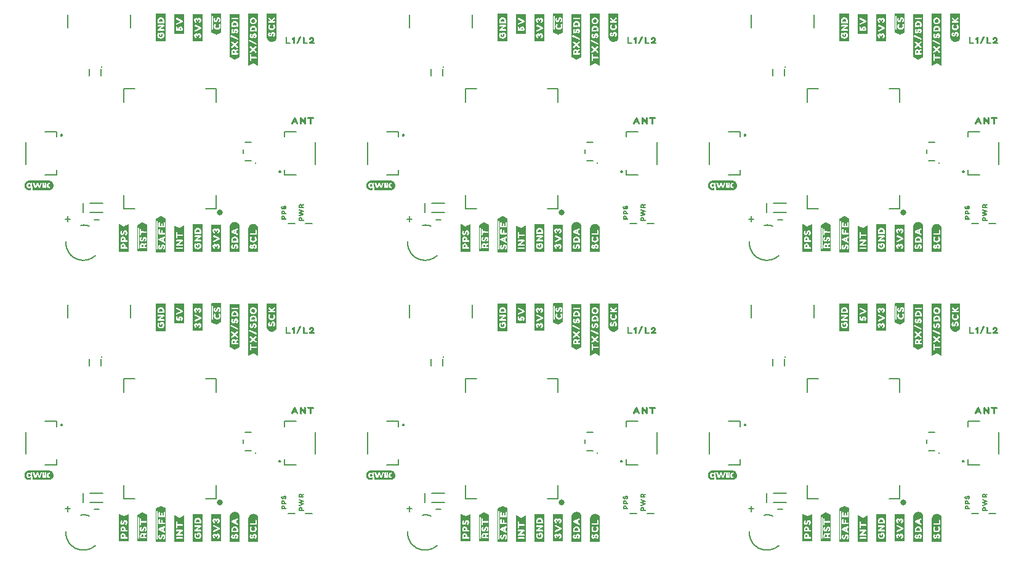
<source format=gto>
G04 EAGLE Gerber RS-274X export*
G75*
%MOMM*%
%FSLAX34Y34*%
%LPD*%
%INSilkscreen Top*%
%IPPOS*%
%AMOC8*
5,1,8,0,0,1.08239X$1,22.5*%
G01*
%ADD10C,0.203200*%
%ADD11C,0.152400*%
%ADD12C,0.254000*%
%ADD13C,0.177800*%
%ADD14C,0.812800*%
%ADD15C,0.300000*%

G36*
X780706Y674680D02*
X780706Y674680D01*
X780722Y674672D01*
X787404Y677963D01*
X787981Y677770D01*
X793978Y674772D01*
X794036Y674783D01*
X794035Y674792D01*
X794044Y674794D01*
X794244Y675194D01*
X794241Y675210D01*
X794249Y675216D01*
X794249Y746316D01*
X794213Y746363D01*
X794206Y746358D01*
X794200Y746365D01*
X780700Y746365D01*
X780653Y746329D01*
X780654Y746327D01*
X780652Y746326D01*
X780552Y745826D01*
X780555Y745819D01*
X780551Y745816D01*
X780551Y681516D01*
X780587Y681469D01*
X780599Y681478D01*
X780609Y681470D01*
X780586Y681463D01*
X780568Y681439D01*
X780553Y681427D01*
X780556Y681423D01*
X780551Y681416D01*
X780551Y675316D01*
X780554Y675311D01*
X780551Y675308D01*
X780651Y674708D01*
X780652Y674708D01*
X780652Y674707D01*
X780653Y674706D01*
X780695Y674667D01*
X780706Y674680D01*
G37*
G36*
X310806Y276154D02*
X310806Y276154D01*
X310822Y276146D01*
X317504Y279437D01*
X318081Y279244D01*
X324078Y276246D01*
X324136Y276257D01*
X324135Y276266D01*
X324144Y276268D01*
X324344Y276668D01*
X324341Y276684D01*
X324349Y276690D01*
X324349Y347790D01*
X324313Y347837D01*
X324306Y347832D01*
X324300Y347839D01*
X310800Y347839D01*
X310753Y347803D01*
X310754Y347801D01*
X310752Y347800D01*
X310652Y347300D01*
X310655Y347293D01*
X310651Y347290D01*
X310651Y282990D01*
X310687Y282943D01*
X310699Y282952D01*
X310709Y282944D01*
X310686Y282937D01*
X310668Y282913D01*
X310653Y282901D01*
X310656Y282897D01*
X310651Y282890D01*
X310651Y276790D01*
X310654Y276785D01*
X310651Y276782D01*
X310751Y276182D01*
X310752Y276182D01*
X310752Y276181D01*
X310753Y276180D01*
X310795Y276141D01*
X310806Y276154D01*
G37*
G36*
X1250606Y276154D02*
X1250606Y276154D01*
X1250622Y276146D01*
X1257304Y279437D01*
X1257881Y279244D01*
X1263878Y276246D01*
X1263936Y276257D01*
X1263935Y276266D01*
X1263944Y276268D01*
X1264144Y276668D01*
X1264141Y276684D01*
X1264149Y276690D01*
X1264149Y347790D01*
X1264113Y347837D01*
X1264106Y347832D01*
X1264100Y347839D01*
X1250600Y347839D01*
X1250553Y347803D01*
X1250554Y347801D01*
X1250552Y347800D01*
X1250452Y347300D01*
X1250455Y347293D01*
X1250451Y347290D01*
X1250451Y282990D01*
X1250487Y282943D01*
X1250499Y282952D01*
X1250509Y282944D01*
X1250486Y282937D01*
X1250468Y282913D01*
X1250453Y282901D01*
X1250456Y282897D01*
X1250451Y282890D01*
X1250451Y276790D01*
X1250454Y276785D01*
X1250451Y276782D01*
X1250551Y276182D01*
X1250552Y276182D01*
X1250552Y276181D01*
X1250553Y276180D01*
X1250595Y276141D01*
X1250606Y276154D01*
G37*
G36*
X310806Y674680D02*
X310806Y674680D01*
X310822Y674672D01*
X317504Y677963D01*
X318081Y677770D01*
X324078Y674772D01*
X324136Y674783D01*
X324135Y674792D01*
X324144Y674794D01*
X324344Y675194D01*
X324341Y675210D01*
X324349Y675216D01*
X324349Y746316D01*
X324313Y746363D01*
X324306Y746358D01*
X324300Y746365D01*
X310800Y746365D01*
X310753Y746329D01*
X310754Y746327D01*
X310752Y746326D01*
X310652Y745826D01*
X310655Y745819D01*
X310651Y745816D01*
X310651Y681516D01*
X310687Y681469D01*
X310699Y681478D01*
X310709Y681470D01*
X310686Y681463D01*
X310668Y681439D01*
X310653Y681427D01*
X310656Y681423D01*
X310651Y681416D01*
X310651Y675316D01*
X310654Y675311D01*
X310651Y675308D01*
X310751Y674708D01*
X310752Y674708D01*
X310752Y674707D01*
X310753Y674706D01*
X310795Y674667D01*
X310806Y674680D01*
G37*
G36*
X780706Y276154D02*
X780706Y276154D01*
X780722Y276146D01*
X787404Y279437D01*
X787981Y279244D01*
X793978Y276246D01*
X794036Y276257D01*
X794035Y276266D01*
X794044Y276268D01*
X794244Y276668D01*
X794241Y276684D01*
X794249Y276690D01*
X794249Y347790D01*
X794213Y347837D01*
X794206Y347832D01*
X794200Y347839D01*
X780700Y347839D01*
X780653Y347803D01*
X780654Y347801D01*
X780652Y347800D01*
X780552Y347300D01*
X780555Y347293D01*
X780551Y347290D01*
X780551Y282990D01*
X780587Y282943D01*
X780599Y282952D01*
X780609Y282944D01*
X780586Y282937D01*
X780568Y282913D01*
X780553Y282901D01*
X780556Y282897D01*
X780551Y282890D01*
X780551Y276790D01*
X780554Y276785D01*
X780551Y276782D01*
X780651Y276182D01*
X780652Y276182D01*
X780652Y276181D01*
X780653Y276180D01*
X780695Y276141D01*
X780706Y276154D01*
G37*
G36*
X1250606Y674680D02*
X1250606Y674680D01*
X1250622Y674672D01*
X1257304Y677963D01*
X1257881Y677770D01*
X1263878Y674772D01*
X1263936Y674783D01*
X1263935Y674792D01*
X1263944Y674794D01*
X1264144Y675194D01*
X1264141Y675210D01*
X1264149Y675216D01*
X1264149Y746316D01*
X1264113Y746363D01*
X1264106Y746358D01*
X1264100Y746365D01*
X1250600Y746365D01*
X1250553Y746329D01*
X1250554Y746327D01*
X1250552Y746326D01*
X1250452Y745826D01*
X1250455Y745819D01*
X1250451Y745816D01*
X1250451Y681516D01*
X1250487Y681469D01*
X1250499Y681478D01*
X1250509Y681470D01*
X1250486Y681463D01*
X1250468Y681439D01*
X1250453Y681427D01*
X1250456Y681423D01*
X1250451Y681416D01*
X1250451Y675316D01*
X1250454Y675311D01*
X1250451Y675308D01*
X1250551Y674708D01*
X1250552Y674708D01*
X1250552Y674707D01*
X1250553Y674706D01*
X1250595Y674667D01*
X1250606Y674680D01*
G37*
G36*
X1231910Y682888D02*
X1231910Y682888D01*
X1231922Y682882D01*
X1238622Y686182D01*
X1238631Y686201D01*
X1238647Y686212D01*
X1238644Y686216D01*
X1238649Y686218D01*
X1238749Y686818D01*
X1238746Y686823D01*
X1238749Y686826D01*
X1238749Y745726D01*
X1238713Y745773D01*
X1238709Y745770D01*
X1238707Y745775D01*
X1238007Y745875D01*
X1238002Y745872D01*
X1238000Y745875D01*
X1225200Y745875D01*
X1225153Y745839D01*
X1225156Y745835D01*
X1225151Y745833D01*
X1225051Y745133D01*
X1225054Y745128D01*
X1225051Y745126D01*
X1225051Y686726D01*
X1225059Y686715D01*
X1225054Y686708D01*
X1225254Y686208D01*
X1225275Y686195D01*
X1225277Y686182D01*
X1231277Y683082D01*
X1231283Y683083D01*
X1231284Y683079D01*
X1231884Y682879D01*
X1231910Y682888D01*
G37*
G36*
X762010Y284362D02*
X762010Y284362D01*
X762022Y284356D01*
X768722Y287656D01*
X768731Y287675D01*
X768747Y287686D01*
X768744Y287690D01*
X768749Y287692D01*
X768849Y288292D01*
X768846Y288297D01*
X768849Y288300D01*
X768849Y347200D01*
X768813Y347247D01*
X768809Y347244D01*
X768807Y347249D01*
X768107Y347349D01*
X768102Y347346D01*
X768100Y347349D01*
X755300Y347349D01*
X755253Y347313D01*
X755256Y347309D01*
X755251Y347307D01*
X755151Y346607D01*
X755154Y346602D01*
X755151Y346600D01*
X755151Y288200D01*
X755159Y288189D01*
X755154Y288182D01*
X755354Y287682D01*
X755375Y287669D01*
X755377Y287656D01*
X761377Y284556D01*
X761383Y284557D01*
X761384Y284553D01*
X761984Y284353D01*
X762010Y284362D01*
G37*
G36*
X292110Y682888D02*
X292110Y682888D01*
X292122Y682882D01*
X298822Y686182D01*
X298831Y686201D01*
X298847Y686212D01*
X298844Y686216D01*
X298849Y686218D01*
X298949Y686818D01*
X298946Y686823D01*
X298949Y686826D01*
X298949Y745726D01*
X298913Y745773D01*
X298909Y745770D01*
X298907Y745775D01*
X298207Y745875D01*
X298202Y745872D01*
X298200Y745875D01*
X285400Y745875D01*
X285353Y745839D01*
X285356Y745835D01*
X285351Y745833D01*
X285251Y745133D01*
X285254Y745128D01*
X285251Y745126D01*
X285251Y686726D01*
X285259Y686715D01*
X285254Y686708D01*
X285454Y686208D01*
X285475Y686195D01*
X285477Y686182D01*
X291477Y683082D01*
X291483Y683083D01*
X291484Y683079D01*
X292084Y682879D01*
X292110Y682888D01*
G37*
G36*
X762010Y682888D02*
X762010Y682888D01*
X762022Y682882D01*
X768722Y686182D01*
X768731Y686201D01*
X768747Y686212D01*
X768744Y686216D01*
X768749Y686218D01*
X768849Y686818D01*
X768846Y686823D01*
X768849Y686826D01*
X768849Y745726D01*
X768813Y745773D01*
X768809Y745770D01*
X768807Y745775D01*
X768107Y745875D01*
X768102Y745872D01*
X768100Y745875D01*
X755300Y745875D01*
X755253Y745839D01*
X755256Y745835D01*
X755251Y745833D01*
X755151Y745133D01*
X755154Y745128D01*
X755151Y745126D01*
X755151Y686726D01*
X755159Y686715D01*
X755154Y686708D01*
X755354Y686208D01*
X755375Y686195D01*
X755377Y686182D01*
X761377Y683082D01*
X761383Y683083D01*
X761384Y683079D01*
X761984Y682879D01*
X762010Y682888D01*
G37*
G36*
X292110Y284362D02*
X292110Y284362D01*
X292122Y284356D01*
X298822Y287656D01*
X298831Y287675D01*
X298847Y287686D01*
X298844Y287690D01*
X298849Y287692D01*
X298949Y288292D01*
X298946Y288297D01*
X298949Y288300D01*
X298949Y347200D01*
X298913Y347247D01*
X298909Y347244D01*
X298907Y347249D01*
X298207Y347349D01*
X298202Y347346D01*
X298200Y347349D01*
X285400Y347349D01*
X285353Y347313D01*
X285356Y347309D01*
X285351Y347307D01*
X285251Y346607D01*
X285254Y346602D01*
X285251Y346600D01*
X285251Y288200D01*
X285259Y288189D01*
X285254Y288182D01*
X285454Y287682D01*
X285475Y287669D01*
X285477Y287656D01*
X291477Y284556D01*
X291483Y284557D01*
X291484Y284553D01*
X292084Y284353D01*
X292110Y284362D01*
G37*
G36*
X1231910Y284362D02*
X1231910Y284362D01*
X1231922Y284356D01*
X1238622Y287656D01*
X1238631Y287675D01*
X1238647Y287686D01*
X1238644Y287690D01*
X1238649Y287692D01*
X1238749Y288292D01*
X1238746Y288297D01*
X1238749Y288300D01*
X1238749Y347200D01*
X1238713Y347247D01*
X1238709Y347244D01*
X1238707Y347249D01*
X1238007Y347349D01*
X1238002Y347346D01*
X1238000Y347349D01*
X1225200Y347349D01*
X1225153Y347313D01*
X1225156Y347309D01*
X1225151Y347307D01*
X1225051Y346607D01*
X1225054Y346602D01*
X1225051Y346600D01*
X1225051Y288200D01*
X1225059Y288189D01*
X1225054Y288182D01*
X1225254Y287682D01*
X1225275Y287669D01*
X1225277Y287656D01*
X1231277Y284556D01*
X1231283Y284557D01*
X1231284Y284553D01*
X1231884Y284353D01*
X1231910Y284362D01*
G37*
G36*
X197247Y418593D02*
X197247Y418593D01*
X197245Y418596D01*
X197249Y418598D01*
X197349Y419198D01*
X197346Y419203D01*
X197349Y419206D01*
X197349Y464606D01*
X197333Y464627D01*
X197335Y464641D01*
X196935Y465041D01*
X196924Y465042D01*
X196922Y465050D01*
X190822Y468150D01*
X190810Y468148D01*
X190807Y468151D01*
X190803Y468151D01*
X190800Y468155D01*
X190200Y468155D01*
X190195Y468151D01*
X190193Y468151D01*
X190185Y468146D01*
X190177Y468150D01*
X184177Y465050D01*
X184174Y465043D01*
X184169Y465044D01*
X183669Y464644D01*
X183665Y464628D01*
X183653Y464619D01*
X183658Y464612D01*
X183651Y464606D01*
X183651Y422006D01*
X183656Y422000D01*
X183653Y421992D01*
X183665Y421988D01*
X183687Y421959D01*
X183694Y421964D01*
X183696Y421962D01*
X183674Y421948D01*
X183667Y421930D01*
X183653Y421919D01*
X183658Y421912D01*
X183651Y421906D01*
X183651Y418606D01*
X183687Y418559D01*
X183694Y418564D01*
X183700Y418557D01*
X197200Y418557D01*
X197247Y418593D01*
G37*
G36*
X667147Y418593D02*
X667147Y418593D01*
X667145Y418596D01*
X667149Y418598D01*
X667249Y419198D01*
X667246Y419203D01*
X667249Y419206D01*
X667249Y464606D01*
X667233Y464627D01*
X667235Y464641D01*
X666835Y465041D01*
X666824Y465042D01*
X666822Y465050D01*
X660722Y468150D01*
X660710Y468148D01*
X660707Y468151D01*
X660703Y468151D01*
X660700Y468155D01*
X660100Y468155D01*
X660095Y468151D01*
X660093Y468151D01*
X660085Y468146D01*
X660077Y468150D01*
X654077Y465050D01*
X654074Y465043D01*
X654069Y465044D01*
X653569Y464644D01*
X653565Y464628D01*
X653553Y464619D01*
X653558Y464612D01*
X653551Y464606D01*
X653551Y422006D01*
X653556Y422000D01*
X653553Y421992D01*
X653565Y421988D01*
X653587Y421959D01*
X653594Y421964D01*
X653596Y421962D01*
X653574Y421948D01*
X653567Y421930D01*
X653553Y421919D01*
X653558Y421912D01*
X653551Y421906D01*
X653551Y418606D01*
X653587Y418559D01*
X653594Y418564D01*
X653600Y418557D01*
X667100Y418557D01*
X667147Y418593D01*
G37*
G36*
X1137047Y418593D02*
X1137047Y418593D01*
X1137045Y418596D01*
X1137049Y418598D01*
X1137149Y419198D01*
X1137146Y419203D01*
X1137149Y419206D01*
X1137149Y464606D01*
X1137133Y464627D01*
X1137135Y464641D01*
X1136735Y465041D01*
X1136724Y465042D01*
X1136722Y465050D01*
X1130622Y468150D01*
X1130610Y468148D01*
X1130607Y468151D01*
X1130603Y468151D01*
X1130600Y468155D01*
X1130000Y468155D01*
X1129995Y468151D01*
X1129993Y468151D01*
X1129985Y468146D01*
X1129977Y468150D01*
X1123977Y465050D01*
X1123974Y465043D01*
X1123969Y465044D01*
X1123469Y464644D01*
X1123465Y464628D01*
X1123453Y464619D01*
X1123458Y464612D01*
X1123451Y464606D01*
X1123451Y422006D01*
X1123456Y422000D01*
X1123453Y421992D01*
X1123465Y421988D01*
X1123487Y421959D01*
X1123494Y421964D01*
X1123496Y421962D01*
X1123474Y421948D01*
X1123467Y421930D01*
X1123453Y421919D01*
X1123458Y421912D01*
X1123451Y421906D01*
X1123451Y418606D01*
X1123487Y418559D01*
X1123494Y418564D01*
X1123500Y418557D01*
X1137000Y418557D01*
X1137047Y418593D01*
G37*
G36*
X667147Y20067D02*
X667147Y20067D01*
X667145Y20070D01*
X667149Y20072D01*
X667249Y20672D01*
X667246Y20677D01*
X667249Y20680D01*
X667249Y66080D01*
X667233Y66101D01*
X667235Y66115D01*
X666835Y66515D01*
X666824Y66516D01*
X666822Y66524D01*
X660722Y69624D01*
X660710Y69622D01*
X660707Y69626D01*
X660703Y69626D01*
X660700Y69629D01*
X660100Y69629D01*
X660095Y69626D01*
X660093Y69626D01*
X660085Y69620D01*
X660077Y69624D01*
X654077Y66524D01*
X654074Y66517D01*
X654069Y66518D01*
X653569Y66118D01*
X653565Y66102D01*
X653553Y66093D01*
X653558Y66086D01*
X653551Y66080D01*
X653551Y23480D01*
X653556Y23474D01*
X653553Y23466D01*
X653565Y23462D01*
X653587Y23433D01*
X653594Y23438D01*
X653596Y23436D01*
X653574Y23422D01*
X653567Y23404D01*
X653553Y23393D01*
X653558Y23386D01*
X653551Y23380D01*
X653551Y20080D01*
X653587Y20033D01*
X653594Y20038D01*
X653600Y20031D01*
X667100Y20031D01*
X667147Y20067D01*
G37*
G36*
X197247Y20067D02*
X197247Y20067D01*
X197245Y20070D01*
X197249Y20072D01*
X197349Y20672D01*
X197346Y20677D01*
X197349Y20680D01*
X197349Y66080D01*
X197333Y66101D01*
X197335Y66115D01*
X196935Y66515D01*
X196924Y66516D01*
X196922Y66524D01*
X190822Y69624D01*
X190810Y69622D01*
X190807Y69626D01*
X190803Y69626D01*
X190800Y69629D01*
X190200Y69629D01*
X190195Y69626D01*
X190193Y69626D01*
X190185Y69620D01*
X190177Y69624D01*
X184177Y66524D01*
X184174Y66517D01*
X184169Y66518D01*
X183669Y66118D01*
X183665Y66102D01*
X183653Y66093D01*
X183658Y66086D01*
X183651Y66080D01*
X183651Y23480D01*
X183656Y23474D01*
X183653Y23466D01*
X183665Y23462D01*
X183687Y23433D01*
X183694Y23438D01*
X183696Y23436D01*
X183674Y23422D01*
X183667Y23404D01*
X183653Y23393D01*
X183658Y23386D01*
X183651Y23380D01*
X183651Y20080D01*
X183687Y20033D01*
X183694Y20038D01*
X183700Y20031D01*
X197200Y20031D01*
X197247Y20067D01*
G37*
G36*
X1137047Y20067D02*
X1137047Y20067D01*
X1137045Y20070D01*
X1137049Y20072D01*
X1137149Y20672D01*
X1137146Y20677D01*
X1137149Y20680D01*
X1137149Y66080D01*
X1137133Y66101D01*
X1137135Y66115D01*
X1136735Y66515D01*
X1136724Y66516D01*
X1136722Y66524D01*
X1130622Y69624D01*
X1130610Y69622D01*
X1130607Y69626D01*
X1130603Y69626D01*
X1130600Y69629D01*
X1130000Y69629D01*
X1129995Y69626D01*
X1129993Y69626D01*
X1129985Y69620D01*
X1129977Y69624D01*
X1123977Y66524D01*
X1123974Y66517D01*
X1123969Y66518D01*
X1123469Y66118D01*
X1123465Y66102D01*
X1123453Y66093D01*
X1123458Y66086D01*
X1123451Y66080D01*
X1123451Y23480D01*
X1123456Y23474D01*
X1123453Y23466D01*
X1123465Y23462D01*
X1123487Y23433D01*
X1123494Y23438D01*
X1123496Y23436D01*
X1123474Y23422D01*
X1123467Y23404D01*
X1123453Y23393D01*
X1123458Y23386D01*
X1123451Y23380D01*
X1123451Y20080D01*
X1123487Y20033D01*
X1123494Y20038D01*
X1123500Y20031D01*
X1137000Y20031D01*
X1137047Y20067D01*
G37*
G36*
X1238426Y20540D02*
X1238426Y20540D01*
X1238439Y20540D01*
X1238739Y20940D01*
X1238739Y20948D01*
X1238743Y20951D01*
X1238739Y20955D01*
X1238739Y20962D01*
X1238749Y20970D01*
X1238749Y54770D01*
X1238746Y54774D01*
X1238749Y54777D01*
X1238549Y56177D01*
X1238548Y56178D01*
X1238549Y56178D01*
X1238449Y56778D01*
X1238441Y56785D01*
X1238444Y56792D01*
X1238145Y57391D01*
X1237845Y58089D01*
X1237841Y58092D01*
X1237842Y58095D01*
X1237542Y58595D01*
X1237541Y58596D01*
X1237541Y58597D01*
X1237141Y59197D01*
X1237134Y59200D01*
X1237135Y59205D01*
X1236635Y59705D01*
X1236631Y59705D01*
X1236631Y59708D01*
X1235631Y60508D01*
X1235623Y60509D01*
X1235622Y60514D01*
X1234422Y61114D01*
X1234415Y61113D01*
X1234414Y61117D01*
X1233715Y61317D01*
X1233116Y61517D01*
X1233109Y61515D01*
X1233107Y61519D01*
X1232407Y61619D01*
X1232402Y61616D01*
X1232400Y61619D01*
X1231700Y61619D01*
X1231696Y61616D01*
X1231693Y61619D01*
X1230993Y61519D01*
X1230992Y61518D01*
X1230992Y61519D01*
X1230392Y61419D01*
X1230389Y61415D01*
X1230386Y61417D01*
X1229686Y61217D01*
X1229685Y61216D01*
X1229684Y61217D01*
X1229084Y61017D01*
X1229081Y61012D01*
X1229078Y61014D01*
X1228478Y60714D01*
X1228476Y60710D01*
X1228473Y60711D01*
X1227873Y60311D01*
X1227872Y60308D01*
X1227869Y60308D01*
X1227369Y59908D01*
X1227368Y59904D01*
X1227365Y59905D01*
X1226865Y59405D01*
X1226865Y59401D01*
X1226862Y59401D01*
X1226462Y58901D01*
X1226461Y58897D01*
X1226459Y58897D01*
X1226059Y58297D01*
X1226059Y58293D01*
X1226056Y58292D01*
X1225456Y57092D01*
X1225457Y57087D01*
X1225453Y57086D01*
X1225253Y56486D01*
X1225255Y56479D01*
X1225251Y56477D01*
X1225051Y55077D01*
X1225054Y55072D01*
X1225051Y55070D01*
X1225051Y20870D01*
X1225070Y20844D01*
X1225070Y20831D01*
X1225470Y20531D01*
X1225492Y20531D01*
X1225500Y20521D01*
X1238400Y20521D01*
X1238426Y20540D01*
G37*
G36*
X768526Y20540D02*
X768526Y20540D01*
X768539Y20540D01*
X768839Y20940D01*
X768839Y20948D01*
X768843Y20951D01*
X768839Y20955D01*
X768839Y20962D01*
X768849Y20970D01*
X768849Y54770D01*
X768846Y54774D01*
X768849Y54777D01*
X768649Y56177D01*
X768648Y56178D01*
X768649Y56178D01*
X768549Y56778D01*
X768541Y56785D01*
X768544Y56792D01*
X768245Y57391D01*
X767945Y58089D01*
X767941Y58092D01*
X767942Y58095D01*
X767642Y58595D01*
X767641Y58596D01*
X767641Y58597D01*
X767241Y59197D01*
X767234Y59200D01*
X767235Y59205D01*
X766735Y59705D01*
X766731Y59705D01*
X766731Y59708D01*
X765731Y60508D01*
X765723Y60509D01*
X765722Y60514D01*
X764522Y61114D01*
X764515Y61113D01*
X764514Y61117D01*
X763815Y61317D01*
X763216Y61517D01*
X763209Y61515D01*
X763207Y61519D01*
X762507Y61619D01*
X762502Y61616D01*
X762500Y61619D01*
X761800Y61619D01*
X761796Y61616D01*
X761793Y61619D01*
X761093Y61519D01*
X761092Y61518D01*
X761092Y61519D01*
X760492Y61419D01*
X760489Y61415D01*
X760486Y61417D01*
X759786Y61217D01*
X759785Y61216D01*
X759784Y61217D01*
X759184Y61017D01*
X759181Y61012D01*
X759178Y61014D01*
X758578Y60714D01*
X758576Y60710D01*
X758573Y60711D01*
X757973Y60311D01*
X757972Y60308D01*
X757969Y60308D01*
X757469Y59908D01*
X757468Y59904D01*
X757465Y59905D01*
X756965Y59405D01*
X756965Y59401D01*
X756962Y59401D01*
X756562Y58901D01*
X756561Y58897D01*
X756559Y58897D01*
X756159Y58297D01*
X756159Y58293D01*
X756156Y58292D01*
X755556Y57092D01*
X755557Y57087D01*
X755553Y57086D01*
X755353Y56486D01*
X755355Y56479D01*
X755351Y56477D01*
X755151Y55077D01*
X755154Y55072D01*
X755151Y55070D01*
X755151Y20870D01*
X755170Y20844D01*
X755170Y20831D01*
X755570Y20531D01*
X755592Y20531D01*
X755600Y20521D01*
X768500Y20521D01*
X768526Y20540D01*
G37*
G36*
X1238426Y419066D02*
X1238426Y419066D01*
X1238439Y419066D01*
X1238739Y419466D01*
X1238739Y419474D01*
X1238743Y419477D01*
X1238739Y419481D01*
X1238739Y419488D01*
X1238749Y419496D01*
X1238749Y453296D01*
X1238746Y453300D01*
X1238749Y453303D01*
X1238549Y454703D01*
X1238548Y454704D01*
X1238549Y454704D01*
X1238449Y455304D01*
X1238441Y455311D01*
X1238444Y455318D01*
X1238145Y455917D01*
X1237845Y456615D01*
X1237841Y456618D01*
X1237842Y456621D01*
X1237542Y457121D01*
X1237541Y457122D01*
X1237541Y457123D01*
X1237141Y457723D01*
X1237134Y457726D01*
X1237135Y457731D01*
X1236635Y458231D01*
X1236631Y458231D01*
X1236631Y458234D01*
X1235631Y459034D01*
X1235623Y459035D01*
X1235622Y459040D01*
X1234422Y459640D01*
X1234415Y459639D01*
X1234414Y459643D01*
X1233715Y459843D01*
X1233116Y460043D01*
X1233109Y460041D01*
X1233107Y460045D01*
X1232407Y460145D01*
X1232402Y460142D01*
X1232400Y460145D01*
X1231700Y460145D01*
X1231696Y460142D01*
X1231693Y460145D01*
X1230993Y460045D01*
X1230992Y460044D01*
X1230992Y460045D01*
X1230392Y459945D01*
X1230389Y459941D01*
X1230386Y459943D01*
X1229686Y459743D01*
X1229685Y459742D01*
X1229684Y459743D01*
X1229084Y459543D01*
X1229081Y459538D01*
X1229078Y459540D01*
X1228478Y459240D01*
X1228476Y459236D01*
X1228473Y459237D01*
X1227873Y458837D01*
X1227872Y458834D01*
X1227869Y458834D01*
X1227369Y458434D01*
X1227368Y458430D01*
X1227365Y458431D01*
X1226865Y457931D01*
X1226865Y457927D01*
X1226862Y457927D01*
X1226462Y457427D01*
X1226461Y457423D01*
X1226459Y457423D01*
X1226059Y456823D01*
X1226059Y456819D01*
X1226056Y456818D01*
X1225456Y455618D01*
X1225457Y455613D01*
X1225453Y455612D01*
X1225253Y455012D01*
X1225255Y455005D01*
X1225251Y455003D01*
X1225051Y453603D01*
X1225054Y453598D01*
X1225051Y453596D01*
X1225051Y419396D01*
X1225070Y419370D01*
X1225070Y419357D01*
X1225470Y419057D01*
X1225492Y419057D01*
X1225500Y419047D01*
X1238400Y419047D01*
X1238426Y419066D01*
G37*
G36*
X298626Y20540D02*
X298626Y20540D01*
X298639Y20540D01*
X298939Y20940D01*
X298939Y20948D01*
X298943Y20951D01*
X298939Y20955D01*
X298939Y20962D01*
X298949Y20970D01*
X298949Y54770D01*
X298946Y54774D01*
X298949Y54777D01*
X298749Y56177D01*
X298748Y56178D01*
X298749Y56178D01*
X298649Y56778D01*
X298641Y56785D01*
X298644Y56792D01*
X298345Y57391D01*
X298045Y58089D01*
X298041Y58092D01*
X298042Y58095D01*
X297742Y58595D01*
X297741Y58596D01*
X297741Y58597D01*
X297341Y59197D01*
X297334Y59200D01*
X297335Y59205D01*
X296835Y59705D01*
X296831Y59705D01*
X296831Y59708D01*
X295831Y60508D01*
X295823Y60509D01*
X295822Y60514D01*
X294622Y61114D01*
X294615Y61113D01*
X294614Y61117D01*
X293915Y61317D01*
X293316Y61517D01*
X293309Y61515D01*
X293307Y61519D01*
X292607Y61619D01*
X292602Y61616D01*
X292600Y61619D01*
X291900Y61619D01*
X291896Y61616D01*
X291893Y61619D01*
X291193Y61519D01*
X291192Y61518D01*
X291192Y61519D01*
X290592Y61419D01*
X290589Y61415D01*
X290586Y61417D01*
X289886Y61217D01*
X289885Y61216D01*
X289884Y61217D01*
X289284Y61017D01*
X289281Y61012D01*
X289278Y61014D01*
X288678Y60714D01*
X288676Y60710D01*
X288673Y60711D01*
X288073Y60311D01*
X288072Y60308D01*
X288069Y60308D01*
X287569Y59908D01*
X287568Y59904D01*
X287565Y59905D01*
X287065Y59405D01*
X287065Y59401D01*
X287062Y59401D01*
X286662Y58901D01*
X286661Y58897D01*
X286659Y58897D01*
X286259Y58297D01*
X286259Y58293D01*
X286256Y58292D01*
X285656Y57092D01*
X285657Y57087D01*
X285653Y57086D01*
X285453Y56486D01*
X285455Y56479D01*
X285451Y56477D01*
X285251Y55077D01*
X285254Y55072D01*
X285251Y55070D01*
X285251Y20870D01*
X285270Y20844D01*
X285270Y20831D01*
X285670Y20531D01*
X285692Y20531D01*
X285700Y20521D01*
X298600Y20521D01*
X298626Y20540D01*
G37*
G36*
X298626Y419066D02*
X298626Y419066D01*
X298639Y419066D01*
X298939Y419466D01*
X298939Y419474D01*
X298943Y419477D01*
X298939Y419481D01*
X298939Y419488D01*
X298949Y419496D01*
X298949Y453296D01*
X298946Y453300D01*
X298949Y453303D01*
X298749Y454703D01*
X298748Y454704D01*
X298749Y454704D01*
X298649Y455304D01*
X298641Y455311D01*
X298644Y455318D01*
X298345Y455917D01*
X298045Y456615D01*
X298041Y456618D01*
X298042Y456621D01*
X297742Y457121D01*
X297741Y457122D01*
X297741Y457123D01*
X297341Y457723D01*
X297334Y457726D01*
X297335Y457731D01*
X296835Y458231D01*
X296831Y458231D01*
X296831Y458234D01*
X295831Y459034D01*
X295823Y459035D01*
X295822Y459040D01*
X294622Y459640D01*
X294615Y459639D01*
X294614Y459643D01*
X293915Y459843D01*
X293316Y460043D01*
X293309Y460041D01*
X293307Y460045D01*
X292607Y460145D01*
X292602Y460142D01*
X292600Y460145D01*
X291900Y460145D01*
X291896Y460142D01*
X291893Y460145D01*
X291193Y460045D01*
X291192Y460044D01*
X291192Y460045D01*
X290592Y459945D01*
X290589Y459941D01*
X290586Y459943D01*
X289886Y459743D01*
X289885Y459742D01*
X289884Y459743D01*
X289284Y459543D01*
X289281Y459538D01*
X289278Y459540D01*
X288678Y459240D01*
X288676Y459236D01*
X288673Y459237D01*
X288073Y458837D01*
X288072Y458834D01*
X288069Y458834D01*
X287569Y458434D01*
X287568Y458430D01*
X287565Y458431D01*
X287065Y457931D01*
X287065Y457927D01*
X287062Y457927D01*
X286662Y457427D01*
X286661Y457423D01*
X286659Y457423D01*
X286259Y456823D01*
X286259Y456819D01*
X286256Y456818D01*
X285656Y455618D01*
X285657Y455613D01*
X285653Y455612D01*
X285453Y455012D01*
X285455Y455005D01*
X285451Y455003D01*
X285251Y453603D01*
X285254Y453598D01*
X285251Y453596D01*
X285251Y419396D01*
X285270Y419370D01*
X285270Y419357D01*
X285670Y419057D01*
X285692Y419057D01*
X285700Y419047D01*
X298600Y419047D01*
X298626Y419066D01*
G37*
G36*
X768526Y419066D02*
X768526Y419066D01*
X768539Y419066D01*
X768839Y419466D01*
X768839Y419474D01*
X768843Y419477D01*
X768839Y419481D01*
X768839Y419488D01*
X768849Y419496D01*
X768849Y453296D01*
X768846Y453300D01*
X768849Y453303D01*
X768649Y454703D01*
X768648Y454704D01*
X768649Y454704D01*
X768549Y455304D01*
X768541Y455311D01*
X768544Y455318D01*
X768245Y455917D01*
X767945Y456615D01*
X767941Y456618D01*
X767942Y456621D01*
X767642Y457121D01*
X767641Y457122D01*
X767641Y457123D01*
X767241Y457723D01*
X767234Y457726D01*
X767235Y457731D01*
X766735Y458231D01*
X766731Y458231D01*
X766731Y458234D01*
X765731Y459034D01*
X765723Y459035D01*
X765722Y459040D01*
X764522Y459640D01*
X764515Y459639D01*
X764514Y459643D01*
X763815Y459843D01*
X763216Y460043D01*
X763209Y460041D01*
X763207Y460045D01*
X762507Y460145D01*
X762502Y460142D01*
X762500Y460145D01*
X761800Y460145D01*
X761796Y460142D01*
X761793Y460145D01*
X761093Y460045D01*
X761092Y460044D01*
X761092Y460045D01*
X760492Y459945D01*
X760489Y459941D01*
X760486Y459943D01*
X759786Y459743D01*
X759785Y459742D01*
X759784Y459743D01*
X759184Y459543D01*
X759181Y459538D01*
X759178Y459540D01*
X758578Y459240D01*
X758576Y459236D01*
X758573Y459237D01*
X757973Y458837D01*
X757972Y458834D01*
X757969Y458834D01*
X757469Y458434D01*
X757468Y458430D01*
X757465Y458431D01*
X756965Y457931D01*
X756965Y457927D01*
X756962Y457927D01*
X756562Y457427D01*
X756561Y457423D01*
X756559Y457423D01*
X756159Y456823D01*
X756159Y456819D01*
X756156Y456818D01*
X755556Y455618D01*
X755557Y455613D01*
X755553Y455612D01*
X755353Y455012D01*
X755355Y455005D01*
X755351Y455003D01*
X755151Y453603D01*
X755154Y453598D01*
X755151Y453596D01*
X755151Y419396D01*
X755170Y419370D01*
X755170Y419357D01*
X755570Y419057D01*
X755592Y419057D01*
X755600Y419047D01*
X768500Y419047D01*
X768526Y419066D01*
G37*
G36*
X1111426Y419666D02*
X1111426Y419666D01*
X1111439Y419666D01*
X1111739Y420066D01*
X1111739Y420074D01*
X1111743Y420077D01*
X1111739Y420081D01*
X1111739Y420088D01*
X1111749Y420096D01*
X1111749Y455996D01*
X1111724Y456029D01*
X1111722Y456040D01*
X1111122Y456340D01*
X1105022Y459440D01*
X1105011Y459438D01*
X1105009Y459441D01*
X1104987Y459441D01*
X1104984Y459443D01*
X1104384Y459243D01*
X1104381Y459238D01*
X1104378Y459240D01*
X1098378Y456240D01*
X1098369Y456223D01*
X1098358Y456221D01*
X1098058Y455721D01*
X1098059Y455715D01*
X1098054Y455711D01*
X1098060Y455703D01*
X1098051Y455696D01*
X1098051Y423196D01*
X1098054Y423192D01*
X1098052Y423187D01*
X1098062Y423182D01*
X1098087Y423149D01*
X1098091Y423152D01*
X1098093Y423148D01*
X1098077Y423140D01*
X1098067Y423119D01*
X1098053Y423108D01*
X1098058Y423101D01*
X1098051Y423096D01*
X1098051Y420096D01*
X1098067Y420075D01*
X1098065Y420061D01*
X1098465Y419661D01*
X1098492Y419658D01*
X1098500Y419647D01*
X1111400Y419647D01*
X1111426Y419666D01*
G37*
G36*
X171626Y419666D02*
X171626Y419666D01*
X171639Y419666D01*
X171939Y420066D01*
X171939Y420074D01*
X171943Y420077D01*
X171939Y420081D01*
X171939Y420088D01*
X171949Y420096D01*
X171949Y455996D01*
X171924Y456029D01*
X171922Y456040D01*
X171322Y456340D01*
X165222Y459440D01*
X165211Y459438D01*
X165209Y459441D01*
X165187Y459441D01*
X165184Y459443D01*
X164584Y459243D01*
X164581Y459238D01*
X164578Y459240D01*
X158578Y456240D01*
X158569Y456223D01*
X158558Y456221D01*
X158258Y455721D01*
X158259Y455715D01*
X158254Y455711D01*
X158260Y455703D01*
X158251Y455696D01*
X158251Y423196D01*
X158254Y423192D01*
X158252Y423187D01*
X158262Y423182D01*
X158287Y423149D01*
X158291Y423152D01*
X158293Y423148D01*
X158277Y423140D01*
X158267Y423119D01*
X158253Y423108D01*
X158258Y423101D01*
X158251Y423096D01*
X158251Y420096D01*
X158267Y420075D01*
X158265Y420061D01*
X158665Y419661D01*
X158692Y419658D01*
X158700Y419647D01*
X171600Y419647D01*
X171626Y419666D01*
G37*
G36*
X641526Y419666D02*
X641526Y419666D01*
X641539Y419666D01*
X641839Y420066D01*
X641839Y420074D01*
X641843Y420077D01*
X641839Y420081D01*
X641839Y420088D01*
X641849Y420096D01*
X641849Y455996D01*
X641824Y456029D01*
X641822Y456040D01*
X641222Y456340D01*
X635122Y459440D01*
X635111Y459438D01*
X635109Y459441D01*
X635087Y459441D01*
X635084Y459443D01*
X634484Y459243D01*
X634481Y459238D01*
X634478Y459240D01*
X628478Y456240D01*
X628469Y456223D01*
X628458Y456221D01*
X628158Y455721D01*
X628159Y455715D01*
X628154Y455711D01*
X628160Y455703D01*
X628151Y455696D01*
X628151Y423196D01*
X628154Y423192D01*
X628152Y423187D01*
X628162Y423182D01*
X628187Y423149D01*
X628191Y423152D01*
X628193Y423148D01*
X628177Y423140D01*
X628167Y423119D01*
X628153Y423108D01*
X628158Y423101D01*
X628151Y423096D01*
X628151Y420096D01*
X628167Y420075D01*
X628165Y420061D01*
X628565Y419661D01*
X628592Y419658D01*
X628600Y419647D01*
X641500Y419647D01*
X641526Y419666D01*
G37*
G36*
X641526Y21140D02*
X641526Y21140D01*
X641539Y21140D01*
X641839Y21540D01*
X641839Y21548D01*
X641843Y21551D01*
X641839Y21555D01*
X641839Y21562D01*
X641849Y21570D01*
X641849Y57470D01*
X641824Y57503D01*
X641822Y57514D01*
X641222Y57814D01*
X635122Y60914D01*
X635111Y60912D01*
X635109Y60915D01*
X635087Y60915D01*
X635084Y60917D01*
X634484Y60717D01*
X634481Y60712D01*
X634478Y60714D01*
X628478Y57714D01*
X628469Y57697D01*
X628458Y57695D01*
X628158Y57195D01*
X628159Y57189D01*
X628154Y57185D01*
X628160Y57177D01*
X628151Y57170D01*
X628151Y24670D01*
X628154Y24666D01*
X628152Y24661D01*
X628162Y24656D01*
X628187Y24623D01*
X628191Y24626D01*
X628193Y24622D01*
X628177Y24614D01*
X628167Y24593D01*
X628153Y24582D01*
X628158Y24575D01*
X628151Y24570D01*
X628151Y21570D01*
X628167Y21549D01*
X628165Y21535D01*
X628565Y21135D01*
X628592Y21132D01*
X628600Y21121D01*
X641500Y21121D01*
X641526Y21140D01*
G37*
G36*
X171626Y21140D02*
X171626Y21140D01*
X171639Y21140D01*
X171939Y21540D01*
X171939Y21548D01*
X171943Y21551D01*
X171939Y21555D01*
X171939Y21562D01*
X171949Y21570D01*
X171949Y57470D01*
X171924Y57503D01*
X171922Y57514D01*
X171322Y57814D01*
X165222Y60914D01*
X165211Y60912D01*
X165209Y60915D01*
X165187Y60915D01*
X165184Y60917D01*
X164584Y60717D01*
X164581Y60712D01*
X164578Y60714D01*
X158578Y57714D01*
X158569Y57697D01*
X158558Y57695D01*
X158258Y57195D01*
X158259Y57189D01*
X158254Y57185D01*
X158260Y57177D01*
X158251Y57170D01*
X158251Y24670D01*
X158254Y24666D01*
X158252Y24661D01*
X158262Y24656D01*
X158287Y24623D01*
X158291Y24626D01*
X158293Y24622D01*
X158277Y24614D01*
X158267Y24593D01*
X158253Y24582D01*
X158258Y24575D01*
X158251Y24570D01*
X158251Y21570D01*
X158267Y21549D01*
X158265Y21535D01*
X158665Y21135D01*
X158692Y21132D01*
X158700Y21121D01*
X171600Y21121D01*
X171626Y21140D01*
G37*
G36*
X1111426Y21140D02*
X1111426Y21140D01*
X1111439Y21140D01*
X1111739Y21540D01*
X1111739Y21548D01*
X1111743Y21551D01*
X1111739Y21555D01*
X1111739Y21562D01*
X1111749Y21570D01*
X1111749Y57470D01*
X1111724Y57503D01*
X1111722Y57514D01*
X1111122Y57814D01*
X1105022Y60914D01*
X1105011Y60912D01*
X1105009Y60915D01*
X1104987Y60915D01*
X1104984Y60917D01*
X1104384Y60717D01*
X1104381Y60712D01*
X1104378Y60714D01*
X1098378Y57714D01*
X1098369Y57697D01*
X1098358Y57695D01*
X1098058Y57195D01*
X1098059Y57189D01*
X1098054Y57185D01*
X1098060Y57177D01*
X1098051Y57170D01*
X1098051Y24670D01*
X1098054Y24666D01*
X1098052Y24661D01*
X1098062Y24656D01*
X1098087Y24623D01*
X1098091Y24626D01*
X1098093Y24622D01*
X1098077Y24614D01*
X1098067Y24593D01*
X1098053Y24582D01*
X1098058Y24575D01*
X1098051Y24570D01*
X1098051Y21570D01*
X1098067Y21549D01*
X1098065Y21535D01*
X1098465Y21135D01*
X1098492Y21132D01*
X1098500Y21121D01*
X1111400Y21121D01*
X1111426Y21140D01*
G37*
G36*
X197247Y708543D02*
X197247Y708543D01*
X197245Y708546D01*
X197249Y708548D01*
X197349Y709148D01*
X197346Y709153D01*
X197349Y709156D01*
X197349Y746356D01*
X197313Y746403D01*
X197306Y746398D01*
X197300Y746405D01*
X183800Y746405D01*
X183753Y746369D01*
X183755Y746366D01*
X183751Y746364D01*
X183651Y745764D01*
X183654Y745759D01*
X183651Y745756D01*
X183651Y711956D01*
X183656Y711949D01*
X183653Y711940D01*
X183666Y711936D01*
X183687Y711909D01*
X183706Y711923D01*
X183708Y711922D01*
X183671Y711896D01*
X183666Y711879D01*
X183653Y711869D01*
X183658Y711862D01*
X183651Y711856D01*
X183651Y708556D01*
X183687Y708509D01*
X183694Y708514D01*
X183700Y708507D01*
X197200Y708507D01*
X197247Y708543D01*
G37*
G36*
X667147Y708543D02*
X667147Y708543D01*
X667145Y708546D01*
X667149Y708548D01*
X667249Y709148D01*
X667246Y709153D01*
X667249Y709156D01*
X667249Y746356D01*
X667213Y746403D01*
X667206Y746398D01*
X667200Y746405D01*
X653700Y746405D01*
X653653Y746369D01*
X653655Y746366D01*
X653651Y746364D01*
X653551Y745764D01*
X653554Y745759D01*
X653551Y745756D01*
X653551Y711956D01*
X653556Y711949D01*
X653553Y711940D01*
X653566Y711936D01*
X653587Y711909D01*
X653606Y711923D01*
X653608Y711922D01*
X653571Y711896D01*
X653566Y711879D01*
X653553Y711869D01*
X653558Y711862D01*
X653551Y711856D01*
X653551Y708556D01*
X653587Y708509D01*
X653594Y708514D01*
X653600Y708507D01*
X667100Y708507D01*
X667147Y708543D01*
G37*
G36*
X197247Y310017D02*
X197247Y310017D01*
X197245Y310020D01*
X197249Y310022D01*
X197349Y310622D01*
X197346Y310627D01*
X197349Y310630D01*
X197349Y347830D01*
X197313Y347877D01*
X197306Y347872D01*
X197300Y347879D01*
X183800Y347879D01*
X183753Y347843D01*
X183755Y347840D01*
X183751Y347838D01*
X183651Y347238D01*
X183654Y347233D01*
X183651Y347230D01*
X183651Y313430D01*
X183656Y313423D01*
X183653Y313414D01*
X183666Y313410D01*
X183687Y313383D01*
X183706Y313397D01*
X183708Y313396D01*
X183671Y313370D01*
X183666Y313353D01*
X183653Y313343D01*
X183658Y313336D01*
X183651Y313330D01*
X183651Y310030D01*
X183687Y309983D01*
X183694Y309988D01*
X183700Y309981D01*
X197200Y309981D01*
X197247Y310017D01*
G37*
G36*
X1137047Y310017D02*
X1137047Y310017D01*
X1137045Y310020D01*
X1137049Y310022D01*
X1137149Y310622D01*
X1137146Y310627D01*
X1137149Y310630D01*
X1137149Y347830D01*
X1137113Y347877D01*
X1137106Y347872D01*
X1137100Y347879D01*
X1123600Y347879D01*
X1123553Y347843D01*
X1123555Y347840D01*
X1123551Y347838D01*
X1123451Y347238D01*
X1123454Y347233D01*
X1123451Y347230D01*
X1123451Y313430D01*
X1123456Y313423D01*
X1123453Y313414D01*
X1123466Y313410D01*
X1123487Y313383D01*
X1123506Y313397D01*
X1123508Y313396D01*
X1123471Y313370D01*
X1123466Y313353D01*
X1123453Y313343D01*
X1123458Y313336D01*
X1123451Y313330D01*
X1123451Y310030D01*
X1123487Y309983D01*
X1123494Y309988D01*
X1123500Y309981D01*
X1137000Y309981D01*
X1137047Y310017D01*
G37*
G36*
X667147Y310017D02*
X667147Y310017D01*
X667145Y310020D01*
X667149Y310022D01*
X667249Y310622D01*
X667246Y310627D01*
X667249Y310630D01*
X667249Y347830D01*
X667213Y347877D01*
X667206Y347872D01*
X667200Y347879D01*
X653700Y347879D01*
X653653Y347843D01*
X653655Y347840D01*
X653651Y347838D01*
X653551Y347238D01*
X653554Y347233D01*
X653551Y347230D01*
X653551Y313430D01*
X653556Y313423D01*
X653553Y313414D01*
X653566Y313410D01*
X653587Y313383D01*
X653606Y313397D01*
X653608Y313396D01*
X653571Y313370D01*
X653566Y313353D01*
X653553Y313343D01*
X653558Y313336D01*
X653551Y313330D01*
X653551Y310030D01*
X653587Y309983D01*
X653594Y309988D01*
X653600Y309981D01*
X667100Y309981D01*
X667147Y310017D01*
G37*
G36*
X1187847Y20457D02*
X1187847Y20457D01*
X1187845Y20460D01*
X1187849Y20462D01*
X1187949Y21062D01*
X1187946Y21067D01*
X1187949Y21070D01*
X1187949Y58270D01*
X1187913Y58317D01*
X1187906Y58312D01*
X1187900Y58319D01*
X1174400Y58319D01*
X1174353Y58283D01*
X1174355Y58280D01*
X1174351Y58278D01*
X1174251Y57678D01*
X1174254Y57673D01*
X1174251Y57670D01*
X1174251Y23870D01*
X1174256Y23863D01*
X1174253Y23854D01*
X1174266Y23850D01*
X1174287Y23823D01*
X1174306Y23837D01*
X1174308Y23836D01*
X1174271Y23810D01*
X1174266Y23793D01*
X1174253Y23783D01*
X1174258Y23776D01*
X1174251Y23770D01*
X1174251Y20470D01*
X1174287Y20423D01*
X1174294Y20428D01*
X1174300Y20421D01*
X1187800Y20421D01*
X1187847Y20457D01*
G37*
G36*
X717947Y20457D02*
X717947Y20457D01*
X717945Y20460D01*
X717949Y20462D01*
X718049Y21062D01*
X718046Y21067D01*
X718049Y21070D01*
X718049Y58270D01*
X718013Y58317D01*
X718006Y58312D01*
X718000Y58319D01*
X704500Y58319D01*
X704453Y58283D01*
X704455Y58280D01*
X704451Y58278D01*
X704351Y57678D01*
X704354Y57673D01*
X704351Y57670D01*
X704351Y23870D01*
X704356Y23863D01*
X704353Y23854D01*
X704366Y23850D01*
X704387Y23823D01*
X704406Y23837D01*
X704408Y23836D01*
X704371Y23810D01*
X704366Y23793D01*
X704353Y23783D01*
X704358Y23776D01*
X704351Y23770D01*
X704351Y20470D01*
X704387Y20423D01*
X704394Y20428D01*
X704400Y20421D01*
X717900Y20421D01*
X717947Y20457D01*
G37*
G36*
X248047Y20457D02*
X248047Y20457D01*
X248045Y20460D01*
X248049Y20462D01*
X248149Y21062D01*
X248146Y21067D01*
X248149Y21070D01*
X248149Y58270D01*
X248113Y58317D01*
X248106Y58312D01*
X248100Y58319D01*
X234600Y58319D01*
X234553Y58283D01*
X234555Y58280D01*
X234551Y58278D01*
X234451Y57678D01*
X234454Y57673D01*
X234451Y57670D01*
X234451Y23870D01*
X234456Y23863D01*
X234453Y23854D01*
X234466Y23850D01*
X234487Y23823D01*
X234506Y23837D01*
X234508Y23836D01*
X234471Y23810D01*
X234466Y23793D01*
X234453Y23783D01*
X234458Y23776D01*
X234451Y23770D01*
X234451Y20470D01*
X234487Y20423D01*
X234494Y20428D01*
X234500Y20421D01*
X248000Y20421D01*
X248047Y20457D01*
G37*
G36*
X717947Y418983D02*
X717947Y418983D01*
X717945Y418986D01*
X717949Y418988D01*
X718049Y419588D01*
X718046Y419593D01*
X718049Y419596D01*
X718049Y456796D01*
X718013Y456843D01*
X718006Y456838D01*
X718000Y456845D01*
X704500Y456845D01*
X704453Y456809D01*
X704455Y456806D01*
X704451Y456804D01*
X704351Y456204D01*
X704354Y456199D01*
X704351Y456196D01*
X704351Y422396D01*
X704356Y422389D01*
X704353Y422380D01*
X704366Y422376D01*
X704387Y422349D01*
X704406Y422363D01*
X704408Y422362D01*
X704371Y422336D01*
X704366Y422319D01*
X704353Y422309D01*
X704358Y422302D01*
X704351Y422296D01*
X704351Y418996D01*
X704387Y418949D01*
X704394Y418954D01*
X704400Y418947D01*
X717900Y418947D01*
X717947Y418983D01*
G37*
G36*
X1187847Y418983D02*
X1187847Y418983D01*
X1187845Y418986D01*
X1187849Y418988D01*
X1187949Y419588D01*
X1187946Y419593D01*
X1187949Y419596D01*
X1187949Y456796D01*
X1187913Y456843D01*
X1187906Y456838D01*
X1187900Y456845D01*
X1174400Y456845D01*
X1174353Y456809D01*
X1174355Y456806D01*
X1174351Y456804D01*
X1174251Y456204D01*
X1174254Y456199D01*
X1174251Y456196D01*
X1174251Y422396D01*
X1174256Y422389D01*
X1174253Y422380D01*
X1174266Y422376D01*
X1174287Y422349D01*
X1174306Y422363D01*
X1174308Y422362D01*
X1174271Y422336D01*
X1174266Y422319D01*
X1174253Y422309D01*
X1174258Y422302D01*
X1174251Y422296D01*
X1174251Y418996D01*
X1174287Y418949D01*
X1174294Y418954D01*
X1174300Y418947D01*
X1187800Y418947D01*
X1187847Y418983D01*
G37*
G36*
X1137047Y708543D02*
X1137047Y708543D01*
X1137045Y708546D01*
X1137049Y708548D01*
X1137149Y709148D01*
X1137146Y709153D01*
X1137149Y709156D01*
X1137149Y746356D01*
X1137113Y746403D01*
X1137106Y746398D01*
X1137100Y746405D01*
X1123600Y746405D01*
X1123553Y746369D01*
X1123555Y746366D01*
X1123551Y746364D01*
X1123451Y745764D01*
X1123454Y745759D01*
X1123451Y745756D01*
X1123451Y711956D01*
X1123456Y711949D01*
X1123453Y711940D01*
X1123466Y711936D01*
X1123487Y711909D01*
X1123506Y711923D01*
X1123508Y711922D01*
X1123471Y711896D01*
X1123466Y711879D01*
X1123453Y711869D01*
X1123458Y711862D01*
X1123451Y711856D01*
X1123451Y708556D01*
X1123487Y708509D01*
X1123494Y708514D01*
X1123500Y708507D01*
X1137000Y708507D01*
X1137047Y708543D01*
G37*
G36*
X248047Y418983D02*
X248047Y418983D01*
X248045Y418986D01*
X248049Y418988D01*
X248149Y419588D01*
X248146Y419593D01*
X248149Y419596D01*
X248149Y456796D01*
X248113Y456843D01*
X248106Y456838D01*
X248100Y456845D01*
X234600Y456845D01*
X234553Y456809D01*
X234555Y456806D01*
X234551Y456804D01*
X234451Y456204D01*
X234454Y456199D01*
X234451Y456196D01*
X234451Y422396D01*
X234456Y422389D01*
X234453Y422380D01*
X234466Y422376D01*
X234487Y422349D01*
X234506Y422363D01*
X234508Y422362D01*
X234471Y422336D01*
X234466Y422319D01*
X234453Y422309D01*
X234458Y422302D01*
X234451Y422296D01*
X234451Y418996D01*
X234487Y418949D01*
X234494Y418954D01*
X234500Y418947D01*
X248000Y418947D01*
X248047Y418983D01*
G37*
G36*
X1213138Y419276D02*
X1213138Y419276D01*
X1213146Y419278D01*
X1213346Y419778D01*
X1213342Y419791D01*
X1213349Y419796D01*
X1213349Y456396D01*
X1213313Y456443D01*
X1213310Y456441D01*
X1213308Y456445D01*
X1212708Y456545D01*
X1212703Y456542D01*
X1212700Y456545D01*
X1199800Y456545D01*
X1199753Y456509D01*
X1199755Y456506D01*
X1199751Y456504D01*
X1199651Y455904D01*
X1199654Y455899D01*
X1199651Y455896D01*
X1199651Y419496D01*
X1199680Y419458D01*
X1199682Y419450D01*
X1200182Y419250D01*
X1200195Y419254D01*
X1200200Y419247D01*
X1213100Y419247D01*
X1213138Y419276D01*
G37*
G36*
X247938Y310310D02*
X247938Y310310D01*
X247946Y310312D01*
X248146Y310812D01*
X248142Y310825D01*
X248149Y310830D01*
X248149Y347430D01*
X248113Y347477D01*
X248110Y347475D01*
X248108Y347479D01*
X247508Y347579D01*
X247503Y347576D01*
X247500Y347579D01*
X234600Y347579D01*
X234553Y347543D01*
X234555Y347540D01*
X234551Y347538D01*
X234451Y346938D01*
X234454Y346933D01*
X234451Y346930D01*
X234451Y310530D01*
X234480Y310492D01*
X234482Y310484D01*
X234982Y310284D01*
X234995Y310288D01*
X235000Y310281D01*
X247900Y310281D01*
X247938Y310310D01*
G37*
G36*
X717838Y310310D02*
X717838Y310310D01*
X717846Y310312D01*
X718046Y310812D01*
X718042Y310825D01*
X718049Y310830D01*
X718049Y347430D01*
X718013Y347477D01*
X718010Y347475D01*
X718008Y347479D01*
X717408Y347579D01*
X717403Y347576D01*
X717400Y347579D01*
X704500Y347579D01*
X704453Y347543D01*
X704455Y347540D01*
X704451Y347538D01*
X704351Y346938D01*
X704354Y346933D01*
X704351Y346930D01*
X704351Y310530D01*
X704380Y310492D01*
X704382Y310484D01*
X704882Y310284D01*
X704895Y310288D01*
X704900Y310281D01*
X717800Y310281D01*
X717838Y310310D01*
G37*
G36*
X1187738Y310310D02*
X1187738Y310310D01*
X1187746Y310312D01*
X1187946Y310812D01*
X1187942Y310825D01*
X1187949Y310830D01*
X1187949Y347430D01*
X1187913Y347477D01*
X1187910Y347475D01*
X1187908Y347479D01*
X1187308Y347579D01*
X1187303Y347576D01*
X1187300Y347579D01*
X1174400Y347579D01*
X1174353Y347543D01*
X1174355Y347540D01*
X1174351Y347538D01*
X1174251Y346938D01*
X1174254Y346933D01*
X1174251Y346930D01*
X1174251Y310530D01*
X1174280Y310492D01*
X1174282Y310484D01*
X1174782Y310284D01*
X1174795Y310288D01*
X1174800Y310281D01*
X1187700Y310281D01*
X1187738Y310310D01*
G37*
G36*
X717838Y708836D02*
X717838Y708836D01*
X717846Y708838D01*
X718046Y709338D01*
X718042Y709351D01*
X718049Y709356D01*
X718049Y745956D01*
X718013Y746003D01*
X718010Y746001D01*
X718008Y746005D01*
X717408Y746105D01*
X717403Y746102D01*
X717400Y746105D01*
X704500Y746105D01*
X704453Y746069D01*
X704455Y746066D01*
X704451Y746064D01*
X704351Y745464D01*
X704354Y745459D01*
X704351Y745456D01*
X704351Y709056D01*
X704380Y709018D01*
X704382Y709010D01*
X704882Y708810D01*
X704895Y708814D01*
X704900Y708807D01*
X717800Y708807D01*
X717838Y708836D01*
G37*
G36*
X247938Y708836D02*
X247938Y708836D01*
X247946Y708838D01*
X248146Y709338D01*
X248142Y709351D01*
X248149Y709356D01*
X248149Y745956D01*
X248113Y746003D01*
X248110Y746001D01*
X248108Y746005D01*
X247508Y746105D01*
X247503Y746102D01*
X247500Y746105D01*
X234600Y746105D01*
X234553Y746069D01*
X234555Y746066D01*
X234551Y746064D01*
X234451Y745464D01*
X234454Y745459D01*
X234451Y745456D01*
X234451Y709056D01*
X234480Y709018D01*
X234482Y709010D01*
X234982Y708810D01*
X234995Y708814D01*
X235000Y708807D01*
X247900Y708807D01*
X247938Y708836D01*
G37*
G36*
X743238Y20750D02*
X743238Y20750D01*
X743246Y20752D01*
X743446Y21252D01*
X743442Y21265D01*
X743449Y21270D01*
X743449Y57870D01*
X743413Y57917D01*
X743410Y57915D01*
X743408Y57919D01*
X742808Y58019D01*
X742803Y58016D01*
X742800Y58019D01*
X729900Y58019D01*
X729853Y57983D01*
X729855Y57980D01*
X729851Y57978D01*
X729751Y57378D01*
X729754Y57373D01*
X729751Y57370D01*
X729751Y20970D01*
X729780Y20932D01*
X729782Y20924D01*
X730282Y20724D01*
X730295Y20728D01*
X730300Y20721D01*
X743200Y20721D01*
X743238Y20750D01*
G37*
G36*
X273338Y20750D02*
X273338Y20750D01*
X273346Y20752D01*
X273546Y21252D01*
X273542Y21265D01*
X273549Y21270D01*
X273549Y57870D01*
X273513Y57917D01*
X273510Y57915D01*
X273508Y57919D01*
X272908Y58019D01*
X272903Y58016D01*
X272900Y58019D01*
X260000Y58019D01*
X259953Y57983D01*
X259955Y57980D01*
X259951Y57978D01*
X259851Y57378D01*
X259854Y57373D01*
X259851Y57370D01*
X259851Y20970D01*
X259880Y20932D01*
X259882Y20924D01*
X260382Y20724D01*
X260395Y20728D01*
X260400Y20721D01*
X273300Y20721D01*
X273338Y20750D01*
G37*
G36*
X1213138Y20750D02*
X1213138Y20750D01*
X1213146Y20752D01*
X1213346Y21252D01*
X1213342Y21265D01*
X1213349Y21270D01*
X1213349Y57870D01*
X1213313Y57917D01*
X1213310Y57915D01*
X1213308Y57919D01*
X1212708Y58019D01*
X1212703Y58016D01*
X1212700Y58019D01*
X1199800Y58019D01*
X1199753Y57983D01*
X1199755Y57980D01*
X1199751Y57978D01*
X1199651Y57378D01*
X1199654Y57373D01*
X1199651Y57370D01*
X1199651Y20970D01*
X1199680Y20932D01*
X1199682Y20924D01*
X1200182Y20724D01*
X1200195Y20728D01*
X1200200Y20721D01*
X1213100Y20721D01*
X1213138Y20750D01*
G37*
G36*
X1187738Y708836D02*
X1187738Y708836D01*
X1187746Y708838D01*
X1187946Y709338D01*
X1187942Y709351D01*
X1187949Y709356D01*
X1187949Y745956D01*
X1187913Y746003D01*
X1187910Y746001D01*
X1187908Y746005D01*
X1187308Y746105D01*
X1187303Y746102D01*
X1187300Y746105D01*
X1174400Y746105D01*
X1174353Y746069D01*
X1174355Y746066D01*
X1174351Y746064D01*
X1174251Y745464D01*
X1174254Y745459D01*
X1174251Y745456D01*
X1174251Y709056D01*
X1174280Y709018D01*
X1174282Y709010D01*
X1174782Y708810D01*
X1174795Y708814D01*
X1174800Y708807D01*
X1187700Y708807D01*
X1187738Y708836D01*
G37*
G36*
X743238Y419276D02*
X743238Y419276D01*
X743246Y419278D01*
X743446Y419778D01*
X743442Y419791D01*
X743449Y419796D01*
X743449Y456396D01*
X743413Y456443D01*
X743410Y456441D01*
X743408Y456445D01*
X742808Y456545D01*
X742803Y456542D01*
X742800Y456545D01*
X729900Y456545D01*
X729853Y456509D01*
X729855Y456506D01*
X729851Y456504D01*
X729751Y455904D01*
X729754Y455899D01*
X729751Y455896D01*
X729751Y419496D01*
X729780Y419458D01*
X729782Y419450D01*
X730282Y419250D01*
X730295Y419254D01*
X730300Y419247D01*
X743200Y419247D01*
X743238Y419276D01*
G37*
G36*
X273338Y419276D02*
X273338Y419276D01*
X273346Y419278D01*
X273546Y419778D01*
X273542Y419791D01*
X273549Y419796D01*
X273549Y456396D01*
X273513Y456443D01*
X273510Y456441D01*
X273508Y456445D01*
X272908Y456545D01*
X272903Y456542D01*
X272900Y456545D01*
X260000Y456545D01*
X259953Y456509D01*
X259955Y456506D01*
X259951Y456504D01*
X259851Y455904D01*
X259854Y455899D01*
X259851Y455896D01*
X259851Y419496D01*
X259880Y419458D01*
X259882Y419450D01*
X260382Y419250D01*
X260395Y419254D01*
X260400Y419247D01*
X273300Y419247D01*
X273338Y419276D01*
G37*
G36*
X813505Y707680D02*
X813505Y707680D01*
X813508Y707677D01*
X814108Y707777D01*
X814111Y707781D01*
X814114Y707779D01*
X814814Y707979D01*
X814815Y707980D01*
X814816Y707979D01*
X815416Y708179D01*
X815419Y708184D01*
X815422Y708182D01*
X816622Y708782D01*
X816626Y708790D01*
X816632Y708788D01*
X817231Y709288D01*
X817731Y709688D01*
X817733Y709695D01*
X817738Y709695D01*
X818138Y710195D01*
X818139Y710199D01*
X818141Y710199D01*
X818541Y710799D01*
X818541Y710803D01*
X818544Y710804D01*
X819144Y712004D01*
X819143Y712009D01*
X819147Y712010D01*
X819347Y712610D01*
X819346Y712612D01*
X819347Y712612D01*
X819547Y713312D01*
X819546Y713317D01*
X819549Y713319D01*
X819649Y714019D01*
X819646Y714024D01*
X819649Y714026D01*
X819649Y745826D01*
X819645Y745832D01*
X819648Y745836D01*
X819548Y746336D01*
X819504Y746375D01*
X819502Y746373D01*
X819500Y746375D01*
X806000Y746375D01*
X805953Y746339D01*
X805958Y746332D01*
X805951Y746326D01*
X805951Y714526D01*
X805955Y714520D01*
X805952Y714514D01*
X805964Y714509D01*
X805987Y714479D01*
X806004Y714492D01*
X806009Y714490D01*
X805974Y714468D01*
X805966Y714448D01*
X805953Y714437D01*
X805957Y714431D01*
X805951Y714426D01*
X805951Y714026D01*
X805954Y714022D01*
X805951Y714019D01*
X806051Y713319D01*
X806055Y713315D01*
X806053Y713312D01*
X806253Y712612D01*
X806254Y712611D01*
X806253Y712610D01*
X806453Y712010D01*
X806458Y712007D01*
X806456Y712004D01*
X807056Y710804D01*
X807060Y710802D01*
X807059Y710799D01*
X807459Y710199D01*
X807462Y710198D01*
X807462Y710195D01*
X807862Y709695D01*
X807869Y709693D01*
X807869Y709688D01*
X808369Y709288D01*
X808373Y709287D01*
X808373Y709285D01*
X809573Y708485D01*
X809577Y708485D01*
X809578Y708482D01*
X810178Y708182D01*
X810183Y708183D01*
X810184Y708179D01*
X810784Y707979D01*
X810786Y707980D01*
X810786Y707979D01*
X811486Y707779D01*
X811490Y707780D01*
X811492Y707777D01*
X812092Y707677D01*
X812097Y707680D01*
X812100Y707677D01*
X813500Y707677D01*
X813505Y707680D01*
G37*
G36*
X1283405Y707680D02*
X1283405Y707680D01*
X1283408Y707677D01*
X1284008Y707777D01*
X1284011Y707781D01*
X1284014Y707779D01*
X1284714Y707979D01*
X1284715Y707980D01*
X1284716Y707979D01*
X1285316Y708179D01*
X1285319Y708184D01*
X1285322Y708182D01*
X1286522Y708782D01*
X1286526Y708790D01*
X1286532Y708788D01*
X1287131Y709288D01*
X1287631Y709688D01*
X1287633Y709695D01*
X1287638Y709695D01*
X1288038Y710195D01*
X1288039Y710199D01*
X1288041Y710199D01*
X1288441Y710799D01*
X1288441Y710803D01*
X1288444Y710804D01*
X1289044Y712004D01*
X1289043Y712009D01*
X1289047Y712010D01*
X1289247Y712610D01*
X1289246Y712612D01*
X1289247Y712612D01*
X1289447Y713312D01*
X1289446Y713317D01*
X1289449Y713319D01*
X1289549Y714019D01*
X1289546Y714024D01*
X1289549Y714026D01*
X1289549Y745826D01*
X1289545Y745832D01*
X1289548Y745836D01*
X1289448Y746336D01*
X1289404Y746375D01*
X1289402Y746373D01*
X1289400Y746375D01*
X1275900Y746375D01*
X1275853Y746339D01*
X1275858Y746332D01*
X1275851Y746326D01*
X1275851Y714526D01*
X1275855Y714520D01*
X1275852Y714514D01*
X1275864Y714509D01*
X1275887Y714479D01*
X1275904Y714492D01*
X1275909Y714490D01*
X1275874Y714468D01*
X1275866Y714448D01*
X1275853Y714437D01*
X1275857Y714431D01*
X1275851Y714426D01*
X1275851Y714026D01*
X1275854Y714022D01*
X1275851Y714019D01*
X1275951Y713319D01*
X1275955Y713315D01*
X1275953Y713312D01*
X1276153Y712612D01*
X1276154Y712611D01*
X1276153Y712610D01*
X1276353Y712010D01*
X1276358Y712007D01*
X1276356Y712004D01*
X1276956Y710804D01*
X1276960Y710802D01*
X1276959Y710799D01*
X1277359Y710199D01*
X1277362Y710198D01*
X1277362Y710195D01*
X1277762Y709695D01*
X1277769Y709693D01*
X1277769Y709688D01*
X1278269Y709288D01*
X1278273Y709287D01*
X1278273Y709285D01*
X1279473Y708485D01*
X1279477Y708485D01*
X1279478Y708482D01*
X1280078Y708182D01*
X1280083Y708183D01*
X1280084Y708179D01*
X1280684Y707979D01*
X1280686Y707980D01*
X1280686Y707979D01*
X1281386Y707779D01*
X1281390Y707780D01*
X1281392Y707777D01*
X1281992Y707677D01*
X1281997Y707680D01*
X1282000Y707677D01*
X1283400Y707677D01*
X1283405Y707680D01*
G37*
G36*
X343605Y309154D02*
X343605Y309154D01*
X343608Y309151D01*
X344208Y309251D01*
X344211Y309255D01*
X344214Y309253D01*
X344914Y309453D01*
X344915Y309454D01*
X344916Y309453D01*
X345516Y309653D01*
X345519Y309658D01*
X345522Y309656D01*
X346722Y310256D01*
X346726Y310264D01*
X346732Y310262D01*
X347331Y310762D01*
X347831Y311162D01*
X347833Y311169D01*
X347838Y311169D01*
X348238Y311669D01*
X348239Y311673D01*
X348241Y311673D01*
X348641Y312273D01*
X348641Y312277D01*
X348644Y312278D01*
X349244Y313478D01*
X349243Y313483D01*
X349247Y313484D01*
X349447Y314084D01*
X349446Y314086D01*
X349447Y314086D01*
X349647Y314786D01*
X349646Y314791D01*
X349649Y314793D01*
X349749Y315493D01*
X349746Y315498D01*
X349749Y315500D01*
X349749Y347300D01*
X349745Y347306D01*
X349748Y347310D01*
X349648Y347810D01*
X349604Y347849D01*
X349602Y347847D01*
X349600Y347849D01*
X336100Y347849D01*
X336053Y347813D01*
X336058Y347806D01*
X336051Y347800D01*
X336051Y316000D01*
X336055Y315994D01*
X336052Y315988D01*
X336064Y315983D01*
X336087Y315953D01*
X336104Y315966D01*
X336109Y315964D01*
X336074Y315942D01*
X336066Y315922D01*
X336053Y315911D01*
X336057Y315905D01*
X336051Y315900D01*
X336051Y315500D01*
X336054Y315496D01*
X336051Y315493D01*
X336151Y314793D01*
X336155Y314789D01*
X336153Y314786D01*
X336353Y314086D01*
X336354Y314085D01*
X336353Y314084D01*
X336553Y313484D01*
X336558Y313481D01*
X336556Y313478D01*
X337156Y312278D01*
X337160Y312276D01*
X337159Y312273D01*
X337559Y311673D01*
X337562Y311672D01*
X337562Y311669D01*
X337962Y311169D01*
X337969Y311167D01*
X337969Y311162D01*
X338469Y310762D01*
X338473Y310761D01*
X338473Y310759D01*
X339673Y309959D01*
X339677Y309959D01*
X339678Y309956D01*
X340278Y309656D01*
X340283Y309657D01*
X340284Y309653D01*
X340884Y309453D01*
X340886Y309454D01*
X340886Y309453D01*
X341586Y309253D01*
X341590Y309254D01*
X341592Y309251D01*
X342192Y309151D01*
X342197Y309154D01*
X342200Y309151D01*
X343600Y309151D01*
X343605Y309154D01*
G37*
G36*
X813505Y309154D02*
X813505Y309154D01*
X813508Y309151D01*
X814108Y309251D01*
X814111Y309255D01*
X814114Y309253D01*
X814814Y309453D01*
X814815Y309454D01*
X814816Y309453D01*
X815416Y309653D01*
X815419Y309658D01*
X815422Y309656D01*
X816622Y310256D01*
X816626Y310264D01*
X816632Y310262D01*
X817231Y310762D01*
X817731Y311162D01*
X817733Y311169D01*
X817738Y311169D01*
X818138Y311669D01*
X818139Y311673D01*
X818141Y311673D01*
X818541Y312273D01*
X818541Y312277D01*
X818544Y312278D01*
X819144Y313478D01*
X819143Y313483D01*
X819147Y313484D01*
X819347Y314084D01*
X819346Y314086D01*
X819347Y314086D01*
X819547Y314786D01*
X819546Y314791D01*
X819549Y314793D01*
X819649Y315493D01*
X819646Y315498D01*
X819649Y315500D01*
X819649Y347300D01*
X819645Y347306D01*
X819648Y347310D01*
X819548Y347810D01*
X819504Y347849D01*
X819502Y347847D01*
X819500Y347849D01*
X806000Y347849D01*
X805953Y347813D01*
X805958Y347806D01*
X805951Y347800D01*
X805951Y316000D01*
X805955Y315994D01*
X805952Y315988D01*
X805964Y315983D01*
X805987Y315953D01*
X806004Y315966D01*
X806009Y315964D01*
X805974Y315942D01*
X805966Y315922D01*
X805953Y315911D01*
X805957Y315905D01*
X805951Y315900D01*
X805951Y315500D01*
X805954Y315496D01*
X805951Y315493D01*
X806051Y314793D01*
X806055Y314789D01*
X806053Y314786D01*
X806253Y314086D01*
X806254Y314085D01*
X806253Y314084D01*
X806453Y313484D01*
X806458Y313481D01*
X806456Y313478D01*
X807056Y312278D01*
X807060Y312276D01*
X807059Y312273D01*
X807459Y311673D01*
X807462Y311672D01*
X807462Y311669D01*
X807862Y311169D01*
X807869Y311167D01*
X807869Y311162D01*
X808369Y310762D01*
X808373Y310761D01*
X808373Y310759D01*
X809573Y309959D01*
X809577Y309959D01*
X809578Y309956D01*
X810178Y309656D01*
X810183Y309657D01*
X810184Y309653D01*
X810784Y309453D01*
X810786Y309454D01*
X810786Y309453D01*
X811486Y309253D01*
X811490Y309254D01*
X811492Y309251D01*
X812092Y309151D01*
X812097Y309154D01*
X812100Y309151D01*
X813500Y309151D01*
X813505Y309154D01*
G37*
G36*
X343605Y707680D02*
X343605Y707680D01*
X343608Y707677D01*
X344208Y707777D01*
X344211Y707781D01*
X344214Y707779D01*
X344914Y707979D01*
X344915Y707980D01*
X344916Y707979D01*
X345516Y708179D01*
X345519Y708184D01*
X345522Y708182D01*
X346722Y708782D01*
X346726Y708790D01*
X346732Y708788D01*
X347331Y709288D01*
X347831Y709688D01*
X347833Y709695D01*
X347838Y709695D01*
X348238Y710195D01*
X348239Y710199D01*
X348241Y710199D01*
X348641Y710799D01*
X348641Y710803D01*
X348644Y710804D01*
X349244Y712004D01*
X349243Y712009D01*
X349247Y712010D01*
X349447Y712610D01*
X349446Y712612D01*
X349447Y712612D01*
X349647Y713312D01*
X349646Y713317D01*
X349649Y713319D01*
X349749Y714019D01*
X349746Y714024D01*
X349749Y714026D01*
X349749Y745826D01*
X349745Y745832D01*
X349748Y745836D01*
X349648Y746336D01*
X349604Y746375D01*
X349602Y746373D01*
X349600Y746375D01*
X336100Y746375D01*
X336053Y746339D01*
X336058Y746332D01*
X336051Y746326D01*
X336051Y714526D01*
X336055Y714520D01*
X336052Y714514D01*
X336064Y714509D01*
X336087Y714479D01*
X336104Y714492D01*
X336109Y714490D01*
X336074Y714468D01*
X336066Y714448D01*
X336053Y714437D01*
X336057Y714431D01*
X336051Y714426D01*
X336051Y714026D01*
X336054Y714022D01*
X336051Y714019D01*
X336151Y713319D01*
X336155Y713315D01*
X336153Y713312D01*
X336353Y712612D01*
X336354Y712611D01*
X336353Y712610D01*
X336553Y712010D01*
X336558Y712007D01*
X336556Y712004D01*
X337156Y710804D01*
X337160Y710802D01*
X337159Y710799D01*
X337559Y710199D01*
X337562Y710198D01*
X337562Y710195D01*
X337962Y709695D01*
X337969Y709693D01*
X337969Y709688D01*
X338469Y709288D01*
X338473Y709287D01*
X338473Y709285D01*
X339673Y708485D01*
X339677Y708485D01*
X339678Y708482D01*
X340278Y708182D01*
X340283Y708183D01*
X340284Y708179D01*
X340884Y707979D01*
X340886Y707980D01*
X340886Y707979D01*
X341586Y707779D01*
X341590Y707780D01*
X341592Y707777D01*
X342192Y707677D01*
X342197Y707680D01*
X342200Y707677D01*
X343600Y707677D01*
X343605Y707680D01*
G37*
G36*
X1283405Y309154D02*
X1283405Y309154D01*
X1283408Y309151D01*
X1284008Y309251D01*
X1284011Y309255D01*
X1284014Y309253D01*
X1284714Y309453D01*
X1284715Y309454D01*
X1284716Y309453D01*
X1285316Y309653D01*
X1285319Y309658D01*
X1285322Y309656D01*
X1286522Y310256D01*
X1286526Y310264D01*
X1286532Y310262D01*
X1287131Y310762D01*
X1287631Y311162D01*
X1287633Y311169D01*
X1287638Y311169D01*
X1288038Y311669D01*
X1288039Y311673D01*
X1288041Y311673D01*
X1288441Y312273D01*
X1288441Y312277D01*
X1288444Y312278D01*
X1289044Y313478D01*
X1289043Y313483D01*
X1289047Y313484D01*
X1289247Y314084D01*
X1289246Y314086D01*
X1289247Y314086D01*
X1289447Y314786D01*
X1289446Y314791D01*
X1289449Y314793D01*
X1289549Y315493D01*
X1289546Y315498D01*
X1289549Y315500D01*
X1289549Y347300D01*
X1289545Y347306D01*
X1289548Y347310D01*
X1289448Y347810D01*
X1289404Y347849D01*
X1289402Y347847D01*
X1289400Y347849D01*
X1275900Y347849D01*
X1275853Y347813D01*
X1275858Y347806D01*
X1275851Y347800D01*
X1275851Y316000D01*
X1275855Y315994D01*
X1275852Y315988D01*
X1275864Y315983D01*
X1275887Y315953D01*
X1275904Y315966D01*
X1275909Y315964D01*
X1275874Y315942D01*
X1275866Y315922D01*
X1275853Y315911D01*
X1275857Y315905D01*
X1275851Y315900D01*
X1275851Y315500D01*
X1275854Y315496D01*
X1275851Y315493D01*
X1275951Y314793D01*
X1275955Y314789D01*
X1275953Y314786D01*
X1276153Y314086D01*
X1276154Y314085D01*
X1276153Y314084D01*
X1276353Y313484D01*
X1276358Y313481D01*
X1276356Y313478D01*
X1276956Y312278D01*
X1276960Y312276D01*
X1276959Y312273D01*
X1277359Y311673D01*
X1277362Y311672D01*
X1277362Y311669D01*
X1277762Y311169D01*
X1277769Y311167D01*
X1277769Y311162D01*
X1278269Y310762D01*
X1278273Y310761D01*
X1278273Y310759D01*
X1279473Y309959D01*
X1279477Y309959D01*
X1279478Y309956D01*
X1280078Y309656D01*
X1280083Y309657D01*
X1280084Y309653D01*
X1280684Y309453D01*
X1280686Y309454D01*
X1280686Y309453D01*
X1281386Y309253D01*
X1281390Y309254D01*
X1281392Y309251D01*
X1281992Y309151D01*
X1281997Y309154D01*
X1282000Y309151D01*
X1283400Y309151D01*
X1283405Y309154D01*
G37*
G36*
X1264047Y419213D02*
X1264047Y419213D01*
X1264044Y419217D01*
X1264049Y419219D01*
X1264149Y419919D01*
X1264146Y419924D01*
X1264149Y419926D01*
X1264149Y451026D01*
X1264146Y451030D01*
X1264149Y451033D01*
X1264049Y451733D01*
X1264045Y451737D01*
X1264047Y451740D01*
X1263847Y452440D01*
X1263846Y452441D01*
X1263847Y452442D01*
X1263447Y453642D01*
X1263439Y453647D01*
X1263441Y453653D01*
X1262641Y454853D01*
X1262638Y454854D01*
X1262638Y454857D01*
X1262238Y455357D01*
X1262231Y455359D01*
X1262231Y455364D01*
X1261731Y455764D01*
X1261132Y456264D01*
X1261126Y456264D01*
X1261125Y456268D01*
X1260625Y456568D01*
X1260622Y456568D01*
X1260622Y456570D01*
X1260022Y456870D01*
X1260015Y456869D01*
X1260014Y456873D01*
X1259315Y457073D01*
X1258716Y457273D01*
X1258709Y457271D01*
X1258707Y457275D01*
X1257307Y457475D01*
X1257298Y457470D01*
X1257293Y457475D01*
X1256593Y457375D01*
X1256592Y457374D01*
X1256592Y457375D01*
X1255992Y457275D01*
X1255293Y457175D01*
X1255285Y457167D01*
X1255278Y457170D01*
X1253478Y456270D01*
X1253475Y456263D01*
X1253469Y456264D01*
X1252969Y455864D01*
X1252968Y455860D01*
X1252965Y455861D01*
X1251965Y454861D01*
X1251965Y454857D01*
X1251962Y454857D01*
X1251562Y454357D01*
X1251561Y454349D01*
X1251556Y454348D01*
X1250956Y453148D01*
X1250957Y453141D01*
X1250953Y453140D01*
X1250753Y452441D01*
X1250553Y451842D01*
X1250555Y451835D01*
X1250551Y451833D01*
X1250451Y451133D01*
X1250454Y451128D01*
X1250451Y451126D01*
X1250451Y419326D01*
X1250487Y419279D01*
X1250490Y419281D01*
X1250492Y419277D01*
X1251092Y419177D01*
X1251097Y419180D01*
X1251100Y419177D01*
X1264000Y419177D01*
X1264047Y419213D01*
G37*
G36*
X1264047Y20687D02*
X1264047Y20687D01*
X1264044Y20691D01*
X1264049Y20693D01*
X1264149Y21393D01*
X1264146Y21398D01*
X1264149Y21400D01*
X1264149Y52500D01*
X1264146Y52504D01*
X1264149Y52507D01*
X1264049Y53207D01*
X1264045Y53211D01*
X1264047Y53214D01*
X1263847Y53914D01*
X1263846Y53915D01*
X1263847Y53916D01*
X1263447Y55116D01*
X1263439Y55121D01*
X1263441Y55127D01*
X1262641Y56327D01*
X1262638Y56328D01*
X1262638Y56331D01*
X1262238Y56831D01*
X1262231Y56833D01*
X1262231Y56838D01*
X1261731Y57238D01*
X1261132Y57738D01*
X1261126Y57738D01*
X1261125Y57742D01*
X1260625Y58042D01*
X1260622Y58042D01*
X1260622Y58044D01*
X1260022Y58344D01*
X1260015Y58343D01*
X1260014Y58347D01*
X1259315Y58547D01*
X1258716Y58747D01*
X1258709Y58745D01*
X1258707Y58749D01*
X1257307Y58949D01*
X1257298Y58944D01*
X1257293Y58949D01*
X1256593Y58849D01*
X1256592Y58848D01*
X1256592Y58849D01*
X1255992Y58749D01*
X1255293Y58649D01*
X1255285Y58641D01*
X1255278Y58644D01*
X1253478Y57744D01*
X1253475Y57737D01*
X1253469Y57738D01*
X1252969Y57338D01*
X1252968Y57334D01*
X1252965Y57335D01*
X1251965Y56335D01*
X1251965Y56331D01*
X1251962Y56331D01*
X1251562Y55831D01*
X1251561Y55823D01*
X1251556Y55822D01*
X1250956Y54622D01*
X1250957Y54615D01*
X1250953Y54614D01*
X1250753Y53915D01*
X1250553Y53316D01*
X1250555Y53309D01*
X1250551Y53307D01*
X1250451Y52607D01*
X1250454Y52602D01*
X1250451Y52600D01*
X1250451Y20800D01*
X1250487Y20753D01*
X1250490Y20755D01*
X1250492Y20751D01*
X1251092Y20651D01*
X1251097Y20654D01*
X1251100Y20651D01*
X1264000Y20651D01*
X1264047Y20687D01*
G37*
G36*
X794147Y419213D02*
X794147Y419213D01*
X794144Y419217D01*
X794149Y419219D01*
X794249Y419919D01*
X794246Y419924D01*
X794249Y419926D01*
X794249Y451026D01*
X794246Y451030D01*
X794249Y451033D01*
X794149Y451733D01*
X794145Y451737D01*
X794147Y451740D01*
X793947Y452440D01*
X793946Y452441D01*
X793947Y452442D01*
X793547Y453642D01*
X793539Y453647D01*
X793541Y453653D01*
X792741Y454853D01*
X792738Y454854D01*
X792738Y454857D01*
X792338Y455357D01*
X792331Y455359D01*
X792331Y455364D01*
X791831Y455764D01*
X791232Y456264D01*
X791226Y456264D01*
X791225Y456268D01*
X790725Y456568D01*
X790722Y456568D01*
X790722Y456570D01*
X790122Y456870D01*
X790115Y456869D01*
X790114Y456873D01*
X789415Y457073D01*
X788816Y457273D01*
X788809Y457271D01*
X788807Y457275D01*
X787407Y457475D01*
X787398Y457470D01*
X787393Y457475D01*
X786693Y457375D01*
X786692Y457374D01*
X786692Y457375D01*
X786092Y457275D01*
X785393Y457175D01*
X785385Y457167D01*
X785378Y457170D01*
X783578Y456270D01*
X783575Y456263D01*
X783569Y456264D01*
X783069Y455864D01*
X783068Y455860D01*
X783065Y455861D01*
X782065Y454861D01*
X782065Y454857D01*
X782062Y454857D01*
X781662Y454357D01*
X781661Y454349D01*
X781656Y454348D01*
X781056Y453148D01*
X781057Y453141D01*
X781053Y453140D01*
X780853Y452441D01*
X780653Y451842D01*
X780655Y451835D01*
X780651Y451833D01*
X780551Y451133D01*
X780554Y451128D01*
X780551Y451126D01*
X780551Y419326D01*
X780587Y419279D01*
X780590Y419281D01*
X780592Y419277D01*
X781192Y419177D01*
X781197Y419180D01*
X781200Y419177D01*
X794100Y419177D01*
X794147Y419213D01*
G37*
G36*
X324247Y20687D02*
X324247Y20687D01*
X324244Y20691D01*
X324249Y20693D01*
X324349Y21393D01*
X324346Y21398D01*
X324349Y21400D01*
X324349Y52500D01*
X324346Y52504D01*
X324349Y52507D01*
X324249Y53207D01*
X324245Y53211D01*
X324247Y53214D01*
X324047Y53914D01*
X324046Y53915D01*
X324047Y53916D01*
X323647Y55116D01*
X323639Y55121D01*
X323641Y55127D01*
X322841Y56327D01*
X322838Y56328D01*
X322838Y56331D01*
X322438Y56831D01*
X322431Y56833D01*
X322431Y56838D01*
X321931Y57238D01*
X321332Y57738D01*
X321326Y57738D01*
X321325Y57742D01*
X320825Y58042D01*
X320822Y58042D01*
X320822Y58044D01*
X320222Y58344D01*
X320215Y58343D01*
X320214Y58347D01*
X319515Y58547D01*
X318916Y58747D01*
X318909Y58745D01*
X318907Y58749D01*
X317507Y58949D01*
X317498Y58944D01*
X317493Y58949D01*
X316793Y58849D01*
X316792Y58848D01*
X316792Y58849D01*
X316192Y58749D01*
X315493Y58649D01*
X315485Y58641D01*
X315478Y58644D01*
X313678Y57744D01*
X313675Y57737D01*
X313669Y57738D01*
X313169Y57338D01*
X313168Y57334D01*
X313165Y57335D01*
X312165Y56335D01*
X312165Y56331D01*
X312162Y56331D01*
X311762Y55831D01*
X311761Y55823D01*
X311756Y55822D01*
X311156Y54622D01*
X311157Y54615D01*
X311153Y54614D01*
X310953Y53915D01*
X310753Y53316D01*
X310755Y53309D01*
X310751Y53307D01*
X310651Y52607D01*
X310654Y52602D01*
X310651Y52600D01*
X310651Y20800D01*
X310687Y20753D01*
X310690Y20755D01*
X310692Y20751D01*
X311292Y20651D01*
X311297Y20654D01*
X311300Y20651D01*
X324200Y20651D01*
X324247Y20687D01*
G37*
G36*
X794147Y20687D02*
X794147Y20687D01*
X794144Y20691D01*
X794149Y20693D01*
X794249Y21393D01*
X794246Y21398D01*
X794249Y21400D01*
X794249Y52500D01*
X794246Y52504D01*
X794249Y52507D01*
X794149Y53207D01*
X794145Y53211D01*
X794147Y53214D01*
X793947Y53914D01*
X793946Y53915D01*
X793947Y53916D01*
X793547Y55116D01*
X793539Y55121D01*
X793541Y55127D01*
X792741Y56327D01*
X792738Y56328D01*
X792738Y56331D01*
X792338Y56831D01*
X792331Y56833D01*
X792331Y56838D01*
X791831Y57238D01*
X791232Y57738D01*
X791226Y57738D01*
X791225Y57742D01*
X790725Y58042D01*
X790722Y58042D01*
X790722Y58044D01*
X790122Y58344D01*
X790115Y58343D01*
X790114Y58347D01*
X789415Y58547D01*
X788816Y58747D01*
X788809Y58745D01*
X788807Y58749D01*
X787407Y58949D01*
X787398Y58944D01*
X787393Y58949D01*
X786693Y58849D01*
X786692Y58848D01*
X786692Y58849D01*
X786092Y58749D01*
X785393Y58649D01*
X785385Y58641D01*
X785378Y58644D01*
X783578Y57744D01*
X783575Y57737D01*
X783569Y57738D01*
X783069Y57338D01*
X783068Y57334D01*
X783065Y57335D01*
X782065Y56335D01*
X782065Y56331D01*
X782062Y56331D01*
X781662Y55831D01*
X781661Y55823D01*
X781656Y55822D01*
X781056Y54622D01*
X781057Y54615D01*
X781053Y54614D01*
X780853Y53915D01*
X780653Y53316D01*
X780655Y53309D01*
X780651Y53307D01*
X780551Y52607D01*
X780554Y52602D01*
X780551Y52600D01*
X780551Y20800D01*
X780587Y20753D01*
X780590Y20755D01*
X780592Y20751D01*
X781192Y20651D01*
X781197Y20654D01*
X781200Y20651D01*
X794100Y20651D01*
X794147Y20687D01*
G37*
G36*
X324247Y419213D02*
X324247Y419213D01*
X324244Y419217D01*
X324249Y419219D01*
X324349Y419919D01*
X324346Y419924D01*
X324349Y419926D01*
X324349Y451026D01*
X324346Y451030D01*
X324349Y451033D01*
X324249Y451733D01*
X324245Y451737D01*
X324247Y451740D01*
X324047Y452440D01*
X324046Y452441D01*
X324047Y452442D01*
X323647Y453642D01*
X323639Y453647D01*
X323641Y453653D01*
X322841Y454853D01*
X322838Y454854D01*
X322838Y454857D01*
X322438Y455357D01*
X322431Y455359D01*
X322431Y455364D01*
X321931Y455764D01*
X321332Y456264D01*
X321326Y456264D01*
X321325Y456268D01*
X320825Y456568D01*
X320822Y456568D01*
X320822Y456570D01*
X320222Y456870D01*
X320215Y456869D01*
X320214Y456873D01*
X319515Y457073D01*
X318916Y457273D01*
X318909Y457271D01*
X318907Y457275D01*
X317507Y457475D01*
X317498Y457470D01*
X317493Y457475D01*
X316793Y457375D01*
X316792Y457374D01*
X316792Y457375D01*
X316192Y457275D01*
X315493Y457175D01*
X315485Y457167D01*
X315478Y457170D01*
X313678Y456270D01*
X313675Y456263D01*
X313669Y456264D01*
X313169Y455864D01*
X313168Y455860D01*
X313165Y455861D01*
X312165Y454861D01*
X312165Y454857D01*
X312162Y454857D01*
X311762Y454357D01*
X311761Y454349D01*
X311756Y454348D01*
X311156Y453148D01*
X311157Y453141D01*
X311153Y453140D01*
X310953Y452441D01*
X310753Y451842D01*
X310755Y451835D01*
X310751Y451833D01*
X310651Y451133D01*
X310654Y451128D01*
X310651Y451126D01*
X310651Y419326D01*
X310687Y419279D01*
X310690Y419281D01*
X310692Y419277D01*
X311292Y419177D01*
X311297Y419180D01*
X311300Y419177D01*
X324200Y419177D01*
X324247Y419213D01*
G37*
G36*
X146226Y419296D02*
X146226Y419296D01*
X146239Y419296D01*
X146539Y419696D01*
X146539Y419704D01*
X146543Y419707D01*
X146539Y419711D01*
X146539Y419718D01*
X146549Y419726D01*
X146549Y456926D01*
X146528Y456954D01*
X146527Y456967D01*
X146227Y457167D01*
X146189Y457165D01*
X146178Y457170D01*
X140085Y454173D01*
X139508Y454077D01*
X133522Y457070D01*
X133517Y457069D01*
X133516Y457073D01*
X132916Y457273D01*
X132914Y457272D01*
X132913Y457273D01*
X132910Y457271D01*
X132859Y457254D01*
X132865Y457237D01*
X132851Y457226D01*
X132851Y419626D01*
X132870Y419600D01*
X132870Y419587D01*
X133270Y419287D01*
X133292Y419287D01*
X133300Y419277D01*
X146200Y419277D01*
X146226Y419296D01*
G37*
G36*
X146226Y20770D02*
X146226Y20770D01*
X146239Y20770D01*
X146539Y21170D01*
X146539Y21178D01*
X146543Y21181D01*
X146539Y21185D01*
X146539Y21192D01*
X146549Y21200D01*
X146549Y58400D01*
X146528Y58428D01*
X146527Y58441D01*
X146227Y58641D01*
X146189Y58639D01*
X146178Y58644D01*
X140085Y55647D01*
X139508Y55551D01*
X133522Y58544D01*
X133517Y58543D01*
X133516Y58547D01*
X132916Y58747D01*
X132914Y58746D01*
X132913Y58747D01*
X132910Y58745D01*
X132859Y58728D01*
X132865Y58711D01*
X132851Y58700D01*
X132851Y21100D01*
X132870Y21074D01*
X132870Y21061D01*
X133270Y20761D01*
X133292Y20761D01*
X133300Y20751D01*
X146200Y20751D01*
X146226Y20770D01*
G37*
G36*
X616126Y419296D02*
X616126Y419296D01*
X616139Y419296D01*
X616439Y419696D01*
X616439Y419704D01*
X616443Y419707D01*
X616439Y419711D01*
X616439Y419718D01*
X616449Y419726D01*
X616449Y456926D01*
X616428Y456954D01*
X616427Y456967D01*
X616127Y457167D01*
X616089Y457165D01*
X616078Y457170D01*
X609985Y454173D01*
X609408Y454077D01*
X603422Y457070D01*
X603417Y457069D01*
X603416Y457073D01*
X602816Y457273D01*
X602814Y457272D01*
X602813Y457273D01*
X602810Y457271D01*
X602759Y457254D01*
X602765Y457237D01*
X602751Y457226D01*
X602751Y419626D01*
X602770Y419600D01*
X602770Y419587D01*
X603170Y419287D01*
X603192Y419287D01*
X603200Y419277D01*
X616100Y419277D01*
X616126Y419296D01*
G37*
G36*
X1086026Y20770D02*
X1086026Y20770D01*
X1086039Y20770D01*
X1086339Y21170D01*
X1086339Y21178D01*
X1086343Y21181D01*
X1086339Y21185D01*
X1086339Y21192D01*
X1086349Y21200D01*
X1086349Y58400D01*
X1086328Y58428D01*
X1086327Y58441D01*
X1086027Y58641D01*
X1085989Y58639D01*
X1085978Y58644D01*
X1079885Y55647D01*
X1079308Y55551D01*
X1073322Y58544D01*
X1073317Y58543D01*
X1073316Y58547D01*
X1072716Y58747D01*
X1072714Y58746D01*
X1072713Y58747D01*
X1072710Y58745D01*
X1072659Y58728D01*
X1072665Y58711D01*
X1072651Y58700D01*
X1072651Y21100D01*
X1072670Y21074D01*
X1072670Y21061D01*
X1073070Y20761D01*
X1073092Y20761D01*
X1073100Y20751D01*
X1086000Y20751D01*
X1086026Y20770D01*
G37*
G36*
X1086026Y419296D02*
X1086026Y419296D01*
X1086039Y419296D01*
X1086339Y419696D01*
X1086339Y419704D01*
X1086343Y419707D01*
X1086339Y419711D01*
X1086339Y419718D01*
X1086349Y419726D01*
X1086349Y456926D01*
X1086328Y456954D01*
X1086327Y456967D01*
X1086027Y457167D01*
X1085989Y457165D01*
X1085978Y457170D01*
X1079885Y454173D01*
X1079308Y454077D01*
X1073322Y457070D01*
X1073317Y457069D01*
X1073316Y457073D01*
X1072716Y457273D01*
X1072714Y457272D01*
X1072713Y457273D01*
X1072710Y457271D01*
X1072659Y457254D01*
X1072665Y457237D01*
X1072651Y457226D01*
X1072651Y419626D01*
X1072670Y419600D01*
X1072670Y419587D01*
X1073070Y419287D01*
X1073092Y419287D01*
X1073100Y419277D01*
X1086000Y419277D01*
X1086026Y419296D01*
G37*
G36*
X616126Y20770D02*
X616126Y20770D01*
X616139Y20770D01*
X616439Y21170D01*
X616439Y21178D01*
X616443Y21181D01*
X616439Y21185D01*
X616439Y21192D01*
X616449Y21200D01*
X616449Y58400D01*
X616428Y58428D01*
X616427Y58441D01*
X616127Y58641D01*
X616089Y58639D01*
X616078Y58644D01*
X609985Y55647D01*
X609408Y55551D01*
X603422Y58544D01*
X603417Y58543D01*
X603416Y58547D01*
X602816Y58747D01*
X602814Y58746D01*
X602813Y58747D01*
X602810Y58745D01*
X602759Y58728D01*
X602765Y58711D01*
X602751Y58700D01*
X602751Y21100D01*
X602770Y21074D01*
X602770Y21061D01*
X603170Y20761D01*
X603192Y20761D01*
X603200Y20751D01*
X616100Y20751D01*
X616126Y20770D01*
G37*
G36*
X692115Y20492D02*
X692115Y20492D01*
X692125Y20488D01*
X692625Y20788D01*
X692633Y20807D01*
X692640Y20812D01*
X692637Y20816D01*
X692639Y20822D01*
X692649Y20830D01*
X692649Y56030D01*
X692640Y56043D01*
X692644Y56052D01*
X692444Y56452D01*
X692391Y56478D01*
X692386Y56470D01*
X692378Y56474D01*
X686281Y53376D01*
X685704Y53183D01*
X679622Y56274D01*
X679022Y56574D01*
X679017Y56573D01*
X679013Y56577D01*
X679005Y56571D01*
X678964Y56563D01*
X678967Y56543D01*
X678951Y56530D01*
X678951Y21030D01*
X678962Y21015D01*
X678958Y21005D01*
X679258Y20505D01*
X679292Y20491D01*
X679300Y20481D01*
X692100Y20481D01*
X692115Y20492D01*
G37*
G36*
X222215Y20492D02*
X222215Y20492D01*
X222225Y20488D01*
X222725Y20788D01*
X222733Y20807D01*
X222740Y20812D01*
X222737Y20816D01*
X222739Y20822D01*
X222749Y20830D01*
X222749Y56030D01*
X222740Y56043D01*
X222744Y56052D01*
X222544Y56452D01*
X222491Y56478D01*
X222486Y56470D01*
X222478Y56474D01*
X216381Y53376D01*
X215804Y53183D01*
X209722Y56274D01*
X209122Y56574D01*
X209117Y56573D01*
X209113Y56577D01*
X209105Y56571D01*
X209064Y56563D01*
X209067Y56543D01*
X209051Y56530D01*
X209051Y21030D01*
X209062Y21015D01*
X209058Y21005D01*
X209358Y20505D01*
X209392Y20491D01*
X209400Y20481D01*
X222200Y20481D01*
X222215Y20492D01*
G37*
G36*
X1162015Y20492D02*
X1162015Y20492D01*
X1162025Y20488D01*
X1162525Y20788D01*
X1162533Y20807D01*
X1162540Y20812D01*
X1162537Y20816D01*
X1162539Y20822D01*
X1162549Y20830D01*
X1162549Y56030D01*
X1162540Y56043D01*
X1162544Y56052D01*
X1162344Y56452D01*
X1162291Y56478D01*
X1162286Y56470D01*
X1162278Y56474D01*
X1156181Y53376D01*
X1155604Y53183D01*
X1149522Y56274D01*
X1148922Y56574D01*
X1148917Y56573D01*
X1148913Y56577D01*
X1148905Y56571D01*
X1148864Y56563D01*
X1148867Y56543D01*
X1148851Y56530D01*
X1148851Y21030D01*
X1148862Y21015D01*
X1148858Y21005D01*
X1149158Y20505D01*
X1149192Y20491D01*
X1149200Y20481D01*
X1162000Y20481D01*
X1162015Y20492D01*
G37*
G36*
X692115Y419018D02*
X692115Y419018D01*
X692125Y419014D01*
X692625Y419314D01*
X692633Y419333D01*
X692640Y419338D01*
X692637Y419342D01*
X692639Y419348D01*
X692649Y419356D01*
X692649Y454556D01*
X692640Y454569D01*
X692644Y454578D01*
X692444Y454978D01*
X692391Y455004D01*
X692386Y454996D01*
X692378Y455000D01*
X686281Y451902D01*
X685704Y451709D01*
X679622Y454800D01*
X679022Y455100D01*
X679017Y455099D01*
X679013Y455103D01*
X679005Y455097D01*
X678964Y455089D01*
X678967Y455069D01*
X678951Y455056D01*
X678951Y419556D01*
X678962Y419541D01*
X678958Y419531D01*
X679258Y419031D01*
X679292Y419017D01*
X679300Y419007D01*
X692100Y419007D01*
X692115Y419018D01*
G37*
G36*
X1162015Y419018D02*
X1162015Y419018D01*
X1162025Y419014D01*
X1162525Y419314D01*
X1162533Y419333D01*
X1162540Y419338D01*
X1162537Y419342D01*
X1162539Y419348D01*
X1162549Y419356D01*
X1162549Y454556D01*
X1162540Y454569D01*
X1162544Y454578D01*
X1162344Y454978D01*
X1162291Y455004D01*
X1162286Y454996D01*
X1162278Y455000D01*
X1156181Y451902D01*
X1155604Y451709D01*
X1149522Y454800D01*
X1148922Y455100D01*
X1148917Y455099D01*
X1148913Y455103D01*
X1148905Y455097D01*
X1148864Y455089D01*
X1148867Y455069D01*
X1148851Y455056D01*
X1148851Y419556D01*
X1148862Y419541D01*
X1148858Y419531D01*
X1149158Y419031D01*
X1149192Y419017D01*
X1149200Y419007D01*
X1162000Y419007D01*
X1162015Y419018D01*
G37*
G36*
X222215Y419018D02*
X222215Y419018D01*
X222225Y419014D01*
X222725Y419314D01*
X222733Y419333D01*
X222740Y419338D01*
X222737Y419342D01*
X222739Y419348D01*
X222749Y419356D01*
X222749Y454556D01*
X222740Y454569D01*
X222744Y454578D01*
X222544Y454978D01*
X222491Y455004D01*
X222486Y454996D01*
X222478Y455000D01*
X216381Y451902D01*
X215804Y451709D01*
X209722Y454800D01*
X209122Y455100D01*
X209117Y455099D01*
X209113Y455103D01*
X209105Y455097D01*
X209064Y455089D01*
X209067Y455069D01*
X209051Y455056D01*
X209051Y419556D01*
X209062Y419541D01*
X209058Y419531D01*
X209358Y419031D01*
X209392Y419017D01*
X209400Y419007D01*
X222200Y419007D01*
X222215Y419018D01*
G37*
G36*
X481200Y503874D02*
X481200Y503874D01*
X481222Y503877D01*
X481230Y503894D01*
X481239Y503899D01*
X481237Y503909D01*
X481244Y503924D01*
X481256Y504340D01*
X481256Y504341D01*
X481256Y507520D01*
X481250Y507529D01*
X481253Y507540D01*
X481233Y507556D01*
X481220Y507577D01*
X481209Y507575D01*
X481200Y507582D01*
X481157Y507568D01*
X481152Y507567D01*
X481152Y507566D01*
X481151Y507566D01*
X480834Y507268D01*
X480423Y506953D01*
X479958Y506731D01*
X479455Y506611D01*
X478938Y506577D01*
X478420Y506625D01*
X477915Y506743D01*
X477431Y506928D01*
X476982Y507185D01*
X476596Y507530D01*
X476271Y507934D01*
X476006Y508380D01*
X475799Y508856D01*
X475674Y509362D01*
X475601Y509880D01*
X475565Y510401D01*
X475605Y510922D01*
X475688Y511438D01*
X475820Y511942D01*
X476036Y512414D01*
X476318Y512849D01*
X476660Y513237D01*
X477060Y513564D01*
X477513Y513816D01*
X478006Y513975D01*
X478518Y514063D01*
X479037Y514096D01*
X479552Y514040D01*
X480047Y513891D01*
X480505Y513654D01*
X480910Y513325D01*
X480911Y513324D01*
X480912Y513323D01*
X481156Y513138D01*
X481164Y513138D01*
X481168Y513131D01*
X481196Y513135D01*
X481224Y513133D01*
X481227Y513140D01*
X481235Y513141D01*
X481256Y513188D01*
X481256Y513793D01*
X481267Y514019D01*
X483567Y514019D01*
X483563Y513773D01*
X483571Y513761D01*
X483591Y504115D01*
X483591Y504114D01*
X483591Y504112D01*
X483600Y503922D01*
X483612Y503905D01*
X483615Y503884D01*
X483633Y503876D01*
X483640Y503867D01*
X483649Y503869D01*
X483663Y503863D01*
X506241Y503865D01*
X506243Y503866D01*
X506247Y503865D01*
X507301Y503971D01*
X507304Y503973D01*
X507308Y503972D01*
X507823Y504084D01*
X507826Y504086D01*
X507830Y504085D01*
X508835Y504414D01*
X508839Y504418D01*
X508846Y504419D01*
X509777Y504924D01*
X509779Y504928D01*
X509786Y504930D01*
X510615Y505586D01*
X510616Y505589D01*
X510620Y505591D01*
X510997Y505959D01*
X510998Y505962D01*
X511002Y505964D01*
X511669Y506787D01*
X511669Y506792D01*
X511675Y506796D01*
X512181Y507727D01*
X512180Y507732D01*
X512184Y507736D01*
X512368Y508230D01*
X512367Y508232D01*
X512369Y508234D01*
X512526Y508739D01*
X512525Y508741D01*
X512527Y508743D01*
X512651Y509256D01*
X512649Y509260D01*
X512652Y509264D01*
X512759Y510318D01*
X512756Y510323D01*
X512759Y510330D01*
X512669Y511384D01*
X512668Y511386D01*
X512669Y511390D01*
X512578Y511909D01*
X512576Y511912D01*
X512576Y511917D01*
X512262Y512929D01*
X512258Y512932D01*
X512258Y512940D01*
X511757Y513873D01*
X511754Y513874D01*
X511753Y513879D01*
X511450Y514311D01*
X511448Y514312D01*
X511447Y514315D01*
X511110Y514724D01*
X511109Y514724D01*
X511108Y514726D01*
X511078Y514760D01*
X511021Y514822D01*
X511021Y514823D01*
X510964Y514885D01*
X510907Y514948D01*
X510794Y515073D01*
X510794Y515074D01*
X510754Y515117D01*
X510750Y515118D01*
X510747Y515124D01*
X509930Y515798D01*
X509925Y515798D01*
X509921Y515804D01*
X508996Y516319D01*
X508993Y516319D01*
X508989Y516322D01*
X508503Y516524D01*
X508500Y516524D01*
X508496Y516527D01*
X507482Y516828D01*
X507477Y516827D01*
X507471Y516830D01*
X506416Y516937D01*
X506227Y516956D01*
X506224Y516954D01*
X506221Y516956D01*
X479205Y516956D01*
X479203Y516954D01*
X479199Y516956D01*
X478145Y516851D01*
X478142Y516849D01*
X478139Y516850D01*
X477622Y516746D01*
X477620Y516744D01*
X477615Y516745D01*
X476607Y516422D01*
X476603Y516418D01*
X476596Y516418D01*
X475665Y515912D01*
X475663Y515909D01*
X475657Y515908D01*
X475233Y515594D01*
X475232Y515593D01*
X475230Y515592D01*
X474821Y515255D01*
X474821Y515253D01*
X474818Y515252D01*
X474436Y514889D01*
X474435Y514885D01*
X474431Y514883D01*
X473758Y514065D01*
X473758Y514060D01*
X473752Y514055D01*
X473246Y513124D01*
X473246Y513120D01*
X473243Y513116D01*
X473053Y512625D01*
X473053Y512623D01*
X473051Y512620D01*
X472894Y512115D01*
X472895Y512113D01*
X472893Y512112D01*
X472762Y511600D01*
X472764Y511596D01*
X472761Y511591D01*
X472654Y510537D01*
X472656Y510533D01*
X472654Y510527D01*
X472683Y510000D01*
X472684Y509999D01*
X472683Y509997D01*
X472736Y509470D01*
X472737Y509469D01*
X472737Y509467D01*
X472820Y508946D01*
X472823Y508943D01*
X472822Y508937D01*
X473136Y507925D01*
X473140Y507922D01*
X473141Y507915D01*
X473635Y506979D01*
X473638Y506977D01*
X473638Y506973D01*
X473935Y506537D01*
X473938Y506536D01*
X473939Y506531D01*
X474056Y506394D01*
X474110Y506331D01*
X474163Y506269D01*
X474324Y506080D01*
X474377Y506018D01*
X474431Y505955D01*
X474484Y505892D01*
X474626Y505726D01*
X474630Y505725D01*
X474633Y505719D01*
X475451Y505044D01*
X475455Y505044D01*
X475460Y505038D01*
X476381Y504518D01*
X476384Y504518D01*
X476387Y504515D01*
X476871Y504306D01*
X476874Y504306D01*
X476877Y504303D01*
X477890Y503994D01*
X477895Y503996D01*
X477902Y503992D01*
X478956Y503886D01*
X478958Y503887D01*
X478960Y503886D01*
X479488Y503863D01*
X479489Y503863D01*
X479491Y503863D01*
X481182Y503863D01*
X481200Y503874D01*
G37*
G36*
X11300Y503874D02*
X11300Y503874D01*
X11322Y503877D01*
X11330Y503894D01*
X11339Y503899D01*
X11337Y503909D01*
X11344Y503924D01*
X11356Y504340D01*
X11356Y504341D01*
X11356Y507520D01*
X11350Y507529D01*
X11353Y507540D01*
X11333Y507556D01*
X11320Y507577D01*
X11309Y507575D01*
X11300Y507582D01*
X11257Y507568D01*
X11252Y507567D01*
X11252Y507566D01*
X11251Y507566D01*
X10934Y507268D01*
X10523Y506953D01*
X10058Y506731D01*
X9555Y506611D01*
X9038Y506577D01*
X8520Y506625D01*
X8015Y506743D01*
X7531Y506928D01*
X7082Y507185D01*
X6696Y507530D01*
X6371Y507934D01*
X6106Y508380D01*
X5899Y508856D01*
X5774Y509362D01*
X5701Y509880D01*
X5665Y510401D01*
X5705Y510922D01*
X5788Y511438D01*
X5920Y511942D01*
X6136Y512414D01*
X6418Y512849D01*
X6760Y513237D01*
X7160Y513564D01*
X7613Y513816D01*
X8106Y513975D01*
X8618Y514063D01*
X9137Y514096D01*
X9652Y514040D01*
X10147Y513891D01*
X10605Y513654D01*
X11010Y513325D01*
X11011Y513324D01*
X11012Y513323D01*
X11256Y513138D01*
X11264Y513138D01*
X11268Y513131D01*
X11296Y513135D01*
X11324Y513133D01*
X11327Y513140D01*
X11335Y513141D01*
X11356Y513188D01*
X11356Y513793D01*
X11367Y514019D01*
X13667Y514019D01*
X13663Y513773D01*
X13671Y513761D01*
X13691Y504115D01*
X13691Y504114D01*
X13691Y504112D01*
X13700Y503922D01*
X13712Y503905D01*
X13715Y503884D01*
X13733Y503876D01*
X13740Y503867D01*
X13749Y503869D01*
X13763Y503863D01*
X36341Y503865D01*
X36343Y503866D01*
X36347Y503865D01*
X37401Y503971D01*
X37404Y503973D01*
X37408Y503972D01*
X37923Y504084D01*
X37926Y504086D01*
X37930Y504085D01*
X38935Y504414D01*
X38939Y504418D01*
X38946Y504419D01*
X39877Y504924D01*
X39879Y504928D01*
X39886Y504930D01*
X40715Y505586D01*
X40716Y505589D01*
X40720Y505591D01*
X41097Y505959D01*
X41098Y505962D01*
X41102Y505964D01*
X41769Y506787D01*
X41769Y506792D01*
X41775Y506796D01*
X42281Y507727D01*
X42280Y507732D01*
X42284Y507736D01*
X42468Y508230D01*
X42467Y508232D01*
X42469Y508234D01*
X42626Y508739D01*
X42625Y508741D01*
X42627Y508743D01*
X42751Y509256D01*
X42749Y509260D01*
X42752Y509264D01*
X42859Y510318D01*
X42856Y510323D01*
X42859Y510330D01*
X42769Y511384D01*
X42768Y511386D01*
X42769Y511390D01*
X42678Y511909D01*
X42676Y511912D01*
X42676Y511917D01*
X42362Y512929D01*
X42358Y512932D01*
X42358Y512940D01*
X41857Y513873D01*
X41854Y513874D01*
X41853Y513879D01*
X41550Y514311D01*
X41548Y514312D01*
X41547Y514315D01*
X41210Y514724D01*
X41209Y514724D01*
X41208Y514726D01*
X41178Y514760D01*
X41121Y514822D01*
X41121Y514823D01*
X41064Y514885D01*
X41007Y514948D01*
X40894Y515073D01*
X40894Y515074D01*
X40854Y515117D01*
X40850Y515118D01*
X40847Y515124D01*
X40030Y515798D01*
X40025Y515798D01*
X40021Y515804D01*
X39096Y516319D01*
X39093Y516319D01*
X39089Y516322D01*
X38603Y516524D01*
X38600Y516524D01*
X38596Y516527D01*
X37582Y516828D01*
X37577Y516827D01*
X37571Y516830D01*
X36516Y516937D01*
X36327Y516956D01*
X36324Y516954D01*
X36321Y516956D01*
X9305Y516956D01*
X9303Y516954D01*
X9299Y516956D01*
X8245Y516851D01*
X8242Y516849D01*
X8239Y516850D01*
X7722Y516746D01*
X7720Y516744D01*
X7715Y516745D01*
X6707Y516422D01*
X6703Y516418D01*
X6696Y516418D01*
X5765Y515912D01*
X5763Y515909D01*
X5757Y515908D01*
X5333Y515594D01*
X5332Y515593D01*
X5330Y515592D01*
X4921Y515255D01*
X4921Y515253D01*
X4918Y515252D01*
X4536Y514889D01*
X4535Y514885D01*
X4531Y514883D01*
X3858Y514065D01*
X3858Y514060D01*
X3852Y514055D01*
X3346Y513124D01*
X3346Y513120D01*
X3343Y513116D01*
X3153Y512625D01*
X3153Y512623D01*
X3151Y512620D01*
X2994Y512115D01*
X2995Y512113D01*
X2993Y512112D01*
X2862Y511600D01*
X2864Y511596D01*
X2861Y511591D01*
X2754Y510537D01*
X2756Y510533D01*
X2754Y510527D01*
X2783Y510000D01*
X2784Y509999D01*
X2783Y509997D01*
X2836Y509470D01*
X2837Y509469D01*
X2837Y509467D01*
X2920Y508946D01*
X2923Y508943D01*
X2922Y508937D01*
X3236Y507925D01*
X3240Y507922D01*
X3241Y507915D01*
X3735Y506979D01*
X3738Y506977D01*
X3738Y506973D01*
X4035Y506537D01*
X4038Y506536D01*
X4039Y506531D01*
X4156Y506394D01*
X4210Y506331D01*
X4263Y506269D01*
X4424Y506080D01*
X4477Y506018D01*
X4531Y505955D01*
X4584Y505892D01*
X4726Y505726D01*
X4730Y505725D01*
X4733Y505719D01*
X5551Y505044D01*
X5555Y505044D01*
X5560Y505038D01*
X6481Y504518D01*
X6484Y504518D01*
X6487Y504515D01*
X6971Y504306D01*
X6974Y504306D01*
X6977Y504303D01*
X7990Y503994D01*
X7995Y503996D01*
X8002Y503992D01*
X9056Y503886D01*
X9058Y503887D01*
X9060Y503886D01*
X9588Y503863D01*
X9589Y503863D01*
X9591Y503863D01*
X11282Y503863D01*
X11300Y503874D01*
G37*
G36*
X11300Y105348D02*
X11300Y105348D01*
X11322Y105351D01*
X11330Y105368D01*
X11339Y105373D01*
X11337Y105383D01*
X11344Y105398D01*
X11356Y105814D01*
X11356Y105815D01*
X11356Y108994D01*
X11350Y109003D01*
X11353Y109014D01*
X11333Y109030D01*
X11320Y109051D01*
X11309Y109049D01*
X11300Y109056D01*
X11257Y109042D01*
X11252Y109041D01*
X11252Y109040D01*
X11251Y109040D01*
X10934Y108742D01*
X10523Y108427D01*
X10058Y108205D01*
X9555Y108085D01*
X9038Y108051D01*
X8520Y108099D01*
X8015Y108217D01*
X7531Y108402D01*
X7082Y108659D01*
X6696Y109004D01*
X6371Y109408D01*
X6106Y109854D01*
X5899Y110330D01*
X5774Y110836D01*
X5701Y111354D01*
X5665Y111875D01*
X5705Y112396D01*
X5788Y112912D01*
X5920Y113416D01*
X6136Y113888D01*
X6418Y114323D01*
X6760Y114711D01*
X7160Y115038D01*
X7613Y115290D01*
X8106Y115449D01*
X8618Y115537D01*
X9137Y115570D01*
X9652Y115514D01*
X10147Y115365D01*
X10605Y115128D01*
X11010Y114799D01*
X11011Y114798D01*
X11012Y114797D01*
X11256Y114612D01*
X11264Y114612D01*
X11268Y114605D01*
X11296Y114609D01*
X11324Y114607D01*
X11327Y114614D01*
X11335Y114615D01*
X11356Y114662D01*
X11356Y115267D01*
X11367Y115493D01*
X13667Y115493D01*
X13663Y115247D01*
X13671Y115235D01*
X13691Y105589D01*
X13691Y105588D01*
X13691Y105586D01*
X13700Y105396D01*
X13712Y105379D01*
X13715Y105358D01*
X13733Y105350D01*
X13740Y105341D01*
X13749Y105343D01*
X13763Y105337D01*
X36341Y105339D01*
X36343Y105340D01*
X36347Y105339D01*
X37401Y105445D01*
X37404Y105447D01*
X37408Y105446D01*
X37923Y105558D01*
X37926Y105560D01*
X37930Y105559D01*
X38935Y105888D01*
X38939Y105892D01*
X38946Y105893D01*
X39877Y106398D01*
X39879Y106402D01*
X39886Y106404D01*
X40715Y107060D01*
X40716Y107063D01*
X40720Y107065D01*
X41097Y107433D01*
X41098Y107436D01*
X41102Y107438D01*
X41769Y108261D01*
X41769Y108266D01*
X41775Y108270D01*
X42281Y109201D01*
X42280Y109206D01*
X42284Y109210D01*
X42468Y109704D01*
X42467Y109706D01*
X42469Y109708D01*
X42626Y110213D01*
X42625Y110215D01*
X42627Y110217D01*
X42751Y110730D01*
X42749Y110734D01*
X42752Y110738D01*
X42859Y111792D01*
X42856Y111797D01*
X42859Y111804D01*
X42769Y112858D01*
X42768Y112860D01*
X42769Y112864D01*
X42678Y113383D01*
X42676Y113386D01*
X42676Y113391D01*
X42362Y114403D01*
X42358Y114406D01*
X42358Y114414D01*
X41857Y115347D01*
X41854Y115348D01*
X41853Y115353D01*
X41550Y115785D01*
X41548Y115786D01*
X41547Y115789D01*
X41210Y116198D01*
X41209Y116198D01*
X41208Y116200D01*
X41178Y116234D01*
X41121Y116296D01*
X41121Y116297D01*
X41064Y116359D01*
X41007Y116422D01*
X40894Y116547D01*
X40894Y116548D01*
X40854Y116591D01*
X40850Y116592D01*
X40847Y116598D01*
X40030Y117272D01*
X40025Y117272D01*
X40021Y117278D01*
X39096Y117793D01*
X39093Y117793D01*
X39089Y117796D01*
X38603Y117998D01*
X38600Y117998D01*
X38596Y118001D01*
X37582Y118302D01*
X37577Y118301D01*
X37571Y118304D01*
X36516Y118411D01*
X36327Y118430D01*
X36324Y118428D01*
X36321Y118430D01*
X9305Y118430D01*
X9303Y118428D01*
X9299Y118430D01*
X8245Y118325D01*
X8242Y118323D01*
X8239Y118324D01*
X7722Y118220D01*
X7720Y118218D01*
X7715Y118219D01*
X6707Y117896D01*
X6703Y117892D01*
X6696Y117892D01*
X5765Y117386D01*
X5763Y117383D01*
X5757Y117382D01*
X5333Y117068D01*
X5332Y117067D01*
X5330Y117066D01*
X4921Y116729D01*
X4921Y116727D01*
X4918Y116726D01*
X4536Y116363D01*
X4535Y116359D01*
X4531Y116357D01*
X3858Y115539D01*
X3858Y115534D01*
X3852Y115529D01*
X3346Y114598D01*
X3346Y114594D01*
X3343Y114590D01*
X3153Y114099D01*
X3153Y114097D01*
X3151Y114094D01*
X2994Y113589D01*
X2995Y113587D01*
X2993Y113586D01*
X2862Y113074D01*
X2864Y113070D01*
X2861Y113065D01*
X2754Y112011D01*
X2756Y112007D01*
X2754Y112001D01*
X2783Y111474D01*
X2784Y111473D01*
X2783Y111471D01*
X2836Y110944D01*
X2837Y110943D01*
X2837Y110941D01*
X2920Y110420D01*
X2923Y110417D01*
X2922Y110411D01*
X3236Y109399D01*
X3240Y109396D01*
X3241Y109389D01*
X3735Y108453D01*
X3738Y108451D01*
X3738Y108447D01*
X4035Y108011D01*
X4038Y108010D01*
X4039Y108005D01*
X4156Y107868D01*
X4210Y107805D01*
X4263Y107743D01*
X4424Y107554D01*
X4477Y107492D01*
X4531Y107429D01*
X4584Y107366D01*
X4726Y107200D01*
X4730Y107199D01*
X4733Y107193D01*
X5551Y106518D01*
X5555Y106518D01*
X5560Y106512D01*
X6481Y105992D01*
X6484Y105992D01*
X6487Y105989D01*
X6971Y105780D01*
X6974Y105780D01*
X6977Y105777D01*
X7990Y105468D01*
X7995Y105470D01*
X8002Y105466D01*
X9056Y105360D01*
X9058Y105361D01*
X9060Y105360D01*
X9588Y105337D01*
X9589Y105337D01*
X9591Y105337D01*
X11282Y105337D01*
X11300Y105348D01*
G37*
G36*
X951100Y503874D02*
X951100Y503874D01*
X951122Y503877D01*
X951130Y503894D01*
X951139Y503899D01*
X951137Y503909D01*
X951144Y503924D01*
X951156Y504340D01*
X951156Y504341D01*
X951156Y507520D01*
X951150Y507529D01*
X951153Y507540D01*
X951133Y507556D01*
X951120Y507577D01*
X951109Y507575D01*
X951100Y507582D01*
X951057Y507568D01*
X951052Y507567D01*
X951052Y507566D01*
X951051Y507566D01*
X950734Y507268D01*
X950323Y506953D01*
X949858Y506731D01*
X949355Y506611D01*
X948838Y506577D01*
X948320Y506625D01*
X947815Y506743D01*
X947331Y506928D01*
X946882Y507185D01*
X946496Y507530D01*
X946171Y507934D01*
X945906Y508380D01*
X945699Y508856D01*
X945574Y509362D01*
X945501Y509880D01*
X945465Y510401D01*
X945505Y510922D01*
X945588Y511438D01*
X945720Y511942D01*
X945936Y512414D01*
X946218Y512849D01*
X946560Y513237D01*
X946960Y513564D01*
X947413Y513816D01*
X947906Y513975D01*
X948418Y514063D01*
X948937Y514096D01*
X949452Y514040D01*
X949947Y513891D01*
X950405Y513654D01*
X950810Y513325D01*
X950811Y513324D01*
X950812Y513323D01*
X951056Y513138D01*
X951064Y513138D01*
X951068Y513131D01*
X951096Y513135D01*
X951124Y513133D01*
X951127Y513140D01*
X951135Y513141D01*
X951156Y513188D01*
X951156Y513793D01*
X951167Y514019D01*
X953467Y514019D01*
X953463Y513773D01*
X953471Y513761D01*
X953491Y504115D01*
X953491Y504114D01*
X953491Y504112D01*
X953500Y503922D01*
X953512Y503905D01*
X953515Y503884D01*
X953533Y503876D01*
X953540Y503867D01*
X953549Y503869D01*
X953563Y503863D01*
X976141Y503865D01*
X976143Y503866D01*
X976147Y503865D01*
X977201Y503971D01*
X977204Y503973D01*
X977208Y503972D01*
X977723Y504084D01*
X977726Y504086D01*
X977730Y504085D01*
X978735Y504414D01*
X978739Y504418D01*
X978746Y504419D01*
X979677Y504924D01*
X979679Y504928D01*
X979686Y504930D01*
X980515Y505586D01*
X980516Y505589D01*
X980520Y505591D01*
X980897Y505959D01*
X980898Y505962D01*
X980902Y505964D01*
X981569Y506787D01*
X981569Y506792D01*
X981575Y506796D01*
X982081Y507727D01*
X982080Y507732D01*
X982084Y507736D01*
X982268Y508230D01*
X982267Y508232D01*
X982269Y508234D01*
X982426Y508739D01*
X982425Y508741D01*
X982427Y508743D01*
X982551Y509256D01*
X982549Y509260D01*
X982552Y509264D01*
X982659Y510318D01*
X982656Y510323D01*
X982659Y510330D01*
X982569Y511384D01*
X982568Y511386D01*
X982569Y511390D01*
X982478Y511909D01*
X982476Y511912D01*
X982476Y511917D01*
X982162Y512929D01*
X982158Y512932D01*
X982158Y512940D01*
X981657Y513873D01*
X981654Y513874D01*
X981653Y513879D01*
X981350Y514311D01*
X981348Y514312D01*
X981347Y514315D01*
X981010Y514724D01*
X981009Y514724D01*
X981008Y514726D01*
X980978Y514760D01*
X980921Y514822D01*
X980921Y514823D01*
X980864Y514885D01*
X980807Y514948D01*
X980694Y515073D01*
X980694Y515074D01*
X980654Y515117D01*
X980650Y515118D01*
X980647Y515124D01*
X979830Y515798D01*
X979825Y515798D01*
X979821Y515804D01*
X978896Y516319D01*
X978893Y516319D01*
X978889Y516322D01*
X978403Y516524D01*
X978400Y516524D01*
X978396Y516527D01*
X977382Y516828D01*
X977377Y516827D01*
X977371Y516830D01*
X976316Y516937D01*
X976127Y516956D01*
X976124Y516954D01*
X976121Y516956D01*
X949105Y516956D01*
X949103Y516954D01*
X949099Y516956D01*
X948045Y516851D01*
X948042Y516849D01*
X948039Y516850D01*
X947522Y516746D01*
X947520Y516744D01*
X947515Y516745D01*
X946507Y516422D01*
X946503Y516418D01*
X946496Y516418D01*
X945565Y515912D01*
X945563Y515909D01*
X945557Y515908D01*
X945133Y515594D01*
X945132Y515593D01*
X945130Y515592D01*
X944721Y515255D01*
X944721Y515253D01*
X944718Y515252D01*
X944336Y514889D01*
X944335Y514885D01*
X944331Y514883D01*
X943658Y514065D01*
X943658Y514060D01*
X943652Y514055D01*
X943146Y513124D01*
X943146Y513120D01*
X943143Y513116D01*
X942953Y512625D01*
X942953Y512623D01*
X942951Y512620D01*
X942794Y512115D01*
X942795Y512113D01*
X942793Y512112D01*
X942662Y511600D01*
X942664Y511596D01*
X942661Y511591D01*
X942554Y510537D01*
X942556Y510533D01*
X942554Y510527D01*
X942583Y510000D01*
X942584Y509999D01*
X942583Y509997D01*
X942636Y509470D01*
X942637Y509469D01*
X942637Y509467D01*
X942720Y508946D01*
X942723Y508943D01*
X942722Y508937D01*
X943036Y507925D01*
X943040Y507922D01*
X943041Y507915D01*
X943535Y506979D01*
X943538Y506977D01*
X943538Y506973D01*
X943835Y506537D01*
X943838Y506536D01*
X943839Y506531D01*
X943956Y506394D01*
X944010Y506331D01*
X944063Y506269D01*
X944224Y506080D01*
X944277Y506018D01*
X944331Y505955D01*
X944384Y505892D01*
X944526Y505726D01*
X944530Y505725D01*
X944533Y505719D01*
X945351Y505044D01*
X945355Y505044D01*
X945360Y505038D01*
X946281Y504518D01*
X946284Y504518D01*
X946287Y504515D01*
X946771Y504306D01*
X946774Y504306D01*
X946777Y504303D01*
X947790Y503994D01*
X947795Y503996D01*
X947802Y503992D01*
X948856Y503886D01*
X948858Y503887D01*
X948860Y503886D01*
X949388Y503863D01*
X949389Y503863D01*
X949391Y503863D01*
X951082Y503863D01*
X951100Y503874D01*
G37*
G36*
X951100Y105348D02*
X951100Y105348D01*
X951122Y105351D01*
X951130Y105368D01*
X951139Y105373D01*
X951137Y105383D01*
X951144Y105398D01*
X951156Y105814D01*
X951156Y105815D01*
X951156Y108994D01*
X951150Y109003D01*
X951153Y109014D01*
X951133Y109030D01*
X951120Y109051D01*
X951109Y109049D01*
X951100Y109056D01*
X951057Y109042D01*
X951052Y109041D01*
X951052Y109040D01*
X951051Y109040D01*
X950734Y108742D01*
X950323Y108427D01*
X949858Y108205D01*
X949355Y108085D01*
X948838Y108051D01*
X948320Y108099D01*
X947815Y108217D01*
X947331Y108402D01*
X946882Y108659D01*
X946496Y109004D01*
X946171Y109408D01*
X945906Y109854D01*
X945699Y110330D01*
X945574Y110836D01*
X945501Y111354D01*
X945465Y111875D01*
X945505Y112396D01*
X945588Y112912D01*
X945720Y113416D01*
X945936Y113888D01*
X946218Y114323D01*
X946560Y114711D01*
X946960Y115038D01*
X947413Y115290D01*
X947906Y115449D01*
X948418Y115537D01*
X948937Y115570D01*
X949452Y115514D01*
X949947Y115365D01*
X950405Y115128D01*
X950810Y114799D01*
X950811Y114798D01*
X950812Y114797D01*
X951056Y114612D01*
X951064Y114612D01*
X951068Y114605D01*
X951096Y114609D01*
X951124Y114607D01*
X951127Y114614D01*
X951135Y114615D01*
X951156Y114662D01*
X951156Y115267D01*
X951167Y115493D01*
X953467Y115493D01*
X953463Y115247D01*
X953471Y115235D01*
X953491Y105589D01*
X953491Y105588D01*
X953491Y105586D01*
X953500Y105396D01*
X953512Y105379D01*
X953515Y105358D01*
X953533Y105350D01*
X953540Y105341D01*
X953549Y105343D01*
X953563Y105337D01*
X976141Y105339D01*
X976143Y105340D01*
X976147Y105339D01*
X977201Y105445D01*
X977204Y105447D01*
X977208Y105446D01*
X977723Y105558D01*
X977726Y105560D01*
X977730Y105559D01*
X978735Y105888D01*
X978739Y105892D01*
X978746Y105893D01*
X979677Y106398D01*
X979679Y106402D01*
X979686Y106404D01*
X980515Y107060D01*
X980516Y107063D01*
X980520Y107065D01*
X980897Y107433D01*
X980898Y107436D01*
X980902Y107438D01*
X981569Y108261D01*
X981569Y108266D01*
X981575Y108270D01*
X982081Y109201D01*
X982080Y109206D01*
X982084Y109210D01*
X982268Y109704D01*
X982267Y109706D01*
X982269Y109708D01*
X982426Y110213D01*
X982425Y110215D01*
X982427Y110217D01*
X982551Y110730D01*
X982549Y110734D01*
X982552Y110738D01*
X982659Y111792D01*
X982656Y111797D01*
X982659Y111804D01*
X982569Y112858D01*
X982568Y112860D01*
X982569Y112864D01*
X982478Y113383D01*
X982476Y113386D01*
X982476Y113391D01*
X982162Y114403D01*
X982158Y114406D01*
X982158Y114414D01*
X981657Y115347D01*
X981654Y115348D01*
X981653Y115353D01*
X981350Y115785D01*
X981348Y115786D01*
X981347Y115789D01*
X981010Y116198D01*
X981009Y116198D01*
X981008Y116200D01*
X980978Y116234D01*
X980921Y116296D01*
X980921Y116297D01*
X980864Y116359D01*
X980807Y116422D01*
X980694Y116547D01*
X980694Y116548D01*
X980654Y116591D01*
X980650Y116592D01*
X980647Y116598D01*
X979830Y117272D01*
X979825Y117272D01*
X979821Y117278D01*
X978896Y117793D01*
X978893Y117793D01*
X978889Y117796D01*
X978403Y117998D01*
X978400Y117998D01*
X978396Y118001D01*
X977382Y118302D01*
X977377Y118301D01*
X977371Y118304D01*
X976316Y118411D01*
X976127Y118430D01*
X976124Y118428D01*
X976121Y118430D01*
X949105Y118430D01*
X949103Y118428D01*
X949099Y118430D01*
X948045Y118325D01*
X948042Y118323D01*
X948039Y118324D01*
X947522Y118220D01*
X947520Y118218D01*
X947515Y118219D01*
X946507Y117896D01*
X946503Y117892D01*
X946496Y117892D01*
X945565Y117386D01*
X945563Y117383D01*
X945557Y117382D01*
X945133Y117068D01*
X945132Y117067D01*
X945130Y117066D01*
X944721Y116729D01*
X944721Y116727D01*
X944718Y116726D01*
X944336Y116363D01*
X944335Y116359D01*
X944331Y116357D01*
X943658Y115539D01*
X943658Y115534D01*
X943652Y115529D01*
X943146Y114598D01*
X943146Y114594D01*
X943143Y114590D01*
X942953Y114099D01*
X942953Y114097D01*
X942951Y114094D01*
X942794Y113589D01*
X942795Y113587D01*
X942793Y113586D01*
X942662Y113074D01*
X942664Y113070D01*
X942661Y113065D01*
X942554Y112011D01*
X942556Y112007D01*
X942554Y112001D01*
X942583Y111474D01*
X942584Y111473D01*
X942583Y111471D01*
X942636Y110944D01*
X942637Y110943D01*
X942637Y110941D01*
X942720Y110420D01*
X942723Y110417D01*
X942722Y110411D01*
X943036Y109399D01*
X943040Y109396D01*
X943041Y109389D01*
X943535Y108453D01*
X943538Y108451D01*
X943538Y108447D01*
X943835Y108011D01*
X943838Y108010D01*
X943839Y108005D01*
X943956Y107868D01*
X944010Y107805D01*
X944063Y107743D01*
X944224Y107554D01*
X944277Y107492D01*
X944331Y107429D01*
X944384Y107366D01*
X944526Y107200D01*
X944530Y107199D01*
X944533Y107193D01*
X945351Y106518D01*
X945355Y106518D01*
X945360Y106512D01*
X946281Y105992D01*
X946284Y105992D01*
X946287Y105989D01*
X946771Y105780D01*
X946774Y105780D01*
X946777Y105777D01*
X947790Y105468D01*
X947795Y105470D01*
X947802Y105466D01*
X948856Y105360D01*
X948858Y105361D01*
X948860Y105360D01*
X949388Y105337D01*
X949389Y105337D01*
X949391Y105337D01*
X951082Y105337D01*
X951100Y105348D01*
G37*
G36*
X481200Y105348D02*
X481200Y105348D01*
X481222Y105351D01*
X481230Y105368D01*
X481239Y105373D01*
X481237Y105383D01*
X481244Y105398D01*
X481256Y105814D01*
X481256Y105815D01*
X481256Y108994D01*
X481250Y109003D01*
X481253Y109014D01*
X481233Y109030D01*
X481220Y109051D01*
X481209Y109049D01*
X481200Y109056D01*
X481157Y109042D01*
X481152Y109041D01*
X481152Y109040D01*
X481151Y109040D01*
X480834Y108742D01*
X480423Y108427D01*
X479958Y108205D01*
X479455Y108085D01*
X478938Y108051D01*
X478420Y108099D01*
X477915Y108217D01*
X477431Y108402D01*
X476982Y108659D01*
X476596Y109004D01*
X476271Y109408D01*
X476006Y109854D01*
X475799Y110330D01*
X475674Y110836D01*
X475601Y111354D01*
X475565Y111875D01*
X475605Y112396D01*
X475688Y112912D01*
X475820Y113416D01*
X476036Y113888D01*
X476318Y114323D01*
X476660Y114711D01*
X477060Y115038D01*
X477513Y115290D01*
X478006Y115449D01*
X478518Y115537D01*
X479037Y115570D01*
X479552Y115514D01*
X480047Y115365D01*
X480505Y115128D01*
X480910Y114799D01*
X480911Y114798D01*
X480912Y114797D01*
X481156Y114612D01*
X481164Y114612D01*
X481168Y114605D01*
X481196Y114609D01*
X481224Y114607D01*
X481227Y114614D01*
X481235Y114615D01*
X481256Y114662D01*
X481256Y115267D01*
X481267Y115493D01*
X483567Y115493D01*
X483563Y115247D01*
X483571Y115235D01*
X483591Y105589D01*
X483591Y105588D01*
X483591Y105586D01*
X483600Y105396D01*
X483612Y105379D01*
X483615Y105358D01*
X483633Y105350D01*
X483640Y105341D01*
X483649Y105343D01*
X483663Y105337D01*
X506241Y105339D01*
X506243Y105340D01*
X506247Y105339D01*
X507301Y105445D01*
X507304Y105447D01*
X507308Y105446D01*
X507823Y105558D01*
X507826Y105560D01*
X507830Y105559D01*
X508835Y105888D01*
X508839Y105892D01*
X508846Y105893D01*
X509777Y106398D01*
X509779Y106402D01*
X509786Y106404D01*
X510615Y107060D01*
X510616Y107063D01*
X510620Y107065D01*
X510997Y107433D01*
X510998Y107436D01*
X511002Y107438D01*
X511669Y108261D01*
X511669Y108266D01*
X511675Y108270D01*
X512181Y109201D01*
X512180Y109206D01*
X512184Y109210D01*
X512368Y109704D01*
X512367Y109706D01*
X512369Y109708D01*
X512526Y110213D01*
X512525Y110215D01*
X512527Y110217D01*
X512651Y110730D01*
X512649Y110734D01*
X512652Y110738D01*
X512759Y111792D01*
X512756Y111797D01*
X512759Y111804D01*
X512669Y112858D01*
X512668Y112860D01*
X512669Y112864D01*
X512578Y113383D01*
X512576Y113386D01*
X512576Y113391D01*
X512262Y114403D01*
X512258Y114406D01*
X512258Y114414D01*
X511757Y115347D01*
X511754Y115348D01*
X511753Y115353D01*
X511450Y115785D01*
X511448Y115786D01*
X511447Y115789D01*
X511110Y116198D01*
X511109Y116198D01*
X511108Y116200D01*
X511078Y116234D01*
X511021Y116296D01*
X511021Y116297D01*
X510964Y116359D01*
X510907Y116422D01*
X510794Y116547D01*
X510794Y116548D01*
X510754Y116591D01*
X510750Y116592D01*
X510747Y116598D01*
X509930Y117272D01*
X509925Y117272D01*
X509921Y117278D01*
X508996Y117793D01*
X508993Y117793D01*
X508989Y117796D01*
X508503Y117998D01*
X508500Y117998D01*
X508496Y118001D01*
X507482Y118302D01*
X507477Y118301D01*
X507471Y118304D01*
X506416Y118411D01*
X506227Y118430D01*
X506224Y118428D01*
X506221Y118430D01*
X479205Y118430D01*
X479203Y118428D01*
X479199Y118430D01*
X478145Y118325D01*
X478142Y118323D01*
X478139Y118324D01*
X477622Y118220D01*
X477620Y118218D01*
X477615Y118219D01*
X476607Y117896D01*
X476603Y117892D01*
X476596Y117892D01*
X475665Y117386D01*
X475663Y117383D01*
X475657Y117382D01*
X475233Y117068D01*
X475232Y117067D01*
X475230Y117066D01*
X474821Y116729D01*
X474821Y116727D01*
X474818Y116726D01*
X474436Y116363D01*
X474435Y116359D01*
X474431Y116357D01*
X473758Y115539D01*
X473758Y115534D01*
X473752Y115529D01*
X473246Y114598D01*
X473246Y114594D01*
X473243Y114590D01*
X473053Y114099D01*
X473053Y114097D01*
X473051Y114094D01*
X472894Y113589D01*
X472895Y113587D01*
X472893Y113586D01*
X472762Y113074D01*
X472764Y113070D01*
X472761Y113065D01*
X472654Y112011D01*
X472656Y112007D01*
X472654Y112001D01*
X472683Y111474D01*
X472684Y111473D01*
X472683Y111471D01*
X472736Y110944D01*
X472737Y110943D01*
X472737Y110941D01*
X472820Y110420D01*
X472823Y110417D01*
X472822Y110411D01*
X473136Y109399D01*
X473140Y109396D01*
X473141Y109389D01*
X473635Y108453D01*
X473638Y108451D01*
X473638Y108447D01*
X473935Y108011D01*
X473938Y108010D01*
X473939Y108005D01*
X474056Y107868D01*
X474110Y107805D01*
X474163Y107743D01*
X474324Y107554D01*
X474377Y107492D01*
X474431Y107429D01*
X474484Y107366D01*
X474626Y107200D01*
X474630Y107199D01*
X474633Y107193D01*
X475451Y106518D01*
X475455Y106518D01*
X475460Y106512D01*
X476381Y105992D01*
X476384Y105992D01*
X476387Y105989D01*
X476871Y105780D01*
X476874Y105780D01*
X476877Y105777D01*
X477890Y105468D01*
X477895Y105470D01*
X477902Y105466D01*
X478956Y105360D01*
X478958Y105361D01*
X478960Y105360D01*
X479488Y105337D01*
X479489Y105337D01*
X479491Y105337D01*
X481182Y105337D01*
X481200Y105348D01*
G37*
G36*
X737116Y717659D02*
X737116Y717659D01*
X737119Y717664D01*
X737122Y717662D01*
X743122Y720662D01*
X743131Y720679D01*
X743142Y720681D01*
X743442Y721181D01*
X743442Y721185D01*
X743444Y721186D01*
X743441Y721190D01*
X743440Y721199D01*
X743449Y721206D01*
X743449Y746306D01*
X743441Y746317D01*
X743446Y746324D01*
X743246Y746824D01*
X743205Y746849D01*
X743200Y746855D01*
X730300Y746855D01*
X730289Y746847D01*
X730282Y746852D01*
X729782Y746652D01*
X729757Y746611D01*
X729751Y746606D01*
X729751Y720906D01*
X729772Y720878D01*
X729773Y720865D01*
X730373Y720465D01*
X730378Y720465D01*
X730378Y720462D01*
X736478Y717462D01*
X736504Y717467D01*
X736516Y717459D01*
X737116Y717659D01*
G37*
G36*
X737116Y319133D02*
X737116Y319133D01*
X737119Y319138D01*
X737122Y319136D01*
X743122Y322136D01*
X743131Y322153D01*
X743142Y322155D01*
X743442Y322655D01*
X743442Y322659D01*
X743444Y322660D01*
X743441Y322664D01*
X743440Y322673D01*
X743449Y322680D01*
X743449Y347780D01*
X743441Y347791D01*
X743446Y347798D01*
X743246Y348298D01*
X743205Y348323D01*
X743200Y348329D01*
X730300Y348329D01*
X730289Y348321D01*
X730282Y348326D01*
X729782Y348126D01*
X729757Y348085D01*
X729751Y348080D01*
X729751Y322380D01*
X729772Y322352D01*
X729773Y322339D01*
X730373Y321939D01*
X730378Y321939D01*
X730378Y321936D01*
X736478Y318936D01*
X736504Y318941D01*
X736516Y318933D01*
X737116Y319133D01*
G37*
G36*
X267216Y319133D02*
X267216Y319133D01*
X267219Y319138D01*
X267222Y319136D01*
X273222Y322136D01*
X273231Y322153D01*
X273242Y322155D01*
X273542Y322655D01*
X273542Y322659D01*
X273544Y322660D01*
X273541Y322664D01*
X273540Y322673D01*
X273549Y322680D01*
X273549Y347780D01*
X273541Y347791D01*
X273546Y347798D01*
X273346Y348298D01*
X273305Y348323D01*
X273300Y348329D01*
X260400Y348329D01*
X260389Y348321D01*
X260382Y348326D01*
X259882Y348126D01*
X259857Y348085D01*
X259851Y348080D01*
X259851Y322380D01*
X259872Y322352D01*
X259873Y322339D01*
X260473Y321939D01*
X260478Y321939D01*
X260478Y321936D01*
X266578Y318936D01*
X266604Y318941D01*
X266616Y318933D01*
X267216Y319133D01*
G37*
G36*
X267216Y717659D02*
X267216Y717659D01*
X267219Y717664D01*
X267222Y717662D01*
X273222Y720662D01*
X273231Y720679D01*
X273242Y720681D01*
X273542Y721181D01*
X273542Y721185D01*
X273544Y721186D01*
X273541Y721190D01*
X273540Y721199D01*
X273549Y721206D01*
X273549Y746306D01*
X273541Y746317D01*
X273546Y746324D01*
X273346Y746824D01*
X273305Y746849D01*
X273300Y746855D01*
X260400Y746855D01*
X260389Y746847D01*
X260382Y746852D01*
X259882Y746652D01*
X259857Y746611D01*
X259851Y746606D01*
X259851Y720906D01*
X259872Y720878D01*
X259873Y720865D01*
X260473Y720465D01*
X260478Y720465D01*
X260478Y720462D01*
X266578Y717462D01*
X266604Y717467D01*
X266616Y717459D01*
X267216Y717659D01*
G37*
G36*
X1207016Y319133D02*
X1207016Y319133D01*
X1207019Y319138D01*
X1207022Y319136D01*
X1213022Y322136D01*
X1213031Y322153D01*
X1213042Y322155D01*
X1213342Y322655D01*
X1213342Y322659D01*
X1213344Y322660D01*
X1213341Y322664D01*
X1213340Y322673D01*
X1213349Y322680D01*
X1213349Y347780D01*
X1213341Y347791D01*
X1213346Y347798D01*
X1213146Y348298D01*
X1213105Y348323D01*
X1213100Y348329D01*
X1200200Y348329D01*
X1200189Y348321D01*
X1200182Y348326D01*
X1199682Y348126D01*
X1199657Y348085D01*
X1199651Y348080D01*
X1199651Y322380D01*
X1199672Y322352D01*
X1199673Y322339D01*
X1200273Y321939D01*
X1200278Y321939D01*
X1200278Y321936D01*
X1206378Y318936D01*
X1206404Y318941D01*
X1206416Y318933D01*
X1207016Y319133D01*
G37*
G36*
X1207016Y717659D02*
X1207016Y717659D01*
X1207019Y717664D01*
X1207022Y717662D01*
X1213022Y720662D01*
X1213031Y720679D01*
X1213042Y720681D01*
X1213342Y721181D01*
X1213342Y721185D01*
X1213344Y721186D01*
X1213341Y721190D01*
X1213340Y721199D01*
X1213349Y721206D01*
X1213349Y746306D01*
X1213341Y746317D01*
X1213346Y746324D01*
X1213146Y746824D01*
X1213105Y746849D01*
X1213100Y746855D01*
X1200200Y746855D01*
X1200189Y746847D01*
X1200182Y746852D01*
X1199682Y746652D01*
X1199657Y746611D01*
X1199651Y746606D01*
X1199651Y720906D01*
X1199672Y720878D01*
X1199673Y720865D01*
X1200273Y720465D01*
X1200278Y720465D01*
X1200278Y720462D01*
X1206378Y717462D01*
X1206404Y717467D01*
X1206416Y717459D01*
X1207016Y717659D01*
G37*
G36*
X692438Y320490D02*
X692438Y320490D01*
X692446Y320492D01*
X692646Y320992D01*
X692642Y321005D01*
X692649Y321010D01*
X692649Y347410D01*
X692613Y347457D01*
X692610Y347455D01*
X692608Y347459D01*
X692008Y347559D01*
X692003Y347556D01*
X692000Y347559D01*
X679100Y347559D01*
X679053Y347523D01*
X679055Y347520D01*
X679051Y347518D01*
X678951Y346918D01*
X678954Y346913D01*
X678951Y346910D01*
X678951Y320710D01*
X678980Y320672D01*
X678982Y320664D01*
X679482Y320464D01*
X679495Y320468D01*
X679500Y320461D01*
X692400Y320461D01*
X692438Y320490D01*
G37*
G36*
X1162338Y320490D02*
X1162338Y320490D01*
X1162346Y320492D01*
X1162546Y320992D01*
X1162542Y321005D01*
X1162549Y321010D01*
X1162549Y347410D01*
X1162513Y347457D01*
X1162510Y347455D01*
X1162508Y347459D01*
X1161908Y347559D01*
X1161903Y347556D01*
X1161900Y347559D01*
X1149000Y347559D01*
X1148953Y347523D01*
X1148955Y347520D01*
X1148951Y347518D01*
X1148851Y346918D01*
X1148854Y346913D01*
X1148851Y346910D01*
X1148851Y320710D01*
X1148880Y320672D01*
X1148882Y320664D01*
X1149382Y320464D01*
X1149395Y320468D01*
X1149400Y320461D01*
X1162300Y320461D01*
X1162338Y320490D01*
G37*
G36*
X222538Y320490D02*
X222538Y320490D01*
X222546Y320492D01*
X222746Y320992D01*
X222742Y321005D01*
X222749Y321010D01*
X222749Y347410D01*
X222713Y347457D01*
X222710Y347455D01*
X222708Y347459D01*
X222108Y347559D01*
X222103Y347556D01*
X222100Y347559D01*
X209200Y347559D01*
X209153Y347523D01*
X209155Y347520D01*
X209151Y347518D01*
X209051Y346918D01*
X209054Y346913D01*
X209051Y346910D01*
X209051Y320710D01*
X209080Y320672D01*
X209082Y320664D01*
X209582Y320464D01*
X209595Y320468D01*
X209600Y320461D01*
X222500Y320461D01*
X222538Y320490D01*
G37*
G36*
X222538Y719016D02*
X222538Y719016D01*
X222546Y719018D01*
X222746Y719518D01*
X222742Y719531D01*
X222749Y719536D01*
X222749Y745936D01*
X222713Y745983D01*
X222710Y745981D01*
X222708Y745985D01*
X222108Y746085D01*
X222103Y746082D01*
X222100Y746085D01*
X209200Y746085D01*
X209153Y746049D01*
X209155Y746046D01*
X209151Y746044D01*
X209051Y745444D01*
X209054Y745439D01*
X209051Y745436D01*
X209051Y719236D01*
X209080Y719198D01*
X209082Y719190D01*
X209582Y718990D01*
X209595Y718994D01*
X209600Y718987D01*
X222500Y718987D01*
X222538Y719016D01*
G37*
G36*
X1162338Y719016D02*
X1162338Y719016D01*
X1162346Y719018D01*
X1162546Y719518D01*
X1162542Y719531D01*
X1162549Y719536D01*
X1162549Y745936D01*
X1162513Y745983D01*
X1162510Y745981D01*
X1162508Y745985D01*
X1161908Y746085D01*
X1161903Y746082D01*
X1161900Y746085D01*
X1149000Y746085D01*
X1148953Y746049D01*
X1148955Y746046D01*
X1148951Y746044D01*
X1148851Y745444D01*
X1148854Y745439D01*
X1148851Y745436D01*
X1148851Y719236D01*
X1148880Y719198D01*
X1148882Y719190D01*
X1149382Y718990D01*
X1149395Y718994D01*
X1149400Y718987D01*
X1162300Y718987D01*
X1162338Y719016D01*
G37*
G36*
X692438Y719016D02*
X692438Y719016D01*
X692446Y719018D01*
X692646Y719518D01*
X692642Y719531D01*
X692649Y719536D01*
X692649Y745936D01*
X692613Y745983D01*
X692610Y745981D01*
X692608Y745985D01*
X692008Y746085D01*
X692003Y746082D01*
X692000Y746085D01*
X679100Y746085D01*
X679053Y746049D01*
X679055Y746046D01*
X679051Y746044D01*
X678951Y745444D01*
X678954Y745439D01*
X678951Y745436D01*
X678951Y719236D01*
X678980Y719198D01*
X678982Y719190D01*
X679482Y718990D01*
X679495Y718994D01*
X679500Y718987D01*
X692400Y718987D01*
X692438Y719016D01*
G37*
%LPC*%
G36*
X1151904Y427405D02*
X1151904Y427405D01*
X1151327Y427502D01*
X1150949Y427973D01*
X1150949Y428748D01*
X1151142Y429327D01*
X1151730Y429817D01*
X1155829Y432816D01*
X1155829Y432817D01*
X1155830Y432817D01*
X1156230Y433117D01*
X1156231Y433122D01*
X1156235Y433121D01*
X1156435Y433321D01*
X1156437Y433335D01*
X1156447Y433343D01*
X1156439Y433353D01*
X1156443Y433380D01*
X1156416Y433384D01*
X1156400Y433405D01*
X1151523Y433405D01*
X1150949Y434074D01*
X1150949Y434748D01*
X1151141Y435323D01*
X1151625Y435614D01*
X1151633Y435632D01*
X1151643Y435640D01*
X1151638Y435646D01*
X1151649Y435653D01*
X1151749Y437353D01*
X1151716Y437403D01*
X1151716Y437402D01*
X1151716Y437403D01*
X1151139Y437595D01*
X1150949Y438164D01*
X1150949Y445744D01*
X1151233Y446312D01*
X1151801Y446406D01*
X1152467Y446311D01*
X1152751Y445744D01*
X1152751Y443056D01*
X1152787Y443009D01*
X1152794Y443014D01*
X1152800Y443007D01*
X1159588Y443007D01*
X1160161Y442720D01*
X1160351Y442247D01*
X1160351Y441470D01*
X1160070Y441001D01*
X1159496Y440905D01*
X1153400Y440905D01*
X1153395Y440902D01*
X1153392Y440905D01*
X1152792Y440805D01*
X1152751Y440761D01*
X1152754Y440759D01*
X1152751Y440756D01*
X1152751Y437973D01*
X1152373Y437502D01*
X1151792Y437405D01*
X1151751Y437361D01*
X1151752Y437360D01*
X1151751Y437359D01*
X1151651Y435659D01*
X1151684Y435609D01*
X1151693Y435616D01*
X1151700Y435607D01*
X1159783Y435607D01*
X1160254Y435230D01*
X1160351Y434553D01*
X1160351Y433874D01*
X1159866Y433292D01*
X1155070Y429595D01*
X1155066Y429579D01*
X1155053Y429569D01*
X1155060Y429559D01*
X1155054Y429538D01*
X1155082Y429530D01*
X1155100Y429507D01*
X1159691Y429507D01*
X1160161Y429319D01*
X1160351Y428748D01*
X1160351Y427876D01*
X1159976Y427502D01*
X1159396Y427405D01*
X1151904Y427405D01*
G37*
%LPD*%
%LPC*%
G36*
X682004Y28879D02*
X682004Y28879D01*
X681427Y28976D01*
X681049Y29447D01*
X681049Y30222D01*
X681242Y30801D01*
X681830Y31291D01*
X685929Y34290D01*
X685929Y34291D01*
X685930Y34291D01*
X686330Y34591D01*
X686331Y34596D01*
X686335Y34595D01*
X686535Y34795D01*
X686537Y34809D01*
X686547Y34817D01*
X686539Y34827D01*
X686543Y34854D01*
X686516Y34858D01*
X686500Y34879D01*
X681623Y34879D01*
X681049Y35548D01*
X681049Y36222D01*
X681241Y36797D01*
X681725Y37088D01*
X681733Y37106D01*
X681743Y37114D01*
X681738Y37120D01*
X681749Y37127D01*
X681849Y38827D01*
X681816Y38877D01*
X681816Y38876D01*
X681816Y38877D01*
X681239Y39069D01*
X681049Y39638D01*
X681049Y47218D01*
X681333Y47786D01*
X681901Y47880D01*
X682567Y47785D01*
X682851Y47218D01*
X682851Y44530D01*
X682887Y44483D01*
X682894Y44488D01*
X682900Y44481D01*
X689688Y44481D01*
X690261Y44194D01*
X690451Y43721D01*
X690451Y42944D01*
X690170Y42475D01*
X689596Y42379D01*
X683500Y42379D01*
X683495Y42376D01*
X683492Y42379D01*
X682892Y42279D01*
X682851Y42235D01*
X682854Y42233D01*
X682851Y42230D01*
X682851Y39447D01*
X682473Y38976D01*
X681892Y38879D01*
X681851Y38835D01*
X681852Y38834D01*
X681851Y38833D01*
X681751Y37133D01*
X681784Y37083D01*
X681793Y37090D01*
X681800Y37081D01*
X689883Y37081D01*
X690354Y36704D01*
X690451Y36027D01*
X690451Y35348D01*
X689966Y34766D01*
X685170Y31069D01*
X685166Y31053D01*
X685153Y31043D01*
X685160Y31033D01*
X685154Y31012D01*
X685182Y31004D01*
X685200Y30981D01*
X689791Y30981D01*
X690261Y30793D01*
X690451Y30222D01*
X690451Y29350D01*
X690076Y28976D01*
X689496Y28879D01*
X682004Y28879D01*
G37*
%LPD*%
%LPC*%
G36*
X1151904Y28879D02*
X1151904Y28879D01*
X1151327Y28976D01*
X1150949Y29447D01*
X1150949Y30222D01*
X1151142Y30801D01*
X1151730Y31291D01*
X1155829Y34290D01*
X1155829Y34291D01*
X1155830Y34291D01*
X1156230Y34591D01*
X1156231Y34596D01*
X1156235Y34595D01*
X1156435Y34795D01*
X1156437Y34809D01*
X1156447Y34817D01*
X1156439Y34827D01*
X1156443Y34854D01*
X1156416Y34858D01*
X1156400Y34879D01*
X1151523Y34879D01*
X1150949Y35548D01*
X1150949Y36222D01*
X1151141Y36797D01*
X1151625Y37088D01*
X1151633Y37106D01*
X1151643Y37114D01*
X1151638Y37120D01*
X1151649Y37127D01*
X1151749Y38827D01*
X1151716Y38877D01*
X1151716Y38876D01*
X1151716Y38877D01*
X1151139Y39069D01*
X1150949Y39638D01*
X1150949Y47218D01*
X1151233Y47786D01*
X1151801Y47880D01*
X1152467Y47785D01*
X1152751Y47218D01*
X1152751Y44530D01*
X1152787Y44483D01*
X1152794Y44488D01*
X1152800Y44481D01*
X1159588Y44481D01*
X1160161Y44194D01*
X1160351Y43721D01*
X1160351Y42944D01*
X1160070Y42475D01*
X1159496Y42379D01*
X1153400Y42379D01*
X1153395Y42376D01*
X1153392Y42379D01*
X1152792Y42279D01*
X1152751Y42235D01*
X1152754Y42233D01*
X1152751Y42230D01*
X1152751Y39447D01*
X1152373Y38976D01*
X1151792Y38879D01*
X1151751Y38835D01*
X1151752Y38834D01*
X1151751Y38833D01*
X1151651Y37133D01*
X1151684Y37083D01*
X1151693Y37090D01*
X1151700Y37081D01*
X1159783Y37081D01*
X1160254Y36704D01*
X1160351Y36027D01*
X1160351Y35348D01*
X1159866Y34766D01*
X1155070Y31069D01*
X1155066Y31053D01*
X1155053Y31043D01*
X1155060Y31033D01*
X1155054Y31012D01*
X1155082Y31004D01*
X1155100Y30981D01*
X1159691Y30981D01*
X1160161Y30793D01*
X1160351Y30222D01*
X1160351Y29350D01*
X1159976Y28976D01*
X1159396Y28879D01*
X1151904Y28879D01*
G37*
%LPD*%
%LPC*%
G36*
X212104Y28879D02*
X212104Y28879D01*
X211527Y28976D01*
X211149Y29447D01*
X211149Y30222D01*
X211342Y30801D01*
X211930Y31291D01*
X216029Y34290D01*
X216029Y34291D01*
X216030Y34291D01*
X216430Y34591D01*
X216431Y34596D01*
X216435Y34595D01*
X216635Y34795D01*
X216637Y34809D01*
X216647Y34817D01*
X216639Y34827D01*
X216643Y34854D01*
X216616Y34858D01*
X216600Y34879D01*
X211723Y34879D01*
X211149Y35548D01*
X211149Y36222D01*
X211341Y36797D01*
X211825Y37088D01*
X211833Y37106D01*
X211843Y37114D01*
X211838Y37120D01*
X211849Y37127D01*
X211949Y38827D01*
X211916Y38877D01*
X211916Y38876D01*
X211916Y38877D01*
X211339Y39069D01*
X211149Y39638D01*
X211149Y47218D01*
X211433Y47786D01*
X212001Y47880D01*
X212667Y47785D01*
X212951Y47218D01*
X212951Y44530D01*
X212987Y44483D01*
X212994Y44488D01*
X213000Y44481D01*
X219788Y44481D01*
X220361Y44194D01*
X220551Y43721D01*
X220551Y42944D01*
X220270Y42475D01*
X219696Y42379D01*
X213600Y42379D01*
X213595Y42376D01*
X213592Y42379D01*
X212992Y42279D01*
X212951Y42235D01*
X212954Y42233D01*
X212951Y42230D01*
X212951Y39447D01*
X212573Y38976D01*
X211992Y38879D01*
X211951Y38835D01*
X211952Y38834D01*
X211951Y38833D01*
X211851Y37133D01*
X211884Y37083D01*
X211893Y37090D01*
X211900Y37081D01*
X219983Y37081D01*
X220454Y36704D01*
X220551Y36027D01*
X220551Y35348D01*
X220066Y34766D01*
X215270Y31069D01*
X215266Y31053D01*
X215253Y31043D01*
X215260Y31033D01*
X215254Y31012D01*
X215282Y31004D01*
X215300Y30981D01*
X219891Y30981D01*
X220361Y30793D01*
X220551Y30222D01*
X220551Y29350D01*
X220176Y28976D01*
X219596Y28879D01*
X212104Y28879D01*
G37*
%LPD*%
%LPC*%
G36*
X682004Y427405D02*
X682004Y427405D01*
X681427Y427502D01*
X681049Y427973D01*
X681049Y428748D01*
X681242Y429327D01*
X681830Y429817D01*
X685929Y432816D01*
X685929Y432817D01*
X685930Y432817D01*
X686330Y433117D01*
X686331Y433122D01*
X686335Y433121D01*
X686535Y433321D01*
X686537Y433335D01*
X686547Y433343D01*
X686539Y433353D01*
X686543Y433380D01*
X686516Y433384D01*
X686500Y433405D01*
X681623Y433405D01*
X681049Y434074D01*
X681049Y434748D01*
X681241Y435323D01*
X681725Y435614D01*
X681733Y435632D01*
X681743Y435640D01*
X681738Y435646D01*
X681749Y435653D01*
X681849Y437353D01*
X681816Y437403D01*
X681816Y437402D01*
X681816Y437403D01*
X681239Y437595D01*
X681049Y438164D01*
X681049Y445744D01*
X681333Y446312D01*
X681901Y446406D01*
X682567Y446311D01*
X682851Y445744D01*
X682851Y443056D01*
X682887Y443009D01*
X682894Y443014D01*
X682900Y443007D01*
X689688Y443007D01*
X690261Y442720D01*
X690451Y442247D01*
X690451Y441470D01*
X690170Y441001D01*
X689596Y440905D01*
X683500Y440905D01*
X683495Y440902D01*
X683492Y440905D01*
X682892Y440805D01*
X682851Y440761D01*
X682854Y440759D01*
X682851Y440756D01*
X682851Y437973D01*
X682473Y437502D01*
X681892Y437405D01*
X681851Y437361D01*
X681852Y437360D01*
X681851Y437359D01*
X681751Y435659D01*
X681784Y435609D01*
X681793Y435616D01*
X681800Y435607D01*
X689883Y435607D01*
X690354Y435230D01*
X690451Y434553D01*
X690451Y433874D01*
X689966Y433292D01*
X685170Y429595D01*
X685166Y429579D01*
X685153Y429569D01*
X685160Y429559D01*
X685154Y429538D01*
X685182Y429530D01*
X685200Y429507D01*
X689791Y429507D01*
X690261Y429319D01*
X690451Y428748D01*
X690451Y427876D01*
X690076Y427502D01*
X689496Y427405D01*
X682004Y427405D01*
G37*
%LPD*%
%LPC*%
G36*
X212104Y427405D02*
X212104Y427405D01*
X211527Y427502D01*
X211149Y427973D01*
X211149Y428748D01*
X211342Y429327D01*
X211930Y429817D01*
X216029Y432816D01*
X216029Y432817D01*
X216030Y432817D01*
X216430Y433117D01*
X216431Y433122D01*
X216435Y433121D01*
X216635Y433321D01*
X216637Y433335D01*
X216647Y433343D01*
X216639Y433353D01*
X216643Y433380D01*
X216616Y433384D01*
X216600Y433405D01*
X211723Y433405D01*
X211149Y434074D01*
X211149Y434748D01*
X211341Y435323D01*
X211825Y435614D01*
X211833Y435632D01*
X211843Y435640D01*
X211838Y435646D01*
X211849Y435653D01*
X211949Y437353D01*
X211916Y437403D01*
X211916Y437402D01*
X211916Y437403D01*
X211339Y437595D01*
X211149Y438164D01*
X211149Y445744D01*
X211433Y446312D01*
X212001Y446406D01*
X212667Y446311D01*
X212951Y445744D01*
X212951Y443056D01*
X212987Y443009D01*
X212994Y443014D01*
X213000Y443007D01*
X219788Y443007D01*
X220361Y442720D01*
X220551Y442247D01*
X220551Y441470D01*
X220270Y441001D01*
X219696Y440905D01*
X213600Y440905D01*
X213595Y440902D01*
X213592Y440905D01*
X212992Y440805D01*
X212951Y440761D01*
X212954Y440759D01*
X212951Y440756D01*
X212951Y437973D01*
X212573Y437502D01*
X211992Y437405D01*
X211951Y437361D01*
X211952Y437360D01*
X211951Y437359D01*
X211851Y435659D01*
X211884Y435609D01*
X211893Y435616D01*
X211900Y435607D01*
X219983Y435607D01*
X220454Y435230D01*
X220551Y434553D01*
X220551Y433874D01*
X220066Y433292D01*
X215270Y429595D01*
X215266Y429579D01*
X215253Y429569D01*
X215260Y429559D01*
X215254Y429538D01*
X215282Y429530D01*
X215300Y429507D01*
X219891Y429507D01*
X220361Y429319D01*
X220551Y428748D01*
X220551Y427876D01*
X220176Y427502D01*
X219596Y427405D01*
X212104Y427405D01*
G37*
%LPD*%
%LPC*%
G36*
X1158224Y722880D02*
X1158224Y722880D01*
X1157642Y723365D01*
X1157452Y723934D01*
X1157644Y724413D01*
X1158041Y725009D01*
X1158040Y725024D01*
X1158049Y725029D01*
X1158149Y725729D01*
X1158141Y725743D01*
X1158147Y725752D01*
X1157947Y726352D01*
X1157930Y726363D01*
X1157931Y726374D01*
X1157431Y726774D01*
X1157403Y726775D01*
X1157393Y726785D01*
X1156693Y726685D01*
X1156675Y726666D01*
X1156662Y726667D01*
X1156262Y726167D01*
X1156261Y726148D01*
X1156253Y726141D01*
X1156254Y726139D01*
X1156251Y726136D01*
X1156251Y725336D01*
X1156262Y725321D01*
X1156258Y725311D01*
X1156555Y724815D01*
X1156747Y724240D01*
X1156456Y723658D01*
X1156456Y723656D01*
X1156455Y723655D01*
X1156163Y722974D01*
X1155695Y722787D01*
X1154609Y722984D01*
X1154607Y722984D01*
X1154607Y722985D01*
X1151618Y723383D01*
X1151038Y723770D01*
X1150749Y724348D01*
X1150749Y728127D01*
X1150937Y728597D01*
X1151516Y728789D01*
X1151530Y728810D01*
X1151547Y728823D01*
X1151544Y728828D01*
X1151549Y728832D01*
X1151749Y731032D01*
X1151730Y731061D01*
X1151731Y731074D01*
X1151241Y731466D01*
X1150949Y732245D01*
X1150949Y732812D01*
X1151427Y733194D01*
X1151821Y733392D01*
X1157120Y735791D01*
X1157134Y735816D01*
X1157135Y735817D01*
X1157134Y735817D01*
X1157149Y735843D01*
X1157139Y735849D01*
X1157144Y735858D01*
X1157044Y736058D01*
X1157024Y736068D01*
X1157021Y736081D01*
X1152121Y738381D01*
X1152120Y738380D01*
X1152119Y738381D01*
X1151422Y738680D01*
X1150949Y738964D01*
X1150949Y739630D01*
X1151045Y740013D01*
X1151530Y740595D01*
X1151999Y740783D01*
X1152680Y740491D01*
X1159378Y737192D01*
X1159968Y736897D01*
X1160351Y736419D01*
X1160351Y735744D01*
X1160159Y735168D01*
X1159575Y734779D01*
X1152284Y731183D01*
X1151790Y731084D01*
X1151752Y731041D01*
X1151751Y731040D01*
X1151551Y728840D01*
X1151582Y728790D01*
X1151590Y728794D01*
X1151594Y728787D01*
X1152384Y728688D01*
X1152855Y728406D01*
X1152951Y727733D01*
X1152951Y725736D01*
X1152963Y725720D01*
X1152959Y725709D01*
X1153159Y725409D01*
X1153192Y725397D01*
X1153200Y725387D01*
X1153900Y725387D01*
X1153947Y725423D01*
X1153946Y725424D01*
X1153948Y725425D01*
X1153946Y725428D01*
X1153949Y725429D01*
X1154049Y726129D01*
X1154148Y726821D01*
X1154442Y727409D01*
X1154837Y727903D01*
X1155329Y728395D01*
X1155919Y728690D01*
X1156511Y728888D01*
X1157200Y728986D01*
X1157889Y728888D01*
X1158478Y728691D01*
X1159071Y728296D01*
X1159563Y727902D01*
X1159957Y727311D01*
X1160253Y726721D01*
X1160351Y726132D01*
X1160351Y725439D01*
X1160252Y724747D01*
X1160054Y724155D01*
X1159759Y723563D01*
X1159267Y722974D01*
X1158794Y722690D01*
X1158224Y722880D01*
G37*
%LPD*%
%LPC*%
G36*
X218424Y722880D02*
X218424Y722880D01*
X217842Y723365D01*
X217652Y723934D01*
X217844Y724413D01*
X218241Y725009D01*
X218240Y725024D01*
X218249Y725029D01*
X218349Y725729D01*
X218341Y725743D01*
X218347Y725752D01*
X218147Y726352D01*
X218130Y726363D01*
X218131Y726374D01*
X217631Y726774D01*
X217603Y726775D01*
X217593Y726785D01*
X216893Y726685D01*
X216875Y726666D01*
X216862Y726667D01*
X216462Y726167D01*
X216461Y726148D01*
X216453Y726141D01*
X216454Y726139D01*
X216451Y726136D01*
X216451Y725336D01*
X216462Y725321D01*
X216458Y725311D01*
X216755Y724815D01*
X216947Y724240D01*
X216656Y723658D01*
X216656Y723656D01*
X216655Y723655D01*
X216363Y722974D01*
X215895Y722787D01*
X214809Y722984D01*
X214807Y722984D01*
X214807Y722985D01*
X211818Y723383D01*
X211238Y723770D01*
X210949Y724348D01*
X210949Y728127D01*
X211137Y728597D01*
X211716Y728789D01*
X211730Y728810D01*
X211747Y728823D01*
X211744Y728828D01*
X211749Y728832D01*
X211949Y731032D01*
X211930Y731061D01*
X211931Y731074D01*
X211441Y731466D01*
X211149Y732245D01*
X211149Y732812D01*
X211627Y733194D01*
X212021Y733392D01*
X217320Y735791D01*
X217334Y735816D01*
X217335Y735817D01*
X217334Y735817D01*
X217349Y735843D01*
X217339Y735849D01*
X217344Y735858D01*
X217244Y736058D01*
X217224Y736068D01*
X217221Y736081D01*
X212321Y738381D01*
X212320Y738380D01*
X212319Y738381D01*
X211622Y738680D01*
X211149Y738964D01*
X211149Y739630D01*
X211245Y740013D01*
X211730Y740595D01*
X212199Y740783D01*
X212880Y740491D01*
X219578Y737192D01*
X220168Y736897D01*
X220551Y736419D01*
X220551Y735744D01*
X220359Y735168D01*
X219775Y734779D01*
X212484Y731183D01*
X211990Y731084D01*
X211952Y731041D01*
X211951Y731040D01*
X211751Y728840D01*
X211782Y728790D01*
X211790Y728794D01*
X211794Y728787D01*
X212584Y728688D01*
X213055Y728406D01*
X213151Y727733D01*
X213151Y725736D01*
X213163Y725720D01*
X213159Y725709D01*
X213359Y725409D01*
X213392Y725397D01*
X213400Y725387D01*
X214100Y725387D01*
X214147Y725423D01*
X214146Y725424D01*
X214148Y725425D01*
X214146Y725428D01*
X214149Y725429D01*
X214249Y726129D01*
X214348Y726821D01*
X214642Y727409D01*
X215037Y727903D01*
X215529Y728395D01*
X216119Y728690D01*
X216711Y728888D01*
X217400Y728986D01*
X218089Y728888D01*
X218678Y728691D01*
X219271Y728296D01*
X219763Y727902D01*
X220157Y727311D01*
X220453Y726721D01*
X220551Y726132D01*
X220551Y725439D01*
X220452Y724747D01*
X220254Y724155D01*
X219959Y723563D01*
X219467Y722974D01*
X218994Y722690D01*
X218424Y722880D01*
G37*
%LPD*%
%LPC*%
G36*
X218424Y324354D02*
X218424Y324354D01*
X217842Y324839D01*
X217652Y325408D01*
X217844Y325887D01*
X218241Y326483D01*
X218240Y326498D01*
X218249Y326503D01*
X218349Y327203D01*
X218341Y327217D01*
X218347Y327226D01*
X218147Y327826D01*
X218130Y327837D01*
X218131Y327848D01*
X217631Y328248D01*
X217603Y328249D01*
X217593Y328259D01*
X216893Y328159D01*
X216875Y328140D01*
X216862Y328141D01*
X216462Y327641D01*
X216461Y327622D01*
X216453Y327615D01*
X216454Y327613D01*
X216451Y327610D01*
X216451Y326810D01*
X216462Y326795D01*
X216458Y326785D01*
X216755Y326289D01*
X216947Y325714D01*
X216656Y325132D01*
X216656Y325130D01*
X216655Y325129D01*
X216363Y324448D01*
X215895Y324261D01*
X214809Y324458D01*
X214807Y324458D01*
X214807Y324459D01*
X211818Y324857D01*
X211238Y325244D01*
X210949Y325822D01*
X210949Y329601D01*
X211137Y330071D01*
X211716Y330263D01*
X211730Y330284D01*
X211747Y330297D01*
X211744Y330302D01*
X211749Y330306D01*
X211949Y332506D01*
X211930Y332535D01*
X211931Y332548D01*
X211441Y332940D01*
X211149Y333719D01*
X211149Y334286D01*
X211627Y334668D01*
X212021Y334866D01*
X217320Y337265D01*
X217334Y337290D01*
X217335Y337291D01*
X217334Y337291D01*
X217349Y337317D01*
X217339Y337323D01*
X217344Y337332D01*
X217244Y337532D01*
X217224Y337542D01*
X217221Y337555D01*
X212321Y339855D01*
X212320Y339854D01*
X212319Y339855D01*
X211622Y340154D01*
X211149Y340438D01*
X211149Y341104D01*
X211245Y341487D01*
X211730Y342069D01*
X212199Y342257D01*
X212880Y341965D01*
X219578Y338666D01*
X220168Y338371D01*
X220551Y337893D01*
X220551Y337218D01*
X220359Y336642D01*
X219775Y336253D01*
X212484Y332657D01*
X211990Y332558D01*
X211952Y332515D01*
X211951Y332514D01*
X211751Y330314D01*
X211782Y330264D01*
X211790Y330268D01*
X211794Y330261D01*
X212584Y330162D01*
X213055Y329880D01*
X213151Y329207D01*
X213151Y327210D01*
X213163Y327194D01*
X213159Y327183D01*
X213359Y326883D01*
X213392Y326871D01*
X213400Y326861D01*
X214100Y326861D01*
X214147Y326897D01*
X214146Y326898D01*
X214148Y326899D01*
X214146Y326902D01*
X214149Y326903D01*
X214249Y327603D01*
X214348Y328295D01*
X214642Y328883D01*
X215037Y329377D01*
X215529Y329869D01*
X216119Y330164D01*
X216711Y330362D01*
X217400Y330460D01*
X218089Y330362D01*
X218678Y330165D01*
X219271Y329770D01*
X219763Y329376D01*
X220157Y328785D01*
X220453Y328195D01*
X220551Y327606D01*
X220551Y326913D01*
X220452Y326221D01*
X220254Y325629D01*
X219959Y325037D01*
X219467Y324448D01*
X218994Y324164D01*
X218424Y324354D01*
G37*
%LPD*%
%LPC*%
G36*
X688324Y324354D02*
X688324Y324354D01*
X687742Y324839D01*
X687552Y325408D01*
X687744Y325887D01*
X688141Y326483D01*
X688140Y326498D01*
X688149Y326503D01*
X688249Y327203D01*
X688241Y327217D01*
X688247Y327226D01*
X688047Y327826D01*
X688030Y327837D01*
X688031Y327848D01*
X687531Y328248D01*
X687503Y328249D01*
X687493Y328259D01*
X686793Y328159D01*
X686775Y328140D01*
X686762Y328141D01*
X686362Y327641D01*
X686361Y327622D01*
X686353Y327615D01*
X686354Y327613D01*
X686351Y327610D01*
X686351Y326810D01*
X686362Y326795D01*
X686358Y326785D01*
X686655Y326289D01*
X686847Y325714D01*
X686556Y325132D01*
X686556Y325130D01*
X686555Y325129D01*
X686263Y324448D01*
X685795Y324261D01*
X684709Y324458D01*
X684707Y324458D01*
X684707Y324459D01*
X681718Y324857D01*
X681138Y325244D01*
X680849Y325822D01*
X680849Y329601D01*
X681037Y330071D01*
X681616Y330263D01*
X681630Y330284D01*
X681647Y330297D01*
X681644Y330302D01*
X681649Y330306D01*
X681849Y332506D01*
X681830Y332535D01*
X681831Y332548D01*
X681341Y332940D01*
X681049Y333719D01*
X681049Y334286D01*
X681527Y334668D01*
X681921Y334866D01*
X687220Y337265D01*
X687234Y337290D01*
X687235Y337291D01*
X687234Y337291D01*
X687249Y337317D01*
X687239Y337323D01*
X687244Y337332D01*
X687144Y337532D01*
X687124Y337542D01*
X687121Y337555D01*
X682221Y339855D01*
X682220Y339854D01*
X682219Y339855D01*
X681522Y340154D01*
X681049Y340438D01*
X681049Y341104D01*
X681145Y341487D01*
X681630Y342069D01*
X682099Y342257D01*
X682780Y341965D01*
X689478Y338666D01*
X690068Y338371D01*
X690451Y337893D01*
X690451Y337218D01*
X690259Y336642D01*
X689675Y336253D01*
X682384Y332657D01*
X681890Y332558D01*
X681852Y332515D01*
X681851Y332514D01*
X681651Y330314D01*
X681682Y330264D01*
X681690Y330268D01*
X681694Y330261D01*
X682484Y330162D01*
X682955Y329880D01*
X683051Y329207D01*
X683051Y327210D01*
X683063Y327194D01*
X683059Y327183D01*
X683259Y326883D01*
X683292Y326871D01*
X683300Y326861D01*
X684000Y326861D01*
X684047Y326897D01*
X684046Y326898D01*
X684048Y326899D01*
X684046Y326902D01*
X684049Y326903D01*
X684149Y327603D01*
X684248Y328295D01*
X684542Y328883D01*
X684937Y329377D01*
X685429Y329869D01*
X686019Y330164D01*
X686611Y330362D01*
X687300Y330460D01*
X687989Y330362D01*
X688578Y330165D01*
X689171Y329770D01*
X689663Y329376D01*
X690057Y328785D01*
X690353Y328195D01*
X690451Y327606D01*
X690451Y326913D01*
X690352Y326221D01*
X690154Y325629D01*
X689859Y325037D01*
X689367Y324448D01*
X688894Y324164D01*
X688324Y324354D01*
G37*
%LPD*%
%LPC*%
G36*
X1158224Y324354D02*
X1158224Y324354D01*
X1157642Y324839D01*
X1157452Y325408D01*
X1157644Y325887D01*
X1158041Y326483D01*
X1158040Y326498D01*
X1158049Y326503D01*
X1158149Y327203D01*
X1158141Y327217D01*
X1158147Y327226D01*
X1157947Y327826D01*
X1157930Y327837D01*
X1157931Y327848D01*
X1157431Y328248D01*
X1157403Y328249D01*
X1157393Y328259D01*
X1156693Y328159D01*
X1156675Y328140D01*
X1156662Y328141D01*
X1156262Y327641D01*
X1156261Y327622D01*
X1156253Y327615D01*
X1156254Y327613D01*
X1156251Y327610D01*
X1156251Y326810D01*
X1156262Y326795D01*
X1156258Y326785D01*
X1156555Y326289D01*
X1156747Y325714D01*
X1156456Y325132D01*
X1156456Y325130D01*
X1156455Y325129D01*
X1156163Y324448D01*
X1155695Y324261D01*
X1154609Y324458D01*
X1154607Y324458D01*
X1154607Y324459D01*
X1151618Y324857D01*
X1151038Y325244D01*
X1150749Y325822D01*
X1150749Y329601D01*
X1150937Y330071D01*
X1151516Y330263D01*
X1151530Y330284D01*
X1151547Y330297D01*
X1151544Y330302D01*
X1151549Y330306D01*
X1151749Y332506D01*
X1151730Y332535D01*
X1151731Y332548D01*
X1151241Y332940D01*
X1150949Y333719D01*
X1150949Y334286D01*
X1151427Y334668D01*
X1151821Y334866D01*
X1157120Y337265D01*
X1157134Y337290D01*
X1157135Y337291D01*
X1157134Y337291D01*
X1157149Y337317D01*
X1157139Y337323D01*
X1157144Y337332D01*
X1157044Y337532D01*
X1157024Y337542D01*
X1157021Y337555D01*
X1152121Y339855D01*
X1152120Y339854D01*
X1152119Y339855D01*
X1151422Y340154D01*
X1150949Y340438D01*
X1150949Y341104D01*
X1151045Y341487D01*
X1151530Y342069D01*
X1151999Y342257D01*
X1152680Y341965D01*
X1159378Y338666D01*
X1159968Y338371D01*
X1160351Y337893D01*
X1160351Y337218D01*
X1160159Y336642D01*
X1159575Y336253D01*
X1152284Y332657D01*
X1151790Y332558D01*
X1151752Y332515D01*
X1151751Y332514D01*
X1151551Y330314D01*
X1151582Y330264D01*
X1151590Y330268D01*
X1151594Y330261D01*
X1152384Y330162D01*
X1152855Y329880D01*
X1152951Y329207D01*
X1152951Y327210D01*
X1152963Y327194D01*
X1152959Y327183D01*
X1153159Y326883D01*
X1153192Y326871D01*
X1153200Y326861D01*
X1153900Y326861D01*
X1153947Y326897D01*
X1153946Y326898D01*
X1153948Y326899D01*
X1153946Y326902D01*
X1153949Y326903D01*
X1154049Y327603D01*
X1154148Y328295D01*
X1154442Y328883D01*
X1154837Y329377D01*
X1155329Y329869D01*
X1155919Y330164D01*
X1156511Y330362D01*
X1157200Y330460D01*
X1157889Y330362D01*
X1158478Y330165D01*
X1159071Y329770D01*
X1159563Y329376D01*
X1159957Y328785D01*
X1160253Y328195D01*
X1160351Y327606D01*
X1160351Y326913D01*
X1160252Y326221D01*
X1160054Y325629D01*
X1159759Y325037D01*
X1159267Y324448D01*
X1158794Y324164D01*
X1158224Y324354D01*
G37*
%LPD*%
%LPC*%
G36*
X688324Y722880D02*
X688324Y722880D01*
X687742Y723365D01*
X687552Y723934D01*
X687744Y724413D01*
X688141Y725009D01*
X688140Y725024D01*
X688149Y725029D01*
X688249Y725729D01*
X688241Y725743D01*
X688247Y725752D01*
X688047Y726352D01*
X688030Y726363D01*
X688031Y726374D01*
X687531Y726774D01*
X687503Y726775D01*
X687493Y726785D01*
X686793Y726685D01*
X686775Y726666D01*
X686762Y726667D01*
X686362Y726167D01*
X686361Y726148D01*
X686353Y726141D01*
X686354Y726139D01*
X686351Y726136D01*
X686351Y725336D01*
X686362Y725321D01*
X686358Y725311D01*
X686655Y724815D01*
X686847Y724240D01*
X686556Y723658D01*
X686556Y723656D01*
X686555Y723655D01*
X686263Y722974D01*
X685795Y722787D01*
X684709Y722984D01*
X684707Y722984D01*
X684707Y722985D01*
X681718Y723383D01*
X681138Y723770D01*
X680849Y724348D01*
X680849Y728127D01*
X681037Y728597D01*
X681616Y728789D01*
X681630Y728810D01*
X681647Y728823D01*
X681644Y728828D01*
X681649Y728832D01*
X681849Y731032D01*
X681830Y731061D01*
X681831Y731074D01*
X681341Y731466D01*
X681049Y732245D01*
X681049Y732812D01*
X681527Y733194D01*
X681921Y733392D01*
X687220Y735791D01*
X687234Y735816D01*
X687235Y735817D01*
X687234Y735817D01*
X687249Y735843D01*
X687239Y735849D01*
X687244Y735858D01*
X687144Y736058D01*
X687124Y736068D01*
X687121Y736081D01*
X682221Y738381D01*
X682220Y738380D01*
X682219Y738381D01*
X681522Y738680D01*
X681049Y738964D01*
X681049Y739630D01*
X681145Y740013D01*
X681630Y740595D01*
X682099Y740783D01*
X682780Y740491D01*
X689478Y737192D01*
X690068Y736897D01*
X690451Y736419D01*
X690451Y735744D01*
X690259Y735168D01*
X689675Y734779D01*
X682384Y731183D01*
X681890Y731084D01*
X681852Y731041D01*
X681851Y731040D01*
X681651Y728840D01*
X681682Y728790D01*
X681690Y728794D01*
X681694Y728787D01*
X682484Y728688D01*
X682955Y728406D01*
X683051Y727733D01*
X683051Y725736D01*
X683063Y725720D01*
X683059Y725709D01*
X683259Y725409D01*
X683292Y725397D01*
X683300Y725387D01*
X684000Y725387D01*
X684047Y725423D01*
X684046Y725424D01*
X684048Y725425D01*
X684046Y725428D01*
X684049Y725429D01*
X684149Y726129D01*
X684248Y726821D01*
X684542Y727409D01*
X684937Y727903D01*
X685429Y728395D01*
X686019Y728690D01*
X686611Y728888D01*
X687300Y728986D01*
X687989Y728888D01*
X688578Y728691D01*
X689171Y728296D01*
X689663Y727902D01*
X690057Y727311D01*
X690353Y726721D01*
X690451Y726132D01*
X690451Y725439D01*
X690352Y724747D01*
X690154Y724155D01*
X689859Y723563D01*
X689367Y722974D01*
X688894Y722690D01*
X688324Y722880D01*
G37*
%LPD*%
%LPC*%
G36*
X1253114Y681765D02*
X1253114Y681765D01*
X1252646Y682046D01*
X1252549Y682919D01*
X1252549Y689713D01*
X1252646Y690389D01*
X1253030Y690677D01*
X1253036Y690700D01*
X1253048Y690709D01*
X1253047Y690710D01*
X1253049Y690711D01*
X1253249Y692811D01*
X1253230Y692841D01*
X1253231Y692854D01*
X1252735Y693251D01*
X1252249Y693834D01*
X1252249Y694301D01*
X1252637Y694883D01*
X1255232Y697078D01*
X1255237Y697101D01*
X1255248Y697106D01*
X1255348Y697606D01*
X1255331Y697642D01*
X1255332Y697654D01*
X1252735Y699851D01*
X1252249Y700434D01*
X1252249Y700901D01*
X1252636Y701481D01*
X1253215Y701867D01*
X1253682Y701867D01*
X1254268Y701378D01*
X1256767Y699179D01*
X1256786Y699178D01*
X1256790Y699168D01*
X1257290Y699068D01*
X1257320Y699082D01*
X1257333Y699080D01*
X1259832Y701379D01*
X1260418Y701867D01*
X1260885Y701867D01*
X1261467Y701479D01*
X1261951Y700898D01*
X1261951Y700436D01*
X1261466Y699952D01*
X1258967Y697652D01*
X1258964Y697638D01*
X1258954Y697631D01*
X1258955Y697629D01*
X1258952Y697628D01*
X1258852Y697228D01*
X1258868Y697190D01*
X1258867Y697179D01*
X1261366Y694980D01*
X1261951Y694396D01*
X1261951Y693931D01*
X1261563Y693349D01*
X1260982Y692865D01*
X1260518Y692865D01*
X1259932Y693354D01*
X1257433Y695553D01*
X1257415Y695554D01*
X1257410Y695564D01*
X1256910Y695664D01*
X1256881Y695650D01*
X1256867Y695653D01*
X1254368Y693454D01*
X1253778Y692962D01*
X1253290Y692864D01*
X1253253Y692822D01*
X1253251Y692821D01*
X1253051Y690721D01*
X1253082Y690670D01*
X1253093Y690676D01*
X1253100Y690667D01*
X1253786Y690667D01*
X1254255Y690386D01*
X1254351Y689713D01*
X1254351Y687716D01*
X1254364Y687698D01*
X1254361Y687686D01*
X1254661Y687286D01*
X1254692Y687278D01*
X1254700Y687267D01*
X1261385Y687267D01*
X1261951Y686890D01*
X1261951Y685540D01*
X1261483Y685165D01*
X1254700Y685165D01*
X1254679Y685149D01*
X1254665Y685151D01*
X1254365Y684851D01*
X1254363Y684833D01*
X1254353Y684826D01*
X1254357Y684820D01*
X1254351Y684816D01*
X1254351Y682719D01*
X1254255Y682046D01*
X1253786Y681765D01*
X1253114Y681765D01*
G37*
%LPD*%
%LPC*%
G36*
X313314Y681765D02*
X313314Y681765D01*
X312846Y682046D01*
X312749Y682919D01*
X312749Y689713D01*
X312846Y690389D01*
X313230Y690677D01*
X313236Y690700D01*
X313248Y690709D01*
X313247Y690710D01*
X313249Y690711D01*
X313449Y692811D01*
X313430Y692841D01*
X313431Y692854D01*
X312935Y693251D01*
X312449Y693834D01*
X312449Y694301D01*
X312837Y694883D01*
X315432Y697078D01*
X315437Y697101D01*
X315448Y697106D01*
X315548Y697606D01*
X315531Y697642D01*
X315532Y697654D01*
X312935Y699851D01*
X312449Y700434D01*
X312449Y700901D01*
X312836Y701481D01*
X313415Y701867D01*
X313882Y701867D01*
X314468Y701378D01*
X316967Y699179D01*
X316986Y699178D01*
X316990Y699168D01*
X317490Y699068D01*
X317520Y699082D01*
X317533Y699080D01*
X320032Y701379D01*
X320618Y701867D01*
X321085Y701867D01*
X321667Y701479D01*
X322151Y700898D01*
X322151Y700436D01*
X321666Y699952D01*
X319167Y697652D01*
X319164Y697638D01*
X319154Y697631D01*
X319155Y697629D01*
X319152Y697628D01*
X319052Y697228D01*
X319068Y697190D01*
X319067Y697179D01*
X321566Y694980D01*
X322151Y694396D01*
X322151Y693931D01*
X321763Y693349D01*
X321182Y692865D01*
X320718Y692865D01*
X320132Y693354D01*
X317633Y695553D01*
X317615Y695554D01*
X317610Y695564D01*
X317110Y695664D01*
X317081Y695650D01*
X317067Y695653D01*
X314568Y693454D01*
X313978Y692962D01*
X313490Y692864D01*
X313453Y692822D01*
X313451Y692821D01*
X313251Y690721D01*
X313282Y690670D01*
X313293Y690676D01*
X313300Y690667D01*
X313986Y690667D01*
X314455Y690386D01*
X314551Y689713D01*
X314551Y687716D01*
X314564Y687698D01*
X314561Y687686D01*
X314861Y687286D01*
X314892Y687278D01*
X314900Y687267D01*
X321585Y687267D01*
X322151Y686890D01*
X322151Y685540D01*
X321683Y685165D01*
X314900Y685165D01*
X314879Y685149D01*
X314865Y685151D01*
X314565Y684851D01*
X314563Y684833D01*
X314553Y684826D01*
X314557Y684820D01*
X314551Y684816D01*
X314551Y682719D01*
X314455Y682046D01*
X313986Y681765D01*
X313314Y681765D01*
G37*
%LPD*%
%LPC*%
G36*
X1253114Y283239D02*
X1253114Y283239D01*
X1252646Y283520D01*
X1252549Y284393D01*
X1252549Y291187D01*
X1252646Y291863D01*
X1253030Y292151D01*
X1253036Y292174D01*
X1253048Y292183D01*
X1253047Y292184D01*
X1253049Y292185D01*
X1253249Y294285D01*
X1253230Y294315D01*
X1253231Y294328D01*
X1252735Y294725D01*
X1252249Y295308D01*
X1252249Y295775D01*
X1252637Y296357D01*
X1255232Y298552D01*
X1255237Y298575D01*
X1255248Y298580D01*
X1255348Y299080D01*
X1255331Y299116D01*
X1255332Y299128D01*
X1252735Y301325D01*
X1252249Y301908D01*
X1252249Y302375D01*
X1252636Y302955D01*
X1253215Y303341D01*
X1253682Y303341D01*
X1254268Y302852D01*
X1256767Y300653D01*
X1256786Y300652D01*
X1256790Y300642D01*
X1257290Y300542D01*
X1257320Y300556D01*
X1257333Y300554D01*
X1259832Y302853D01*
X1260418Y303341D01*
X1260885Y303341D01*
X1261467Y302953D01*
X1261951Y302372D01*
X1261951Y301910D01*
X1261466Y301426D01*
X1258967Y299126D01*
X1258964Y299112D01*
X1258954Y299105D01*
X1258955Y299103D01*
X1258952Y299102D01*
X1258852Y298702D01*
X1258868Y298664D01*
X1258867Y298653D01*
X1261366Y296454D01*
X1261951Y295870D01*
X1261951Y295405D01*
X1261563Y294823D01*
X1260982Y294339D01*
X1260518Y294339D01*
X1259932Y294828D01*
X1257433Y297027D01*
X1257415Y297028D01*
X1257410Y297038D01*
X1256910Y297138D01*
X1256881Y297124D01*
X1256867Y297127D01*
X1254368Y294928D01*
X1253778Y294436D01*
X1253290Y294338D01*
X1253253Y294296D01*
X1253251Y294295D01*
X1253051Y292195D01*
X1253082Y292144D01*
X1253093Y292150D01*
X1253100Y292141D01*
X1253786Y292141D01*
X1254255Y291860D01*
X1254351Y291187D01*
X1254351Y289190D01*
X1254364Y289172D01*
X1254361Y289160D01*
X1254661Y288760D01*
X1254692Y288752D01*
X1254700Y288741D01*
X1261385Y288741D01*
X1261951Y288364D01*
X1261951Y287014D01*
X1261483Y286639D01*
X1254700Y286639D01*
X1254679Y286623D01*
X1254665Y286625D01*
X1254365Y286325D01*
X1254363Y286307D01*
X1254353Y286300D01*
X1254357Y286294D01*
X1254351Y286290D01*
X1254351Y284193D01*
X1254255Y283520D01*
X1253786Y283239D01*
X1253114Y283239D01*
G37*
%LPD*%
%LPC*%
G36*
X783214Y681765D02*
X783214Y681765D01*
X782746Y682046D01*
X782649Y682919D01*
X782649Y689713D01*
X782746Y690389D01*
X783130Y690677D01*
X783136Y690700D01*
X783148Y690709D01*
X783147Y690710D01*
X783149Y690711D01*
X783349Y692811D01*
X783330Y692841D01*
X783331Y692854D01*
X782835Y693251D01*
X782349Y693834D01*
X782349Y694301D01*
X782737Y694883D01*
X785332Y697078D01*
X785337Y697101D01*
X785348Y697106D01*
X785448Y697606D01*
X785431Y697642D01*
X785432Y697654D01*
X782835Y699851D01*
X782349Y700434D01*
X782349Y700901D01*
X782736Y701481D01*
X783315Y701867D01*
X783782Y701867D01*
X784368Y701378D01*
X786867Y699179D01*
X786886Y699178D01*
X786890Y699168D01*
X787390Y699068D01*
X787420Y699082D01*
X787433Y699080D01*
X789932Y701379D01*
X790518Y701867D01*
X790985Y701867D01*
X791567Y701479D01*
X792051Y700898D01*
X792051Y700436D01*
X791566Y699952D01*
X789067Y697652D01*
X789064Y697638D01*
X789054Y697631D01*
X789055Y697629D01*
X789052Y697628D01*
X788952Y697228D01*
X788968Y697190D01*
X788967Y697179D01*
X791466Y694980D01*
X792051Y694396D01*
X792051Y693931D01*
X791663Y693349D01*
X791082Y692865D01*
X790618Y692865D01*
X790032Y693354D01*
X787533Y695553D01*
X787515Y695554D01*
X787510Y695564D01*
X787010Y695664D01*
X786981Y695650D01*
X786967Y695653D01*
X784468Y693454D01*
X783878Y692962D01*
X783390Y692864D01*
X783353Y692822D01*
X783351Y692821D01*
X783151Y690721D01*
X783182Y690670D01*
X783193Y690676D01*
X783200Y690667D01*
X783886Y690667D01*
X784355Y690386D01*
X784451Y689713D01*
X784451Y687716D01*
X784464Y687698D01*
X784461Y687686D01*
X784761Y687286D01*
X784792Y687278D01*
X784800Y687267D01*
X791485Y687267D01*
X792051Y686890D01*
X792051Y685540D01*
X791583Y685165D01*
X784800Y685165D01*
X784779Y685149D01*
X784765Y685151D01*
X784465Y684851D01*
X784463Y684833D01*
X784453Y684826D01*
X784457Y684820D01*
X784451Y684816D01*
X784451Y682719D01*
X784355Y682046D01*
X783886Y681765D01*
X783214Y681765D01*
G37*
%LPD*%
%LPC*%
G36*
X313314Y283239D02*
X313314Y283239D01*
X312846Y283520D01*
X312749Y284393D01*
X312749Y291187D01*
X312846Y291863D01*
X313230Y292151D01*
X313236Y292174D01*
X313248Y292183D01*
X313247Y292184D01*
X313249Y292185D01*
X313449Y294285D01*
X313430Y294315D01*
X313431Y294328D01*
X312935Y294725D01*
X312449Y295308D01*
X312449Y295775D01*
X312837Y296357D01*
X315432Y298552D01*
X315437Y298575D01*
X315448Y298580D01*
X315548Y299080D01*
X315531Y299116D01*
X315532Y299128D01*
X312935Y301325D01*
X312449Y301908D01*
X312449Y302375D01*
X312836Y302955D01*
X313415Y303341D01*
X313882Y303341D01*
X314468Y302852D01*
X316967Y300653D01*
X316986Y300652D01*
X316990Y300642D01*
X317490Y300542D01*
X317520Y300556D01*
X317533Y300554D01*
X320032Y302853D01*
X320618Y303341D01*
X321085Y303341D01*
X321667Y302953D01*
X322151Y302372D01*
X322151Y301910D01*
X321666Y301426D01*
X319167Y299126D01*
X319164Y299112D01*
X319154Y299105D01*
X319155Y299103D01*
X319152Y299102D01*
X319052Y298702D01*
X319068Y298664D01*
X319067Y298653D01*
X321566Y296454D01*
X322151Y295870D01*
X322151Y295405D01*
X321763Y294823D01*
X321182Y294339D01*
X320718Y294339D01*
X320132Y294828D01*
X317633Y297027D01*
X317615Y297028D01*
X317610Y297038D01*
X317110Y297138D01*
X317081Y297124D01*
X317067Y297127D01*
X314568Y294928D01*
X313978Y294436D01*
X313490Y294338D01*
X313453Y294296D01*
X313451Y294295D01*
X313251Y292195D01*
X313282Y292144D01*
X313293Y292150D01*
X313300Y292141D01*
X313986Y292141D01*
X314455Y291860D01*
X314551Y291187D01*
X314551Y289190D01*
X314564Y289172D01*
X314561Y289160D01*
X314861Y288760D01*
X314892Y288752D01*
X314900Y288741D01*
X321585Y288741D01*
X322151Y288364D01*
X322151Y287014D01*
X321683Y286639D01*
X314900Y286639D01*
X314879Y286623D01*
X314865Y286625D01*
X314565Y286325D01*
X314563Y286307D01*
X314553Y286300D01*
X314557Y286294D01*
X314551Y286290D01*
X314551Y284193D01*
X314455Y283520D01*
X313986Y283239D01*
X313314Y283239D01*
G37*
%LPD*%
%LPC*%
G36*
X783214Y283239D02*
X783214Y283239D01*
X782746Y283520D01*
X782649Y284393D01*
X782649Y291187D01*
X782746Y291863D01*
X783130Y292151D01*
X783136Y292174D01*
X783148Y292183D01*
X783147Y292184D01*
X783149Y292185D01*
X783349Y294285D01*
X783330Y294315D01*
X783331Y294328D01*
X782835Y294725D01*
X782349Y295308D01*
X782349Y295775D01*
X782737Y296357D01*
X785332Y298552D01*
X785337Y298575D01*
X785348Y298580D01*
X785448Y299080D01*
X785431Y299116D01*
X785432Y299128D01*
X782835Y301325D01*
X782349Y301908D01*
X782349Y302375D01*
X782736Y302955D01*
X783315Y303341D01*
X783782Y303341D01*
X784368Y302852D01*
X786867Y300653D01*
X786886Y300652D01*
X786890Y300642D01*
X787390Y300542D01*
X787420Y300556D01*
X787433Y300554D01*
X789932Y302853D01*
X790518Y303341D01*
X790985Y303341D01*
X791567Y302953D01*
X792051Y302372D01*
X792051Y301910D01*
X791566Y301426D01*
X789067Y299126D01*
X789064Y299112D01*
X789054Y299105D01*
X789055Y299103D01*
X789052Y299102D01*
X788952Y298702D01*
X788968Y298664D01*
X788967Y298653D01*
X791466Y296454D01*
X792051Y295870D01*
X792051Y295405D01*
X791663Y294823D01*
X791082Y294339D01*
X790618Y294339D01*
X790032Y294828D01*
X787533Y297027D01*
X787515Y297028D01*
X787510Y297038D01*
X787010Y297138D01*
X786981Y297124D01*
X786967Y297127D01*
X784468Y294928D01*
X783878Y294436D01*
X783390Y294338D01*
X783353Y294296D01*
X783351Y294295D01*
X783151Y292195D01*
X783182Y292144D01*
X783193Y292150D01*
X783200Y292141D01*
X783886Y292141D01*
X784355Y291860D01*
X784451Y291187D01*
X784451Y289190D01*
X784464Y289172D01*
X784461Y289160D01*
X784761Y288760D01*
X784792Y288752D01*
X784800Y288741D01*
X791485Y288741D01*
X792051Y288364D01*
X792051Y287014D01*
X791583Y286639D01*
X784800Y286639D01*
X784779Y286623D01*
X784765Y286625D01*
X784465Y286325D01*
X784463Y286307D01*
X784453Y286300D01*
X784457Y286294D01*
X784451Y286290D01*
X784451Y284193D01*
X784355Y283520D01*
X783886Y283239D01*
X783214Y283239D01*
G37*
%LPD*%
G36*
X1322889Y594444D02*
X1322889Y594444D01*
X1322896Y594439D01*
X1323496Y594639D01*
X1323513Y594664D01*
X1323526Y594668D01*
X1323726Y595168D01*
X1323722Y595181D01*
X1323729Y595186D01*
X1323729Y599282D01*
X1323810Y599764D01*
X1327341Y595056D01*
X1327343Y595056D01*
X1327342Y595054D01*
X1327842Y594454D01*
X1327872Y594448D01*
X1327880Y594437D01*
X1328580Y594437D01*
X1328584Y594440D01*
X1328586Y594437D01*
X1329386Y594537D01*
X1329406Y594556D01*
X1329419Y594556D01*
X1329719Y594956D01*
X1329719Y594963D01*
X1329722Y594965D01*
X1329719Y594968D01*
X1329719Y594973D01*
X1329729Y594978D01*
X1329829Y595578D01*
X1329826Y595583D01*
X1329829Y595586D01*
X1329829Y603086D01*
X1329822Y603095D01*
X1329827Y603102D01*
X1329627Y603702D01*
X1329607Y603715D01*
X1329605Y603728D01*
X1329105Y604028D01*
X1329087Y604026D01*
X1329080Y604035D01*
X1328380Y604035D01*
X1328372Y604029D01*
X1328366Y604033D01*
X1327666Y603833D01*
X1327646Y603806D01*
X1327633Y603802D01*
X1327433Y603202D01*
X1327437Y603191D01*
X1327431Y603186D01*
X1327431Y598640D01*
X1326020Y600615D01*
X1326019Y600615D01*
X1326019Y600616D01*
X1323919Y603316D01*
X1323918Y603316D01*
X1323918Y603317D01*
X1323518Y603817D01*
X1323498Y603822D01*
X1323494Y603833D01*
X1322794Y604033D01*
X1322784Y604030D01*
X1322780Y604035D01*
X1322080Y604035D01*
X1322062Y604021D01*
X1322049Y604024D01*
X1321549Y603624D01*
X1321543Y603599D01*
X1321531Y603593D01*
X1321431Y602893D01*
X1321434Y602888D01*
X1321431Y602886D01*
X1321431Y595486D01*
X1321434Y595481D01*
X1321431Y595478D01*
X1321531Y594878D01*
X1321547Y594863D01*
X1321545Y594851D01*
X1321945Y594451D01*
X1321972Y594448D01*
X1321980Y594437D01*
X1322880Y594437D01*
X1322889Y594444D01*
G37*
G36*
X383089Y594444D02*
X383089Y594444D01*
X383096Y594439D01*
X383696Y594639D01*
X383713Y594664D01*
X383726Y594668D01*
X383926Y595168D01*
X383922Y595181D01*
X383929Y595186D01*
X383929Y599282D01*
X384010Y599764D01*
X387541Y595056D01*
X387543Y595056D01*
X387542Y595054D01*
X388042Y594454D01*
X388072Y594448D01*
X388080Y594437D01*
X388780Y594437D01*
X388784Y594440D01*
X388786Y594437D01*
X389586Y594537D01*
X389606Y594556D01*
X389619Y594556D01*
X389919Y594956D01*
X389919Y594963D01*
X389922Y594965D01*
X389919Y594968D01*
X389919Y594973D01*
X389929Y594978D01*
X390029Y595578D01*
X390026Y595583D01*
X390029Y595586D01*
X390029Y603086D01*
X390022Y603095D01*
X390027Y603102D01*
X389827Y603702D01*
X389807Y603715D01*
X389805Y603728D01*
X389305Y604028D01*
X389287Y604026D01*
X389280Y604035D01*
X388580Y604035D01*
X388572Y604029D01*
X388566Y604033D01*
X387866Y603833D01*
X387846Y603806D01*
X387833Y603802D01*
X387633Y603202D01*
X387637Y603191D01*
X387631Y603186D01*
X387631Y598640D01*
X386220Y600615D01*
X386219Y600615D01*
X386219Y600616D01*
X384119Y603316D01*
X384118Y603316D01*
X384118Y603317D01*
X383718Y603817D01*
X383698Y603822D01*
X383694Y603833D01*
X382994Y604033D01*
X382984Y604030D01*
X382980Y604035D01*
X382280Y604035D01*
X382262Y604021D01*
X382249Y604024D01*
X381749Y603624D01*
X381743Y603599D01*
X381731Y603593D01*
X381631Y602893D01*
X381634Y602888D01*
X381631Y602886D01*
X381631Y595486D01*
X381634Y595481D01*
X381631Y595478D01*
X381731Y594878D01*
X381747Y594863D01*
X381745Y594851D01*
X382145Y594451D01*
X382172Y594448D01*
X382180Y594437D01*
X383080Y594437D01*
X383089Y594444D01*
G37*
G36*
X852989Y594444D02*
X852989Y594444D01*
X852996Y594439D01*
X853596Y594639D01*
X853613Y594664D01*
X853626Y594668D01*
X853826Y595168D01*
X853822Y595181D01*
X853829Y595186D01*
X853829Y599282D01*
X853910Y599764D01*
X857441Y595056D01*
X857443Y595056D01*
X857442Y595054D01*
X857942Y594454D01*
X857972Y594448D01*
X857980Y594437D01*
X858680Y594437D01*
X858684Y594440D01*
X858686Y594437D01*
X859486Y594537D01*
X859506Y594556D01*
X859519Y594556D01*
X859819Y594956D01*
X859819Y594963D01*
X859822Y594965D01*
X859819Y594968D01*
X859819Y594973D01*
X859829Y594978D01*
X859929Y595578D01*
X859926Y595583D01*
X859929Y595586D01*
X859929Y603086D01*
X859922Y603095D01*
X859927Y603102D01*
X859727Y603702D01*
X859707Y603715D01*
X859705Y603728D01*
X859205Y604028D01*
X859187Y604026D01*
X859180Y604035D01*
X858480Y604035D01*
X858472Y604029D01*
X858466Y604033D01*
X857766Y603833D01*
X857746Y603806D01*
X857733Y603802D01*
X857533Y603202D01*
X857537Y603191D01*
X857531Y603186D01*
X857531Y598640D01*
X856120Y600615D01*
X856119Y600615D01*
X856119Y600616D01*
X854019Y603316D01*
X854018Y603316D01*
X854018Y603317D01*
X853618Y603817D01*
X853598Y603822D01*
X853594Y603833D01*
X852894Y604033D01*
X852884Y604030D01*
X852880Y604035D01*
X852180Y604035D01*
X852162Y604021D01*
X852149Y604024D01*
X851649Y603624D01*
X851643Y603599D01*
X851631Y603593D01*
X851531Y602893D01*
X851534Y602888D01*
X851531Y602886D01*
X851531Y595486D01*
X851534Y595481D01*
X851531Y595478D01*
X851631Y594878D01*
X851647Y594863D01*
X851645Y594851D01*
X852045Y594451D01*
X852072Y594448D01*
X852080Y594437D01*
X852980Y594437D01*
X852989Y594444D01*
G37*
G36*
X1322889Y195918D02*
X1322889Y195918D01*
X1322896Y195913D01*
X1323496Y196113D01*
X1323513Y196138D01*
X1323526Y196142D01*
X1323726Y196642D01*
X1323722Y196655D01*
X1323729Y196660D01*
X1323729Y200756D01*
X1323810Y201238D01*
X1327341Y196530D01*
X1327343Y196530D01*
X1327342Y196528D01*
X1327842Y195928D01*
X1327872Y195922D01*
X1327880Y195911D01*
X1328580Y195911D01*
X1328584Y195914D01*
X1328586Y195911D01*
X1329386Y196011D01*
X1329406Y196030D01*
X1329419Y196030D01*
X1329719Y196430D01*
X1329719Y196437D01*
X1329722Y196439D01*
X1329719Y196442D01*
X1329719Y196447D01*
X1329729Y196452D01*
X1329829Y197052D01*
X1329826Y197057D01*
X1329829Y197060D01*
X1329829Y204560D01*
X1329822Y204569D01*
X1329827Y204576D01*
X1329627Y205176D01*
X1329607Y205189D01*
X1329605Y205202D01*
X1329105Y205502D01*
X1329087Y205500D01*
X1329080Y205509D01*
X1328380Y205509D01*
X1328372Y205503D01*
X1328366Y205507D01*
X1327666Y205307D01*
X1327646Y205280D01*
X1327633Y205276D01*
X1327433Y204676D01*
X1327437Y204665D01*
X1327431Y204660D01*
X1327431Y200114D01*
X1326020Y202089D01*
X1326019Y202089D01*
X1326019Y202090D01*
X1323919Y204790D01*
X1323918Y204790D01*
X1323918Y204791D01*
X1323518Y205291D01*
X1323498Y205296D01*
X1323494Y205307D01*
X1322794Y205507D01*
X1322784Y205504D01*
X1322780Y205509D01*
X1322080Y205509D01*
X1322062Y205495D01*
X1322049Y205498D01*
X1321549Y205098D01*
X1321543Y205073D01*
X1321531Y205067D01*
X1321431Y204367D01*
X1321434Y204362D01*
X1321431Y204360D01*
X1321431Y196960D01*
X1321434Y196955D01*
X1321431Y196952D01*
X1321531Y196352D01*
X1321547Y196337D01*
X1321545Y196325D01*
X1321945Y195925D01*
X1321972Y195922D01*
X1321980Y195911D01*
X1322880Y195911D01*
X1322889Y195918D01*
G37*
G36*
X852989Y195918D02*
X852989Y195918D01*
X852996Y195913D01*
X853596Y196113D01*
X853613Y196138D01*
X853626Y196142D01*
X853826Y196642D01*
X853822Y196655D01*
X853829Y196660D01*
X853829Y200756D01*
X853910Y201238D01*
X857441Y196530D01*
X857443Y196530D01*
X857442Y196528D01*
X857942Y195928D01*
X857972Y195922D01*
X857980Y195911D01*
X858680Y195911D01*
X858684Y195914D01*
X858686Y195911D01*
X859486Y196011D01*
X859506Y196030D01*
X859519Y196030D01*
X859819Y196430D01*
X859819Y196437D01*
X859822Y196439D01*
X859819Y196442D01*
X859819Y196447D01*
X859829Y196452D01*
X859929Y197052D01*
X859926Y197057D01*
X859929Y197060D01*
X859929Y204560D01*
X859922Y204569D01*
X859927Y204576D01*
X859727Y205176D01*
X859707Y205189D01*
X859705Y205202D01*
X859205Y205502D01*
X859187Y205500D01*
X859180Y205509D01*
X858480Y205509D01*
X858472Y205503D01*
X858466Y205507D01*
X857766Y205307D01*
X857746Y205280D01*
X857733Y205276D01*
X857533Y204676D01*
X857537Y204665D01*
X857531Y204660D01*
X857531Y200114D01*
X856120Y202089D01*
X856119Y202089D01*
X856119Y202090D01*
X854019Y204790D01*
X854018Y204790D01*
X854018Y204791D01*
X853618Y205291D01*
X853598Y205296D01*
X853594Y205307D01*
X852894Y205507D01*
X852884Y205504D01*
X852880Y205509D01*
X852180Y205509D01*
X852162Y205495D01*
X852149Y205498D01*
X851649Y205098D01*
X851643Y205073D01*
X851631Y205067D01*
X851531Y204367D01*
X851534Y204362D01*
X851531Y204360D01*
X851531Y196960D01*
X851534Y196955D01*
X851531Y196952D01*
X851631Y196352D01*
X851647Y196337D01*
X851645Y196325D01*
X852045Y195925D01*
X852072Y195922D01*
X852080Y195911D01*
X852980Y195911D01*
X852989Y195918D01*
G37*
G36*
X383089Y195918D02*
X383089Y195918D01*
X383096Y195913D01*
X383696Y196113D01*
X383713Y196138D01*
X383726Y196142D01*
X383926Y196642D01*
X383922Y196655D01*
X383929Y196660D01*
X383929Y200756D01*
X384010Y201238D01*
X387541Y196530D01*
X387543Y196530D01*
X387542Y196528D01*
X388042Y195928D01*
X388072Y195922D01*
X388080Y195911D01*
X388780Y195911D01*
X388784Y195914D01*
X388786Y195911D01*
X389586Y196011D01*
X389606Y196030D01*
X389619Y196030D01*
X389919Y196430D01*
X389919Y196437D01*
X389922Y196439D01*
X389919Y196442D01*
X389919Y196447D01*
X389929Y196452D01*
X390029Y197052D01*
X390026Y197057D01*
X390029Y197060D01*
X390029Y204560D01*
X390022Y204569D01*
X390027Y204576D01*
X389827Y205176D01*
X389807Y205189D01*
X389805Y205202D01*
X389305Y205502D01*
X389287Y205500D01*
X389280Y205509D01*
X388580Y205509D01*
X388572Y205503D01*
X388566Y205507D01*
X387866Y205307D01*
X387846Y205280D01*
X387833Y205276D01*
X387633Y204676D01*
X387637Y204665D01*
X387631Y204660D01*
X387631Y200114D01*
X386220Y202089D01*
X386219Y202089D01*
X386219Y202090D01*
X384119Y204790D01*
X384118Y204790D01*
X384118Y204791D01*
X383718Y205291D01*
X383698Y205296D01*
X383694Y205307D01*
X382994Y205507D01*
X382984Y205504D01*
X382980Y205509D01*
X382280Y205509D01*
X382262Y205495D01*
X382249Y205498D01*
X381749Y205098D01*
X381743Y205073D01*
X381731Y205067D01*
X381631Y204367D01*
X381634Y204362D01*
X381631Y204360D01*
X381631Y196960D01*
X381634Y196955D01*
X381631Y196952D01*
X381731Y196352D01*
X381747Y196337D01*
X381745Y196325D01*
X382145Y195925D01*
X382172Y195922D01*
X382180Y195911D01*
X383080Y195911D01*
X383089Y195918D01*
G37*
%LPC*%
G36*
X186704Y324379D02*
X186704Y324379D01*
X186129Y324475D01*
X185749Y325045D01*
X185749Y325722D01*
X185942Y326301D01*
X186531Y326791D01*
X190230Y329591D01*
X191030Y330191D01*
X191031Y330196D01*
X191035Y330195D01*
X191235Y330395D01*
X191236Y330406D01*
X191237Y330406D01*
X191236Y330407D01*
X191237Y330409D01*
X191247Y330417D01*
X191239Y330427D01*
X191243Y330454D01*
X191216Y330458D01*
X191200Y330479D01*
X186420Y330479D01*
X185749Y331150D01*
X185749Y331916D01*
X186034Y332390D01*
X186512Y332582D01*
X187303Y332681D01*
X194000Y332681D01*
X194047Y332717D01*
X194045Y332719D01*
X194048Y332721D01*
X194045Y332725D01*
X194049Y332728D01*
X194051Y332759D01*
X194051Y332730D01*
X194087Y332683D01*
X194090Y332685D01*
X194092Y332681D01*
X194676Y332584D01*
X195053Y332207D01*
X195151Y331427D01*
X195151Y330850D01*
X194568Y330267D01*
X189770Y326669D01*
X189766Y326653D01*
X189753Y326643D01*
X189760Y326633D01*
X189754Y326612D01*
X189782Y326604D01*
X189800Y326581D01*
X194486Y326581D01*
X194959Y326297D01*
X195151Y325722D01*
X195151Y324850D01*
X194776Y324476D01*
X194196Y324379D01*
X186704Y324379D01*
G37*
%LPD*%
%LPC*%
G36*
X707404Y433345D02*
X707404Y433345D01*
X706829Y433441D01*
X706449Y434011D01*
X706449Y434688D01*
X706642Y435267D01*
X707231Y435757D01*
X710930Y438557D01*
X711730Y439157D01*
X711731Y439162D01*
X711735Y439161D01*
X711935Y439361D01*
X711936Y439372D01*
X711937Y439372D01*
X711936Y439373D01*
X711937Y439375D01*
X711947Y439383D01*
X711939Y439393D01*
X711943Y439420D01*
X711916Y439424D01*
X711900Y439445D01*
X707120Y439445D01*
X706449Y440116D01*
X706449Y440882D01*
X706734Y441356D01*
X707212Y441548D01*
X708003Y441647D01*
X714700Y441647D01*
X714747Y441683D01*
X714745Y441685D01*
X714748Y441687D01*
X714745Y441691D01*
X714749Y441694D01*
X714751Y441725D01*
X714751Y441696D01*
X714787Y441649D01*
X714790Y441651D01*
X714792Y441647D01*
X715376Y441550D01*
X715753Y441173D01*
X715851Y440393D01*
X715851Y439816D01*
X715268Y439233D01*
X710470Y435635D01*
X710466Y435619D01*
X710453Y435609D01*
X710460Y435599D01*
X710454Y435578D01*
X710482Y435570D01*
X710500Y435547D01*
X715186Y435547D01*
X715659Y435263D01*
X715851Y434688D01*
X715851Y433816D01*
X715476Y433442D01*
X714896Y433345D01*
X707404Y433345D01*
G37*
%LPD*%
%LPC*%
G36*
X1177304Y34819D02*
X1177304Y34819D01*
X1176729Y34915D01*
X1176349Y35485D01*
X1176349Y36162D01*
X1176542Y36741D01*
X1177131Y37231D01*
X1180830Y40031D01*
X1181630Y40631D01*
X1181631Y40636D01*
X1181635Y40635D01*
X1181835Y40835D01*
X1181836Y40846D01*
X1181837Y40846D01*
X1181836Y40847D01*
X1181837Y40849D01*
X1181847Y40857D01*
X1181839Y40867D01*
X1181843Y40894D01*
X1181816Y40898D01*
X1181800Y40919D01*
X1177020Y40919D01*
X1176349Y41590D01*
X1176349Y42356D01*
X1176634Y42830D01*
X1177112Y43022D01*
X1177903Y43121D01*
X1184600Y43121D01*
X1184647Y43157D01*
X1184645Y43159D01*
X1184648Y43161D01*
X1184645Y43165D01*
X1184649Y43168D01*
X1184651Y43199D01*
X1184651Y43170D01*
X1184687Y43123D01*
X1184690Y43125D01*
X1184692Y43121D01*
X1185276Y43024D01*
X1185653Y42647D01*
X1185751Y41867D01*
X1185751Y41290D01*
X1185168Y40707D01*
X1180370Y37109D01*
X1180366Y37093D01*
X1180353Y37083D01*
X1180360Y37073D01*
X1180354Y37052D01*
X1180382Y37044D01*
X1180400Y37021D01*
X1185086Y37021D01*
X1185559Y36737D01*
X1185751Y36162D01*
X1185751Y35290D01*
X1185376Y34916D01*
X1184796Y34819D01*
X1177304Y34819D01*
G37*
%LPD*%
%LPC*%
G36*
X186704Y722905D02*
X186704Y722905D01*
X186129Y723001D01*
X185749Y723571D01*
X185749Y724248D01*
X185942Y724827D01*
X186531Y725317D01*
X190230Y728117D01*
X191030Y728717D01*
X191031Y728722D01*
X191035Y728721D01*
X191235Y728921D01*
X191236Y728932D01*
X191237Y728932D01*
X191236Y728933D01*
X191237Y728935D01*
X191247Y728943D01*
X191239Y728953D01*
X191243Y728980D01*
X191216Y728984D01*
X191200Y729005D01*
X186420Y729005D01*
X185749Y729676D01*
X185749Y730442D01*
X186034Y730916D01*
X186512Y731108D01*
X187303Y731207D01*
X194000Y731207D01*
X194047Y731243D01*
X194045Y731245D01*
X194048Y731247D01*
X194045Y731251D01*
X194049Y731254D01*
X194051Y731285D01*
X194051Y731256D01*
X194087Y731209D01*
X194090Y731211D01*
X194092Y731207D01*
X194676Y731110D01*
X195053Y730733D01*
X195151Y729953D01*
X195151Y729376D01*
X194568Y728793D01*
X189770Y725195D01*
X189766Y725179D01*
X189753Y725169D01*
X189760Y725159D01*
X189754Y725138D01*
X189782Y725130D01*
X189800Y725107D01*
X194486Y725107D01*
X194959Y724823D01*
X195151Y724248D01*
X195151Y723376D01*
X194776Y723002D01*
X194196Y722905D01*
X186704Y722905D01*
G37*
%LPD*%
%LPC*%
G36*
X656604Y722905D02*
X656604Y722905D01*
X656029Y723001D01*
X655649Y723571D01*
X655649Y724248D01*
X655842Y724827D01*
X656431Y725317D01*
X660130Y728117D01*
X660930Y728717D01*
X660931Y728722D01*
X660935Y728721D01*
X661135Y728921D01*
X661136Y728932D01*
X661137Y728932D01*
X661136Y728933D01*
X661137Y728935D01*
X661147Y728943D01*
X661139Y728953D01*
X661143Y728980D01*
X661116Y728984D01*
X661100Y729005D01*
X656320Y729005D01*
X655649Y729676D01*
X655649Y730442D01*
X655934Y730916D01*
X656412Y731108D01*
X657203Y731207D01*
X663900Y731207D01*
X663947Y731243D01*
X663945Y731245D01*
X663948Y731247D01*
X663945Y731251D01*
X663949Y731254D01*
X663951Y731285D01*
X663951Y731256D01*
X663987Y731209D01*
X663990Y731211D01*
X663992Y731207D01*
X664576Y731110D01*
X664953Y730733D01*
X665051Y729953D01*
X665051Y729376D01*
X664468Y728793D01*
X659670Y725195D01*
X659666Y725179D01*
X659653Y725169D01*
X659660Y725159D01*
X659654Y725138D01*
X659682Y725130D01*
X659700Y725107D01*
X664386Y725107D01*
X664859Y724823D01*
X665051Y724248D01*
X665051Y723376D01*
X664676Y723002D01*
X664096Y722905D01*
X656604Y722905D01*
G37*
%LPD*%
%LPC*%
G36*
X237504Y34819D02*
X237504Y34819D01*
X236929Y34915D01*
X236549Y35485D01*
X236549Y36162D01*
X236742Y36741D01*
X237331Y37231D01*
X241030Y40031D01*
X241830Y40631D01*
X241831Y40636D01*
X241835Y40635D01*
X242035Y40835D01*
X242036Y40846D01*
X242037Y40846D01*
X242036Y40847D01*
X242037Y40849D01*
X242047Y40857D01*
X242039Y40867D01*
X242043Y40894D01*
X242016Y40898D01*
X242000Y40919D01*
X237220Y40919D01*
X236549Y41590D01*
X236549Y42356D01*
X236834Y42830D01*
X237312Y43022D01*
X238103Y43121D01*
X244800Y43121D01*
X244847Y43157D01*
X244845Y43159D01*
X244848Y43161D01*
X244845Y43165D01*
X244849Y43168D01*
X244851Y43199D01*
X244851Y43170D01*
X244887Y43123D01*
X244890Y43125D01*
X244892Y43121D01*
X245476Y43024D01*
X245853Y42647D01*
X245951Y41867D01*
X245951Y41290D01*
X245368Y40707D01*
X240570Y37109D01*
X240566Y37093D01*
X240553Y37083D01*
X240560Y37073D01*
X240554Y37052D01*
X240582Y37044D01*
X240600Y37021D01*
X245286Y37021D01*
X245759Y36737D01*
X245951Y36162D01*
X245951Y35290D01*
X245576Y34916D01*
X244996Y34819D01*
X237504Y34819D01*
G37*
%LPD*%
%LPC*%
G36*
X656604Y324379D02*
X656604Y324379D01*
X656029Y324475D01*
X655649Y325045D01*
X655649Y325722D01*
X655842Y326301D01*
X656431Y326791D01*
X660130Y329591D01*
X660930Y330191D01*
X660931Y330196D01*
X660935Y330195D01*
X661135Y330395D01*
X661136Y330406D01*
X661137Y330406D01*
X661136Y330407D01*
X661137Y330409D01*
X661147Y330417D01*
X661139Y330427D01*
X661143Y330454D01*
X661116Y330458D01*
X661100Y330479D01*
X656320Y330479D01*
X655649Y331150D01*
X655649Y331916D01*
X655934Y332390D01*
X656412Y332582D01*
X657203Y332681D01*
X663900Y332681D01*
X663947Y332717D01*
X663945Y332719D01*
X663948Y332721D01*
X663945Y332725D01*
X663949Y332728D01*
X663951Y332759D01*
X663951Y332730D01*
X663987Y332683D01*
X663990Y332685D01*
X663992Y332681D01*
X664576Y332584D01*
X664953Y332207D01*
X665051Y331427D01*
X665051Y330850D01*
X664468Y330267D01*
X659670Y326669D01*
X659666Y326653D01*
X659653Y326643D01*
X659660Y326633D01*
X659654Y326612D01*
X659682Y326604D01*
X659700Y326581D01*
X664386Y326581D01*
X664859Y326297D01*
X665051Y325722D01*
X665051Y324850D01*
X664676Y324476D01*
X664096Y324379D01*
X656604Y324379D01*
G37*
%LPD*%
%LPC*%
G36*
X707404Y34819D02*
X707404Y34819D01*
X706829Y34915D01*
X706449Y35485D01*
X706449Y36162D01*
X706642Y36741D01*
X707231Y37231D01*
X710930Y40031D01*
X711730Y40631D01*
X711731Y40636D01*
X711735Y40635D01*
X711935Y40835D01*
X711936Y40846D01*
X711937Y40846D01*
X711936Y40847D01*
X711937Y40849D01*
X711947Y40857D01*
X711939Y40867D01*
X711943Y40894D01*
X711916Y40898D01*
X711900Y40919D01*
X707120Y40919D01*
X706449Y41590D01*
X706449Y42356D01*
X706734Y42830D01*
X707212Y43022D01*
X708003Y43121D01*
X714700Y43121D01*
X714747Y43157D01*
X714745Y43159D01*
X714748Y43161D01*
X714745Y43165D01*
X714749Y43168D01*
X714751Y43199D01*
X714751Y43170D01*
X714787Y43123D01*
X714790Y43125D01*
X714792Y43121D01*
X715376Y43024D01*
X715753Y42647D01*
X715851Y41867D01*
X715851Y41290D01*
X715268Y40707D01*
X710470Y37109D01*
X710466Y37093D01*
X710453Y37083D01*
X710460Y37073D01*
X710454Y37052D01*
X710482Y37044D01*
X710500Y37021D01*
X715186Y37021D01*
X715659Y36737D01*
X715851Y36162D01*
X715851Y35290D01*
X715476Y34916D01*
X714896Y34819D01*
X707404Y34819D01*
G37*
%LPD*%
%LPC*%
G36*
X1126504Y324379D02*
X1126504Y324379D01*
X1125929Y324475D01*
X1125549Y325045D01*
X1125549Y325722D01*
X1125742Y326301D01*
X1126331Y326791D01*
X1130030Y329591D01*
X1130830Y330191D01*
X1130831Y330196D01*
X1130835Y330195D01*
X1131035Y330395D01*
X1131036Y330406D01*
X1131037Y330406D01*
X1131036Y330407D01*
X1131037Y330409D01*
X1131047Y330417D01*
X1131039Y330427D01*
X1131043Y330454D01*
X1131016Y330458D01*
X1131000Y330479D01*
X1126220Y330479D01*
X1125549Y331150D01*
X1125549Y331916D01*
X1125834Y332390D01*
X1126312Y332582D01*
X1127103Y332681D01*
X1133800Y332681D01*
X1133847Y332717D01*
X1133845Y332719D01*
X1133848Y332721D01*
X1133845Y332725D01*
X1133849Y332728D01*
X1133851Y332759D01*
X1133851Y332730D01*
X1133887Y332683D01*
X1133890Y332685D01*
X1133892Y332681D01*
X1134476Y332584D01*
X1134853Y332207D01*
X1134951Y331427D01*
X1134951Y330850D01*
X1134368Y330267D01*
X1129570Y326669D01*
X1129566Y326653D01*
X1129553Y326643D01*
X1129560Y326633D01*
X1129554Y326612D01*
X1129582Y326604D01*
X1129600Y326581D01*
X1134286Y326581D01*
X1134759Y326297D01*
X1134951Y325722D01*
X1134951Y324850D01*
X1134576Y324476D01*
X1133996Y324379D01*
X1126504Y324379D01*
G37*
%LPD*%
%LPC*%
G36*
X1126504Y722905D02*
X1126504Y722905D01*
X1125929Y723001D01*
X1125549Y723571D01*
X1125549Y724248D01*
X1125742Y724827D01*
X1126331Y725317D01*
X1130030Y728117D01*
X1130830Y728717D01*
X1130831Y728722D01*
X1130835Y728721D01*
X1131035Y728921D01*
X1131036Y728932D01*
X1131037Y728932D01*
X1131036Y728933D01*
X1131037Y728935D01*
X1131047Y728943D01*
X1131039Y728953D01*
X1131043Y728980D01*
X1131016Y728984D01*
X1131000Y729005D01*
X1126220Y729005D01*
X1125549Y729676D01*
X1125549Y730442D01*
X1125834Y730916D01*
X1126312Y731108D01*
X1127103Y731207D01*
X1133800Y731207D01*
X1133847Y731243D01*
X1133845Y731245D01*
X1133848Y731247D01*
X1133845Y731251D01*
X1133849Y731254D01*
X1133851Y731285D01*
X1133851Y731256D01*
X1133887Y731209D01*
X1133890Y731211D01*
X1133892Y731207D01*
X1134476Y731110D01*
X1134853Y730733D01*
X1134951Y729953D01*
X1134951Y729376D01*
X1134368Y728793D01*
X1129570Y725195D01*
X1129566Y725179D01*
X1129553Y725169D01*
X1129560Y725159D01*
X1129554Y725138D01*
X1129582Y725130D01*
X1129600Y725107D01*
X1134286Y725107D01*
X1134759Y724823D01*
X1134951Y724248D01*
X1134951Y723376D01*
X1134576Y723002D01*
X1133996Y722905D01*
X1126504Y722905D01*
G37*
%LPD*%
%LPC*%
G36*
X237504Y433345D02*
X237504Y433345D01*
X236929Y433441D01*
X236549Y434011D01*
X236549Y434688D01*
X236742Y435267D01*
X237331Y435757D01*
X241030Y438557D01*
X241830Y439157D01*
X241831Y439162D01*
X241835Y439161D01*
X242035Y439361D01*
X242036Y439372D01*
X242037Y439372D01*
X242036Y439373D01*
X242037Y439375D01*
X242047Y439383D01*
X242039Y439393D01*
X242043Y439420D01*
X242016Y439424D01*
X242000Y439445D01*
X237220Y439445D01*
X236549Y440116D01*
X236549Y440882D01*
X236834Y441356D01*
X237312Y441548D01*
X238103Y441647D01*
X244800Y441647D01*
X244847Y441683D01*
X244845Y441685D01*
X244848Y441687D01*
X244845Y441691D01*
X244849Y441694D01*
X244851Y441725D01*
X244851Y441696D01*
X244887Y441649D01*
X244890Y441651D01*
X244892Y441647D01*
X245476Y441550D01*
X245853Y441173D01*
X245951Y440393D01*
X245951Y439816D01*
X245368Y439233D01*
X240570Y435635D01*
X240566Y435619D01*
X240553Y435609D01*
X240560Y435599D01*
X240554Y435578D01*
X240582Y435570D01*
X240600Y435547D01*
X245286Y435547D01*
X245759Y435263D01*
X245951Y434688D01*
X245951Y433816D01*
X245576Y433442D01*
X244996Y433345D01*
X237504Y433345D01*
G37*
%LPD*%
%LPC*%
G36*
X1177304Y433345D02*
X1177304Y433345D01*
X1176729Y433441D01*
X1176349Y434011D01*
X1176349Y434688D01*
X1176542Y435267D01*
X1177131Y435757D01*
X1180830Y438557D01*
X1181630Y439157D01*
X1181631Y439162D01*
X1181635Y439161D01*
X1181835Y439361D01*
X1181836Y439372D01*
X1181837Y439372D01*
X1181836Y439373D01*
X1181837Y439375D01*
X1181847Y439383D01*
X1181839Y439393D01*
X1181843Y439420D01*
X1181816Y439424D01*
X1181800Y439445D01*
X1177020Y439445D01*
X1176349Y440116D01*
X1176349Y440882D01*
X1176634Y441356D01*
X1177112Y441548D01*
X1177903Y441647D01*
X1184600Y441647D01*
X1184647Y441683D01*
X1184645Y441685D01*
X1184648Y441687D01*
X1184645Y441691D01*
X1184649Y441694D01*
X1184651Y441725D01*
X1184651Y441696D01*
X1184687Y441649D01*
X1184690Y441651D01*
X1184692Y441647D01*
X1185276Y441550D01*
X1185653Y441173D01*
X1185751Y440393D01*
X1185751Y439816D01*
X1185168Y439233D01*
X1180370Y435635D01*
X1180366Y435619D01*
X1180353Y435609D01*
X1180360Y435599D01*
X1180354Y435578D01*
X1180382Y435570D01*
X1180400Y435547D01*
X1185086Y435547D01*
X1185559Y435263D01*
X1185751Y434688D01*
X1185751Y433816D01*
X1185376Y433442D01*
X1184796Y433345D01*
X1177304Y433345D01*
G37*
%LPD*%
%LPC*%
G36*
X487179Y506669D02*
X487179Y506669D01*
X486818Y506674D01*
X484230Y513792D01*
X484229Y513794D01*
X484231Y513828D01*
X484159Y514019D01*
X486495Y514019D01*
X486552Y513823D01*
X487901Y509250D01*
X487915Y509238D01*
X487921Y509220D01*
X487944Y509213D01*
X487953Y509206D01*
X487960Y509209D01*
X487970Y509206D01*
X488119Y509227D01*
X488127Y509234D01*
X488137Y509233D01*
X488169Y509271D01*
X488170Y509272D01*
X489510Y514010D01*
X489807Y514019D01*
X491395Y514019D01*
X491797Y514021D01*
X493147Y509414D01*
X493244Y509058D01*
X493258Y509046D01*
X493263Y509028D01*
X493281Y509025D01*
X493295Y509013D01*
X493312Y509020D01*
X493331Y509018D01*
X493346Y509035D01*
X493357Y509040D01*
X493359Y509049D01*
X493365Y509057D01*
X494765Y513680D01*
X494867Y514019D01*
X496941Y514019D01*
X497125Y514013D01*
X497035Y513751D01*
X494475Y506676D01*
X494146Y506669D01*
X492560Y506669D01*
X492094Y506692D01*
X490702Y511205D01*
X490689Y511216D01*
X490686Y511232D01*
X490666Y511236D01*
X490650Y511249D01*
X490635Y511242D01*
X490619Y511245D01*
X490599Y511225D01*
X490589Y511220D01*
X490588Y511213D01*
X490583Y511208D01*
X490426Y510771D01*
X490426Y510770D01*
X490425Y510769D01*
X489152Y506688D01*
X488766Y506669D01*
X487179Y506669D01*
G37*
%LPD*%
%LPC*%
G36*
X17279Y506669D02*
X17279Y506669D01*
X16918Y506674D01*
X14330Y513792D01*
X14329Y513794D01*
X14331Y513828D01*
X14259Y514019D01*
X16595Y514019D01*
X16652Y513823D01*
X18001Y509250D01*
X18015Y509238D01*
X18021Y509220D01*
X18044Y509213D01*
X18053Y509206D01*
X18060Y509209D01*
X18070Y509206D01*
X18219Y509227D01*
X18227Y509234D01*
X18237Y509233D01*
X18269Y509271D01*
X18270Y509272D01*
X19610Y514010D01*
X19907Y514019D01*
X21495Y514019D01*
X21897Y514021D01*
X23247Y509414D01*
X23344Y509058D01*
X23358Y509046D01*
X23363Y509028D01*
X23381Y509025D01*
X23395Y509013D01*
X23412Y509020D01*
X23431Y509018D01*
X23446Y509035D01*
X23457Y509040D01*
X23459Y509049D01*
X23465Y509057D01*
X24865Y513680D01*
X24967Y514019D01*
X27041Y514019D01*
X27225Y514013D01*
X27135Y513751D01*
X24575Y506676D01*
X24246Y506669D01*
X22660Y506669D01*
X22194Y506692D01*
X20802Y511205D01*
X20789Y511216D01*
X20786Y511232D01*
X20766Y511236D01*
X20750Y511249D01*
X20735Y511242D01*
X20719Y511245D01*
X20699Y511225D01*
X20689Y511220D01*
X20688Y511213D01*
X20683Y511208D01*
X20526Y510771D01*
X20526Y510770D01*
X20525Y510769D01*
X19252Y506688D01*
X18866Y506669D01*
X17279Y506669D01*
G37*
%LPD*%
%LPC*%
G36*
X957079Y108143D02*
X957079Y108143D01*
X956718Y108148D01*
X954130Y115266D01*
X954129Y115268D01*
X954131Y115302D01*
X954059Y115493D01*
X956395Y115493D01*
X956452Y115297D01*
X957801Y110724D01*
X957815Y110712D01*
X957821Y110694D01*
X957844Y110687D01*
X957853Y110680D01*
X957860Y110683D01*
X957870Y110680D01*
X958019Y110701D01*
X958027Y110708D01*
X958037Y110707D01*
X958069Y110745D01*
X958070Y110746D01*
X959410Y115484D01*
X959707Y115493D01*
X961295Y115493D01*
X961697Y115495D01*
X963047Y110888D01*
X963144Y110532D01*
X963158Y110520D01*
X963163Y110502D01*
X963181Y110499D01*
X963195Y110487D01*
X963212Y110494D01*
X963231Y110492D01*
X963246Y110509D01*
X963257Y110514D01*
X963259Y110523D01*
X963265Y110531D01*
X964665Y115154D01*
X964767Y115493D01*
X966841Y115493D01*
X967025Y115487D01*
X966935Y115225D01*
X964375Y108150D01*
X964046Y108143D01*
X962460Y108143D01*
X961994Y108166D01*
X960602Y112679D01*
X960589Y112690D01*
X960586Y112706D01*
X960566Y112710D01*
X960550Y112723D01*
X960535Y112716D01*
X960519Y112719D01*
X960499Y112699D01*
X960489Y112694D01*
X960488Y112687D01*
X960483Y112682D01*
X960326Y112245D01*
X960326Y112244D01*
X960325Y112243D01*
X959052Y108162D01*
X958666Y108143D01*
X957079Y108143D01*
G37*
%LPD*%
%LPC*%
G36*
X17279Y108143D02*
X17279Y108143D01*
X16918Y108148D01*
X14330Y115266D01*
X14329Y115268D01*
X14331Y115302D01*
X14259Y115493D01*
X16595Y115493D01*
X16652Y115297D01*
X18001Y110724D01*
X18015Y110712D01*
X18021Y110694D01*
X18044Y110687D01*
X18053Y110680D01*
X18060Y110683D01*
X18070Y110680D01*
X18219Y110701D01*
X18227Y110708D01*
X18237Y110707D01*
X18269Y110745D01*
X18270Y110746D01*
X19610Y115484D01*
X19907Y115493D01*
X21495Y115493D01*
X21897Y115495D01*
X23247Y110888D01*
X23344Y110532D01*
X23358Y110520D01*
X23363Y110502D01*
X23381Y110499D01*
X23395Y110487D01*
X23412Y110494D01*
X23431Y110492D01*
X23446Y110509D01*
X23457Y110514D01*
X23459Y110523D01*
X23465Y110531D01*
X24865Y115154D01*
X24967Y115493D01*
X27041Y115493D01*
X27225Y115487D01*
X27135Y115225D01*
X24575Y108150D01*
X24246Y108143D01*
X22660Y108143D01*
X22194Y108166D01*
X20802Y112679D01*
X20789Y112690D01*
X20786Y112706D01*
X20766Y112710D01*
X20750Y112723D01*
X20735Y112716D01*
X20719Y112719D01*
X20699Y112699D01*
X20689Y112694D01*
X20688Y112687D01*
X20683Y112682D01*
X20526Y112245D01*
X20526Y112244D01*
X20525Y112243D01*
X19252Y108162D01*
X18866Y108143D01*
X17279Y108143D01*
G37*
%LPD*%
%LPC*%
G36*
X957079Y506669D02*
X957079Y506669D01*
X956718Y506674D01*
X954130Y513792D01*
X954129Y513794D01*
X954131Y513828D01*
X954059Y514019D01*
X956395Y514019D01*
X956452Y513823D01*
X957801Y509250D01*
X957815Y509238D01*
X957821Y509220D01*
X957844Y509213D01*
X957853Y509206D01*
X957860Y509209D01*
X957870Y509206D01*
X958019Y509227D01*
X958027Y509234D01*
X958037Y509233D01*
X958069Y509271D01*
X958070Y509272D01*
X959410Y514010D01*
X959707Y514019D01*
X961295Y514019D01*
X961697Y514021D01*
X963047Y509414D01*
X963144Y509058D01*
X963158Y509046D01*
X963163Y509028D01*
X963181Y509025D01*
X963195Y509013D01*
X963212Y509020D01*
X963231Y509018D01*
X963246Y509035D01*
X963257Y509040D01*
X963259Y509049D01*
X963265Y509057D01*
X964665Y513680D01*
X964767Y514019D01*
X966841Y514019D01*
X967025Y514013D01*
X966935Y513751D01*
X964375Y506676D01*
X964046Y506669D01*
X962460Y506669D01*
X961994Y506692D01*
X960602Y511205D01*
X960589Y511216D01*
X960586Y511232D01*
X960566Y511236D01*
X960550Y511249D01*
X960535Y511242D01*
X960519Y511245D01*
X960499Y511225D01*
X960489Y511220D01*
X960488Y511213D01*
X960483Y511208D01*
X960326Y510771D01*
X960326Y510770D01*
X960325Y510769D01*
X959052Y506688D01*
X958666Y506669D01*
X957079Y506669D01*
G37*
%LPD*%
%LPC*%
G36*
X487179Y108143D02*
X487179Y108143D01*
X486818Y108148D01*
X484230Y115266D01*
X484229Y115268D01*
X484231Y115302D01*
X484159Y115493D01*
X486495Y115493D01*
X486552Y115297D01*
X487901Y110724D01*
X487915Y110712D01*
X487921Y110694D01*
X487944Y110687D01*
X487953Y110680D01*
X487960Y110683D01*
X487970Y110680D01*
X488119Y110701D01*
X488127Y110708D01*
X488137Y110707D01*
X488169Y110745D01*
X488170Y110746D01*
X489510Y115484D01*
X489807Y115493D01*
X491395Y115493D01*
X491797Y115495D01*
X493147Y110888D01*
X493244Y110532D01*
X493258Y110520D01*
X493263Y110502D01*
X493281Y110499D01*
X493295Y110487D01*
X493312Y110494D01*
X493331Y110492D01*
X493346Y110509D01*
X493357Y110514D01*
X493359Y110523D01*
X493365Y110531D01*
X494765Y115154D01*
X494867Y115493D01*
X496941Y115493D01*
X497125Y115487D01*
X497035Y115225D01*
X494475Y108150D01*
X494146Y108143D01*
X492560Y108143D01*
X492094Y108166D01*
X490702Y112679D01*
X490689Y112690D01*
X490686Y112706D01*
X490666Y112710D01*
X490650Y112723D01*
X490635Y112716D01*
X490619Y112719D01*
X490599Y112699D01*
X490589Y112694D01*
X490588Y112687D01*
X490583Y112682D01*
X490426Y112245D01*
X490426Y112244D01*
X490425Y112243D01*
X489152Y108162D01*
X488766Y108143D01*
X487179Y108143D01*
G37*
%LPD*%
%LPC*%
G36*
X186604Y334779D02*
X186604Y334779D01*
X186031Y334875D01*
X185749Y335344D01*
X185749Y338626D01*
X185848Y339219D01*
X186046Y339912D01*
X186343Y340507D01*
X186640Y341001D01*
X187135Y341595D01*
X187631Y341992D01*
X188127Y342388D01*
X188718Y342684D01*
X189407Y342881D01*
X191393Y342881D01*
X192082Y342684D01*
X192677Y342387D01*
X193171Y342090D01*
X193765Y341595D01*
X194160Y341101D01*
X194557Y340505D01*
X194854Y339911D01*
X195052Y339319D01*
X195151Y338627D01*
X195151Y335933D01*
X195053Y335250D01*
X194773Y334876D01*
X194097Y334779D01*
X187827Y334779D01*
X188339Y336981D01*
X192300Y336981D01*
X192305Y336984D01*
X192308Y336981D01*
X192908Y337081D01*
X192949Y337125D01*
X192946Y337128D01*
X192949Y337130D01*
X192949Y339130D01*
X192940Y339143D01*
X192944Y339152D01*
X192844Y339352D01*
X192834Y339357D01*
X192835Y339365D01*
X191835Y340365D01*
X191823Y340366D01*
X191822Y340374D01*
X191222Y340674D01*
X191211Y340672D01*
X191207Y340679D01*
X190507Y340779D01*
X190498Y340774D01*
X190493Y340779D01*
X189793Y340679D01*
X189785Y340671D01*
X189778Y340674D01*
X189178Y340374D01*
X189175Y340367D01*
X189169Y340368D01*
X188669Y339968D01*
X188667Y339961D01*
X188662Y339961D01*
X188262Y339461D01*
X188261Y339453D01*
X188256Y339452D01*
X187956Y338852D01*
X187959Y338836D01*
X187951Y338830D01*
X187951Y337430D01*
X187964Y337412D01*
X187961Y337400D01*
X188247Y337019D01*
X187726Y334779D01*
X186604Y334779D01*
G37*
%LPD*%
%LPC*%
G36*
X186604Y733305D02*
X186604Y733305D01*
X186031Y733401D01*
X185749Y733870D01*
X185749Y737152D01*
X185848Y737745D01*
X186046Y738438D01*
X186343Y739033D01*
X186640Y739527D01*
X187135Y740121D01*
X187631Y740518D01*
X188127Y740914D01*
X188718Y741210D01*
X189407Y741407D01*
X191393Y741407D01*
X192082Y741210D01*
X192677Y740913D01*
X193171Y740616D01*
X193765Y740121D01*
X194160Y739627D01*
X194557Y739031D01*
X194854Y738437D01*
X195052Y737845D01*
X195151Y737153D01*
X195151Y734459D01*
X195053Y733776D01*
X194773Y733402D01*
X194097Y733305D01*
X187827Y733305D01*
X188339Y735507D01*
X192300Y735507D01*
X192305Y735510D01*
X192308Y735507D01*
X192908Y735607D01*
X192949Y735651D01*
X192946Y735654D01*
X192949Y735656D01*
X192949Y737656D01*
X192940Y737669D01*
X192944Y737678D01*
X192844Y737878D01*
X192834Y737883D01*
X192835Y737891D01*
X191835Y738891D01*
X191823Y738892D01*
X191822Y738900D01*
X191222Y739200D01*
X191211Y739198D01*
X191207Y739205D01*
X190507Y739305D01*
X190498Y739300D01*
X190493Y739305D01*
X189793Y739205D01*
X189785Y739197D01*
X189778Y739200D01*
X189178Y738900D01*
X189175Y738893D01*
X189169Y738894D01*
X188669Y738494D01*
X188667Y738487D01*
X188662Y738487D01*
X188262Y737987D01*
X188261Y737979D01*
X188256Y737978D01*
X187956Y737378D01*
X187959Y737362D01*
X187951Y737356D01*
X187951Y735956D01*
X187964Y735938D01*
X187961Y735926D01*
X188247Y735545D01*
X187726Y733305D01*
X186604Y733305D01*
G37*
%LPD*%
%LPC*%
G36*
X1126404Y733305D02*
X1126404Y733305D01*
X1125831Y733401D01*
X1125549Y733870D01*
X1125549Y737152D01*
X1125648Y737745D01*
X1125846Y738438D01*
X1126143Y739033D01*
X1126440Y739527D01*
X1126935Y740121D01*
X1127431Y740518D01*
X1127927Y740914D01*
X1128518Y741210D01*
X1129207Y741407D01*
X1131193Y741407D01*
X1131882Y741210D01*
X1132477Y740913D01*
X1132971Y740616D01*
X1133565Y740121D01*
X1133960Y739627D01*
X1134357Y739031D01*
X1134654Y738437D01*
X1134852Y737845D01*
X1134951Y737153D01*
X1134951Y734459D01*
X1134853Y733776D01*
X1134573Y733402D01*
X1133897Y733305D01*
X1127627Y733305D01*
X1128139Y735507D01*
X1132100Y735507D01*
X1132105Y735510D01*
X1132108Y735507D01*
X1132708Y735607D01*
X1132749Y735651D01*
X1132746Y735654D01*
X1132749Y735656D01*
X1132749Y737656D01*
X1132740Y737669D01*
X1132744Y737678D01*
X1132644Y737878D01*
X1132634Y737883D01*
X1132635Y737891D01*
X1131635Y738891D01*
X1131623Y738892D01*
X1131622Y738900D01*
X1131022Y739200D01*
X1131011Y739198D01*
X1131007Y739205D01*
X1130307Y739305D01*
X1130298Y739300D01*
X1130293Y739305D01*
X1129593Y739205D01*
X1129585Y739197D01*
X1129578Y739200D01*
X1128978Y738900D01*
X1128975Y738893D01*
X1128969Y738894D01*
X1128469Y738494D01*
X1128467Y738487D01*
X1128462Y738487D01*
X1128062Y737987D01*
X1128061Y737979D01*
X1128056Y737978D01*
X1127756Y737378D01*
X1127759Y737362D01*
X1127751Y737356D01*
X1127751Y735956D01*
X1127764Y735938D01*
X1127761Y735926D01*
X1128047Y735545D01*
X1127526Y733305D01*
X1126404Y733305D01*
G37*
%LPD*%
%LPC*%
G36*
X1126404Y334779D02*
X1126404Y334779D01*
X1125831Y334875D01*
X1125549Y335344D01*
X1125549Y338626D01*
X1125648Y339219D01*
X1125846Y339912D01*
X1126143Y340507D01*
X1126440Y341001D01*
X1126935Y341595D01*
X1127431Y341992D01*
X1127927Y342388D01*
X1128518Y342684D01*
X1129207Y342881D01*
X1131193Y342881D01*
X1131882Y342684D01*
X1132477Y342387D01*
X1132971Y342090D01*
X1133565Y341595D01*
X1133960Y341101D01*
X1134357Y340505D01*
X1134654Y339911D01*
X1134852Y339319D01*
X1134951Y338627D01*
X1134951Y335933D01*
X1134853Y335250D01*
X1134573Y334876D01*
X1133897Y334779D01*
X1127627Y334779D01*
X1128139Y336981D01*
X1132100Y336981D01*
X1132105Y336984D01*
X1132108Y336981D01*
X1132708Y337081D01*
X1132749Y337125D01*
X1132746Y337128D01*
X1132749Y337130D01*
X1132749Y339130D01*
X1132740Y339143D01*
X1132744Y339152D01*
X1132644Y339352D01*
X1132634Y339357D01*
X1132635Y339365D01*
X1131635Y340365D01*
X1131623Y340366D01*
X1131622Y340374D01*
X1131022Y340674D01*
X1131011Y340672D01*
X1131007Y340679D01*
X1130307Y340779D01*
X1130298Y340774D01*
X1130293Y340779D01*
X1129593Y340679D01*
X1129585Y340671D01*
X1129578Y340674D01*
X1128978Y340374D01*
X1128975Y340367D01*
X1128969Y340368D01*
X1128469Y339968D01*
X1128467Y339961D01*
X1128462Y339961D01*
X1128062Y339461D01*
X1128061Y339453D01*
X1128056Y339452D01*
X1127756Y338852D01*
X1127759Y338836D01*
X1127751Y338830D01*
X1127751Y337430D01*
X1127764Y337412D01*
X1127761Y337400D01*
X1128047Y337019D01*
X1127526Y334779D01*
X1126404Y334779D01*
G37*
%LPD*%
%LPC*%
G36*
X707304Y45219D02*
X707304Y45219D01*
X706731Y45315D01*
X706449Y45784D01*
X706449Y49066D01*
X706548Y49659D01*
X706746Y50352D01*
X707043Y50947D01*
X707340Y51441D01*
X707835Y52035D01*
X708331Y52432D01*
X708827Y52828D01*
X709418Y53124D01*
X710107Y53321D01*
X712093Y53321D01*
X712782Y53124D01*
X713377Y52827D01*
X713871Y52530D01*
X714465Y52035D01*
X714860Y51541D01*
X715257Y50945D01*
X715554Y50351D01*
X715752Y49759D01*
X715851Y49067D01*
X715851Y46373D01*
X715753Y45690D01*
X715473Y45316D01*
X714797Y45219D01*
X708527Y45219D01*
X709039Y47421D01*
X713000Y47421D01*
X713005Y47424D01*
X713008Y47421D01*
X713608Y47521D01*
X713649Y47565D01*
X713646Y47568D01*
X713649Y47570D01*
X713649Y49570D01*
X713640Y49583D01*
X713644Y49592D01*
X713544Y49792D01*
X713534Y49797D01*
X713535Y49805D01*
X712535Y50805D01*
X712523Y50806D01*
X712522Y50814D01*
X711922Y51114D01*
X711911Y51112D01*
X711907Y51119D01*
X711207Y51219D01*
X711198Y51214D01*
X711193Y51219D01*
X710493Y51119D01*
X710485Y51111D01*
X710478Y51114D01*
X709878Y50814D01*
X709875Y50807D01*
X709869Y50808D01*
X709369Y50408D01*
X709367Y50401D01*
X709362Y50401D01*
X708962Y49901D01*
X708961Y49893D01*
X708956Y49892D01*
X708656Y49292D01*
X708659Y49276D01*
X708651Y49270D01*
X708651Y47870D01*
X708664Y47852D01*
X708661Y47840D01*
X708947Y47459D01*
X708426Y45219D01*
X707304Y45219D01*
G37*
%LPD*%
%LPC*%
G36*
X1177204Y45219D02*
X1177204Y45219D01*
X1176631Y45315D01*
X1176349Y45784D01*
X1176349Y49066D01*
X1176448Y49659D01*
X1176646Y50352D01*
X1176943Y50947D01*
X1177240Y51441D01*
X1177735Y52035D01*
X1178231Y52432D01*
X1178727Y52828D01*
X1179318Y53124D01*
X1180007Y53321D01*
X1181993Y53321D01*
X1182682Y53124D01*
X1183277Y52827D01*
X1183771Y52530D01*
X1184365Y52035D01*
X1184760Y51541D01*
X1185157Y50945D01*
X1185454Y50351D01*
X1185652Y49759D01*
X1185751Y49067D01*
X1185751Y46373D01*
X1185653Y45690D01*
X1185373Y45316D01*
X1184697Y45219D01*
X1178427Y45219D01*
X1178939Y47421D01*
X1182900Y47421D01*
X1182905Y47424D01*
X1182908Y47421D01*
X1183508Y47521D01*
X1183549Y47565D01*
X1183546Y47568D01*
X1183549Y47570D01*
X1183549Y49570D01*
X1183540Y49583D01*
X1183544Y49592D01*
X1183444Y49792D01*
X1183434Y49797D01*
X1183435Y49805D01*
X1182435Y50805D01*
X1182423Y50806D01*
X1182422Y50814D01*
X1181822Y51114D01*
X1181811Y51112D01*
X1181807Y51119D01*
X1181107Y51219D01*
X1181098Y51214D01*
X1181093Y51219D01*
X1180393Y51119D01*
X1180385Y51111D01*
X1180378Y51114D01*
X1179778Y50814D01*
X1179775Y50807D01*
X1179769Y50808D01*
X1179269Y50408D01*
X1179267Y50401D01*
X1179262Y50401D01*
X1178862Y49901D01*
X1178861Y49893D01*
X1178856Y49892D01*
X1178556Y49292D01*
X1178559Y49276D01*
X1178551Y49270D01*
X1178551Y47870D01*
X1178564Y47852D01*
X1178561Y47840D01*
X1178847Y47459D01*
X1178326Y45219D01*
X1177204Y45219D01*
G37*
%LPD*%
%LPC*%
G36*
X707304Y443745D02*
X707304Y443745D01*
X706731Y443841D01*
X706449Y444310D01*
X706449Y447592D01*
X706548Y448185D01*
X706746Y448878D01*
X707043Y449473D01*
X707340Y449967D01*
X707835Y450561D01*
X708331Y450958D01*
X708827Y451354D01*
X709418Y451650D01*
X710107Y451847D01*
X712093Y451847D01*
X712782Y451650D01*
X713377Y451353D01*
X713871Y451056D01*
X714465Y450561D01*
X714860Y450067D01*
X715257Y449471D01*
X715554Y448877D01*
X715752Y448285D01*
X715851Y447593D01*
X715851Y444899D01*
X715753Y444216D01*
X715473Y443842D01*
X714797Y443745D01*
X708527Y443745D01*
X709039Y445947D01*
X713000Y445947D01*
X713005Y445950D01*
X713008Y445947D01*
X713608Y446047D01*
X713649Y446091D01*
X713646Y446094D01*
X713649Y446096D01*
X713649Y448096D01*
X713640Y448109D01*
X713644Y448118D01*
X713544Y448318D01*
X713534Y448323D01*
X713535Y448331D01*
X712535Y449331D01*
X712523Y449332D01*
X712522Y449340D01*
X711922Y449640D01*
X711911Y449638D01*
X711907Y449645D01*
X711207Y449745D01*
X711198Y449740D01*
X711193Y449745D01*
X710493Y449645D01*
X710485Y449637D01*
X710478Y449640D01*
X709878Y449340D01*
X709875Y449333D01*
X709869Y449334D01*
X709369Y448934D01*
X709367Y448927D01*
X709362Y448927D01*
X708962Y448427D01*
X708961Y448419D01*
X708956Y448418D01*
X708656Y447818D01*
X708659Y447802D01*
X708651Y447796D01*
X708651Y446396D01*
X708664Y446378D01*
X708661Y446366D01*
X708947Y445985D01*
X708426Y443745D01*
X707304Y443745D01*
G37*
%LPD*%
%LPC*%
G36*
X656504Y334779D02*
X656504Y334779D01*
X655931Y334875D01*
X655649Y335344D01*
X655649Y338626D01*
X655748Y339219D01*
X655946Y339912D01*
X656243Y340507D01*
X656540Y341001D01*
X657035Y341595D01*
X657531Y341992D01*
X658027Y342388D01*
X658618Y342684D01*
X659307Y342881D01*
X661293Y342881D01*
X661982Y342684D01*
X662577Y342387D01*
X663071Y342090D01*
X663665Y341595D01*
X664060Y341101D01*
X664457Y340505D01*
X664754Y339911D01*
X664952Y339319D01*
X665051Y338627D01*
X665051Y335933D01*
X664953Y335250D01*
X664673Y334876D01*
X663997Y334779D01*
X657727Y334779D01*
X658239Y336981D01*
X662200Y336981D01*
X662205Y336984D01*
X662208Y336981D01*
X662808Y337081D01*
X662849Y337125D01*
X662846Y337128D01*
X662849Y337130D01*
X662849Y339130D01*
X662840Y339143D01*
X662844Y339152D01*
X662744Y339352D01*
X662734Y339357D01*
X662735Y339365D01*
X661735Y340365D01*
X661723Y340366D01*
X661722Y340374D01*
X661122Y340674D01*
X661111Y340672D01*
X661107Y340679D01*
X660407Y340779D01*
X660398Y340774D01*
X660393Y340779D01*
X659693Y340679D01*
X659685Y340671D01*
X659678Y340674D01*
X659078Y340374D01*
X659075Y340367D01*
X659069Y340368D01*
X658569Y339968D01*
X658567Y339961D01*
X658562Y339961D01*
X658162Y339461D01*
X658161Y339453D01*
X658156Y339452D01*
X657856Y338852D01*
X657859Y338836D01*
X657851Y338830D01*
X657851Y337430D01*
X657864Y337412D01*
X657861Y337400D01*
X658147Y337019D01*
X657626Y334779D01*
X656504Y334779D01*
G37*
%LPD*%
%LPC*%
G36*
X237404Y45219D02*
X237404Y45219D01*
X236831Y45315D01*
X236549Y45784D01*
X236549Y49066D01*
X236648Y49659D01*
X236846Y50352D01*
X237143Y50947D01*
X237440Y51441D01*
X237935Y52035D01*
X238431Y52432D01*
X238927Y52828D01*
X239518Y53124D01*
X240207Y53321D01*
X242193Y53321D01*
X242882Y53124D01*
X243477Y52827D01*
X243971Y52530D01*
X244565Y52035D01*
X244960Y51541D01*
X245357Y50945D01*
X245654Y50351D01*
X245852Y49759D01*
X245951Y49067D01*
X245951Y46373D01*
X245853Y45690D01*
X245573Y45316D01*
X244897Y45219D01*
X238627Y45219D01*
X239139Y47421D01*
X243100Y47421D01*
X243105Y47424D01*
X243108Y47421D01*
X243708Y47521D01*
X243749Y47565D01*
X243746Y47568D01*
X243749Y47570D01*
X243749Y49570D01*
X243740Y49583D01*
X243744Y49592D01*
X243644Y49792D01*
X243634Y49797D01*
X243635Y49805D01*
X242635Y50805D01*
X242623Y50806D01*
X242622Y50814D01*
X242022Y51114D01*
X242011Y51112D01*
X242007Y51119D01*
X241307Y51219D01*
X241298Y51214D01*
X241293Y51219D01*
X240593Y51119D01*
X240585Y51111D01*
X240578Y51114D01*
X239978Y50814D01*
X239975Y50807D01*
X239969Y50808D01*
X239469Y50408D01*
X239467Y50401D01*
X239462Y50401D01*
X239062Y49901D01*
X239061Y49893D01*
X239056Y49892D01*
X238756Y49292D01*
X238759Y49276D01*
X238751Y49270D01*
X238751Y47870D01*
X238764Y47852D01*
X238761Y47840D01*
X239047Y47459D01*
X238526Y45219D01*
X237404Y45219D01*
G37*
%LPD*%
%LPC*%
G36*
X656504Y733305D02*
X656504Y733305D01*
X655931Y733401D01*
X655649Y733870D01*
X655649Y737152D01*
X655748Y737745D01*
X655946Y738438D01*
X656243Y739033D01*
X656540Y739527D01*
X657035Y740121D01*
X657531Y740518D01*
X658027Y740914D01*
X658618Y741210D01*
X659307Y741407D01*
X661293Y741407D01*
X661982Y741210D01*
X662577Y740913D01*
X663071Y740616D01*
X663665Y740121D01*
X664060Y739627D01*
X664457Y739031D01*
X664754Y738437D01*
X664952Y737845D01*
X665051Y737153D01*
X665051Y734459D01*
X664953Y733776D01*
X664673Y733402D01*
X663997Y733305D01*
X657727Y733305D01*
X658239Y735507D01*
X662200Y735507D01*
X662205Y735510D01*
X662208Y735507D01*
X662808Y735607D01*
X662849Y735651D01*
X662846Y735654D01*
X662849Y735656D01*
X662849Y737656D01*
X662840Y737669D01*
X662844Y737678D01*
X662744Y737878D01*
X662734Y737883D01*
X662735Y737891D01*
X661735Y738891D01*
X661723Y738892D01*
X661722Y738900D01*
X661122Y739200D01*
X661111Y739198D01*
X661107Y739205D01*
X660407Y739305D01*
X660398Y739300D01*
X660393Y739305D01*
X659693Y739205D01*
X659685Y739197D01*
X659678Y739200D01*
X659078Y738900D01*
X659075Y738893D01*
X659069Y738894D01*
X658569Y738494D01*
X658567Y738487D01*
X658562Y738487D01*
X658162Y737987D01*
X658161Y737979D01*
X658156Y737978D01*
X657856Y737378D01*
X657859Y737362D01*
X657851Y737356D01*
X657851Y735956D01*
X657864Y735938D01*
X657861Y735926D01*
X658147Y735545D01*
X657626Y733305D01*
X656504Y733305D01*
G37*
%LPD*%
%LPC*%
G36*
X1177204Y443745D02*
X1177204Y443745D01*
X1176631Y443841D01*
X1176349Y444310D01*
X1176349Y447592D01*
X1176448Y448185D01*
X1176646Y448878D01*
X1176943Y449473D01*
X1177240Y449967D01*
X1177735Y450561D01*
X1178231Y450958D01*
X1178727Y451354D01*
X1179318Y451650D01*
X1180007Y451847D01*
X1181993Y451847D01*
X1182682Y451650D01*
X1183277Y451353D01*
X1183771Y451056D01*
X1184365Y450561D01*
X1184760Y450067D01*
X1185157Y449471D01*
X1185454Y448877D01*
X1185652Y448285D01*
X1185751Y447593D01*
X1185751Y444899D01*
X1185653Y444216D01*
X1185373Y443842D01*
X1184697Y443745D01*
X1178427Y443745D01*
X1178939Y445947D01*
X1182900Y445947D01*
X1182905Y445950D01*
X1182908Y445947D01*
X1183508Y446047D01*
X1183549Y446091D01*
X1183546Y446094D01*
X1183549Y446096D01*
X1183549Y448096D01*
X1183540Y448109D01*
X1183544Y448118D01*
X1183444Y448318D01*
X1183434Y448323D01*
X1183435Y448331D01*
X1182435Y449331D01*
X1182423Y449332D01*
X1182422Y449340D01*
X1181822Y449640D01*
X1181811Y449638D01*
X1181807Y449645D01*
X1181107Y449745D01*
X1181098Y449740D01*
X1181093Y449745D01*
X1180393Y449645D01*
X1180385Y449637D01*
X1180378Y449640D01*
X1179778Y449340D01*
X1179775Y449333D01*
X1179769Y449334D01*
X1179269Y448934D01*
X1179267Y448927D01*
X1179262Y448927D01*
X1178862Y448427D01*
X1178861Y448419D01*
X1178856Y448418D01*
X1178556Y447818D01*
X1178559Y447802D01*
X1178551Y447796D01*
X1178551Y446396D01*
X1178564Y446378D01*
X1178561Y446366D01*
X1178847Y445985D01*
X1178326Y443745D01*
X1177204Y443745D01*
G37*
%LPD*%
%LPC*%
G36*
X237404Y443745D02*
X237404Y443745D01*
X236831Y443841D01*
X236549Y444310D01*
X236549Y447592D01*
X236648Y448185D01*
X236846Y448878D01*
X237143Y449473D01*
X237440Y449967D01*
X237935Y450561D01*
X238431Y450958D01*
X238927Y451354D01*
X239518Y451650D01*
X240207Y451847D01*
X242193Y451847D01*
X242882Y451650D01*
X243477Y451353D01*
X243971Y451056D01*
X244565Y450561D01*
X244960Y450067D01*
X245357Y449471D01*
X245654Y448877D01*
X245852Y448285D01*
X245951Y447593D01*
X245951Y444899D01*
X245853Y444216D01*
X245573Y443842D01*
X244897Y443745D01*
X238627Y443745D01*
X239139Y445947D01*
X243100Y445947D01*
X243105Y445950D01*
X243108Y445947D01*
X243708Y446047D01*
X243749Y446091D01*
X243746Y446094D01*
X243749Y446096D01*
X243749Y448096D01*
X243740Y448109D01*
X243744Y448118D01*
X243644Y448318D01*
X243634Y448323D01*
X243635Y448331D01*
X242635Y449331D01*
X242623Y449332D01*
X242622Y449340D01*
X242022Y449640D01*
X242011Y449638D01*
X242007Y449645D01*
X241307Y449745D01*
X241298Y449740D01*
X241293Y449745D01*
X240593Y449645D01*
X240585Y449637D01*
X240578Y449640D01*
X239978Y449340D01*
X239975Y449333D01*
X239969Y449334D01*
X239469Y448934D01*
X239467Y448927D01*
X239462Y448927D01*
X239062Y448427D01*
X239061Y448419D01*
X239056Y448418D01*
X238756Y447818D01*
X238759Y447802D01*
X238751Y447796D01*
X238751Y446396D01*
X238764Y446378D01*
X238761Y446366D01*
X239047Y445985D01*
X238526Y443745D01*
X237404Y443745D01*
G37*
%LPD*%
%LPC*%
G36*
X1127514Y452555D02*
X1127514Y452555D01*
X1127045Y452837D01*
X1126949Y453413D01*
X1126849Y454209D01*
X1126849Y458899D01*
X1127043Y459577D01*
X1127416Y459857D01*
X1128292Y459857D01*
X1128863Y459667D01*
X1129051Y459197D01*
X1129051Y455106D01*
X1129070Y455080D01*
X1129070Y455067D01*
X1129470Y454767D01*
X1129492Y454767D01*
X1129500Y454757D01*
X1130200Y454757D01*
X1130221Y454773D01*
X1130235Y454771D01*
X1130535Y455071D01*
X1130536Y455083D01*
X1130542Y455087D01*
X1130538Y455092D01*
X1130539Y455098D01*
X1130549Y455106D01*
X1130549Y457890D01*
X1130830Y458263D01*
X1131504Y458456D01*
X1132277Y458359D01*
X1132654Y457982D01*
X1132751Y457402D01*
X1132751Y455306D01*
X1132759Y455295D01*
X1132754Y455288D01*
X1132954Y454788D01*
X1132995Y454763D01*
X1133000Y454757D01*
X1133600Y454757D01*
X1133615Y454768D01*
X1133625Y454764D01*
X1134125Y455064D01*
X1134133Y455084D01*
X1134138Y455087D01*
X1134136Y455090D01*
X1134139Y455098D01*
X1134149Y455106D01*
X1134149Y459197D01*
X1134337Y459667D01*
X1134908Y459857D01*
X1135786Y459857D01*
X1136255Y459576D01*
X1136351Y459002D01*
X1136351Y453513D01*
X1136157Y452836D01*
X1135784Y452555D01*
X1127514Y452555D01*
G37*
%LPD*%
%LPC*%
G36*
X187714Y452555D02*
X187714Y452555D01*
X187245Y452837D01*
X187149Y453413D01*
X187049Y454209D01*
X187049Y458899D01*
X187243Y459577D01*
X187616Y459857D01*
X188492Y459857D01*
X189063Y459667D01*
X189251Y459197D01*
X189251Y455106D01*
X189270Y455080D01*
X189270Y455067D01*
X189670Y454767D01*
X189692Y454767D01*
X189700Y454757D01*
X190400Y454757D01*
X190421Y454773D01*
X190435Y454771D01*
X190735Y455071D01*
X190736Y455083D01*
X190742Y455087D01*
X190738Y455092D01*
X190739Y455098D01*
X190749Y455106D01*
X190749Y457890D01*
X191030Y458263D01*
X191704Y458456D01*
X192477Y458359D01*
X192854Y457982D01*
X192951Y457402D01*
X192951Y455306D01*
X192959Y455295D01*
X192954Y455288D01*
X193154Y454788D01*
X193195Y454763D01*
X193200Y454757D01*
X193800Y454757D01*
X193815Y454768D01*
X193825Y454764D01*
X194325Y455064D01*
X194333Y455084D01*
X194338Y455087D01*
X194336Y455090D01*
X194339Y455098D01*
X194349Y455106D01*
X194349Y459197D01*
X194537Y459667D01*
X195108Y459857D01*
X195986Y459857D01*
X196455Y459576D01*
X196551Y459002D01*
X196551Y453513D01*
X196357Y452836D01*
X195984Y452555D01*
X187714Y452555D01*
G37*
%LPD*%
%LPC*%
G36*
X657614Y452555D02*
X657614Y452555D01*
X657145Y452837D01*
X657049Y453413D01*
X656949Y454209D01*
X656949Y458899D01*
X657143Y459577D01*
X657516Y459857D01*
X658392Y459857D01*
X658963Y459667D01*
X659151Y459197D01*
X659151Y455106D01*
X659170Y455080D01*
X659170Y455067D01*
X659570Y454767D01*
X659592Y454767D01*
X659600Y454757D01*
X660300Y454757D01*
X660321Y454773D01*
X660335Y454771D01*
X660635Y455071D01*
X660636Y455083D01*
X660642Y455087D01*
X660638Y455092D01*
X660639Y455098D01*
X660649Y455106D01*
X660649Y457890D01*
X660930Y458263D01*
X661604Y458456D01*
X662377Y458359D01*
X662754Y457982D01*
X662851Y457402D01*
X662851Y455306D01*
X662859Y455295D01*
X662854Y455288D01*
X663054Y454788D01*
X663095Y454763D01*
X663100Y454757D01*
X663700Y454757D01*
X663715Y454768D01*
X663725Y454764D01*
X664225Y455064D01*
X664233Y455084D01*
X664238Y455087D01*
X664236Y455090D01*
X664239Y455098D01*
X664249Y455106D01*
X664249Y459197D01*
X664437Y459667D01*
X665008Y459857D01*
X665886Y459857D01*
X666355Y459576D01*
X666451Y459002D01*
X666451Y453513D01*
X666257Y452836D01*
X665884Y452555D01*
X657614Y452555D01*
G37*
%LPD*%
%LPC*%
G36*
X1127514Y54029D02*
X1127514Y54029D01*
X1127045Y54311D01*
X1126949Y54887D01*
X1126849Y55683D01*
X1126849Y60373D01*
X1127043Y61051D01*
X1127416Y61331D01*
X1128292Y61331D01*
X1128863Y61141D01*
X1129051Y60671D01*
X1129051Y56580D01*
X1129070Y56554D01*
X1129070Y56541D01*
X1129470Y56241D01*
X1129492Y56241D01*
X1129500Y56231D01*
X1130200Y56231D01*
X1130221Y56247D01*
X1130235Y56245D01*
X1130535Y56545D01*
X1130536Y56557D01*
X1130542Y56561D01*
X1130538Y56566D01*
X1130539Y56572D01*
X1130549Y56580D01*
X1130549Y59364D01*
X1130830Y59737D01*
X1131504Y59930D01*
X1132277Y59833D01*
X1132654Y59456D01*
X1132751Y58876D01*
X1132751Y56780D01*
X1132759Y56769D01*
X1132754Y56762D01*
X1132954Y56262D01*
X1132995Y56237D01*
X1133000Y56231D01*
X1133600Y56231D01*
X1133615Y56242D01*
X1133625Y56238D01*
X1134125Y56538D01*
X1134133Y56557D01*
X1134138Y56561D01*
X1134136Y56564D01*
X1134139Y56572D01*
X1134149Y56580D01*
X1134149Y60671D01*
X1134337Y61141D01*
X1134908Y61331D01*
X1135786Y61331D01*
X1136255Y61050D01*
X1136351Y60476D01*
X1136351Y54987D01*
X1136157Y54310D01*
X1135784Y54029D01*
X1127514Y54029D01*
G37*
%LPD*%
%LPC*%
G36*
X187714Y54029D02*
X187714Y54029D01*
X187245Y54311D01*
X187149Y54887D01*
X187049Y55683D01*
X187049Y60373D01*
X187243Y61051D01*
X187616Y61331D01*
X188492Y61331D01*
X189063Y61141D01*
X189251Y60671D01*
X189251Y56580D01*
X189270Y56554D01*
X189270Y56541D01*
X189670Y56241D01*
X189692Y56241D01*
X189700Y56231D01*
X190400Y56231D01*
X190421Y56247D01*
X190435Y56245D01*
X190735Y56545D01*
X190736Y56557D01*
X190742Y56561D01*
X190738Y56566D01*
X190739Y56572D01*
X190749Y56580D01*
X190749Y59364D01*
X191030Y59737D01*
X191704Y59930D01*
X192477Y59833D01*
X192854Y59456D01*
X192951Y58876D01*
X192951Y56780D01*
X192959Y56769D01*
X192954Y56762D01*
X193154Y56262D01*
X193195Y56237D01*
X193200Y56231D01*
X193800Y56231D01*
X193815Y56242D01*
X193825Y56238D01*
X194325Y56538D01*
X194333Y56557D01*
X194338Y56561D01*
X194336Y56564D01*
X194339Y56572D01*
X194349Y56580D01*
X194349Y60671D01*
X194537Y61141D01*
X195108Y61331D01*
X195986Y61331D01*
X196455Y61050D01*
X196551Y60476D01*
X196551Y54987D01*
X196357Y54310D01*
X195984Y54029D01*
X187714Y54029D01*
G37*
%LPD*%
%LPC*%
G36*
X657614Y54029D02*
X657614Y54029D01*
X657145Y54311D01*
X657049Y54887D01*
X656949Y55683D01*
X656949Y60373D01*
X657143Y61051D01*
X657516Y61331D01*
X658392Y61331D01*
X658963Y61141D01*
X659151Y60671D01*
X659151Y56580D01*
X659170Y56554D01*
X659170Y56541D01*
X659570Y56241D01*
X659592Y56241D01*
X659600Y56231D01*
X660300Y56231D01*
X660321Y56247D01*
X660335Y56245D01*
X660635Y56545D01*
X660636Y56557D01*
X660642Y56561D01*
X660638Y56566D01*
X660639Y56572D01*
X660649Y56580D01*
X660649Y59364D01*
X660930Y59737D01*
X661604Y59930D01*
X662377Y59833D01*
X662754Y59456D01*
X662851Y58876D01*
X662851Y56780D01*
X662859Y56769D01*
X662854Y56762D01*
X663054Y56262D01*
X663095Y56237D01*
X663100Y56231D01*
X663700Y56231D01*
X663715Y56242D01*
X663725Y56238D01*
X664225Y56538D01*
X664233Y56557D01*
X664238Y56561D01*
X664236Y56564D01*
X664239Y56572D01*
X66424
... [537176 chars truncated]
</source>
